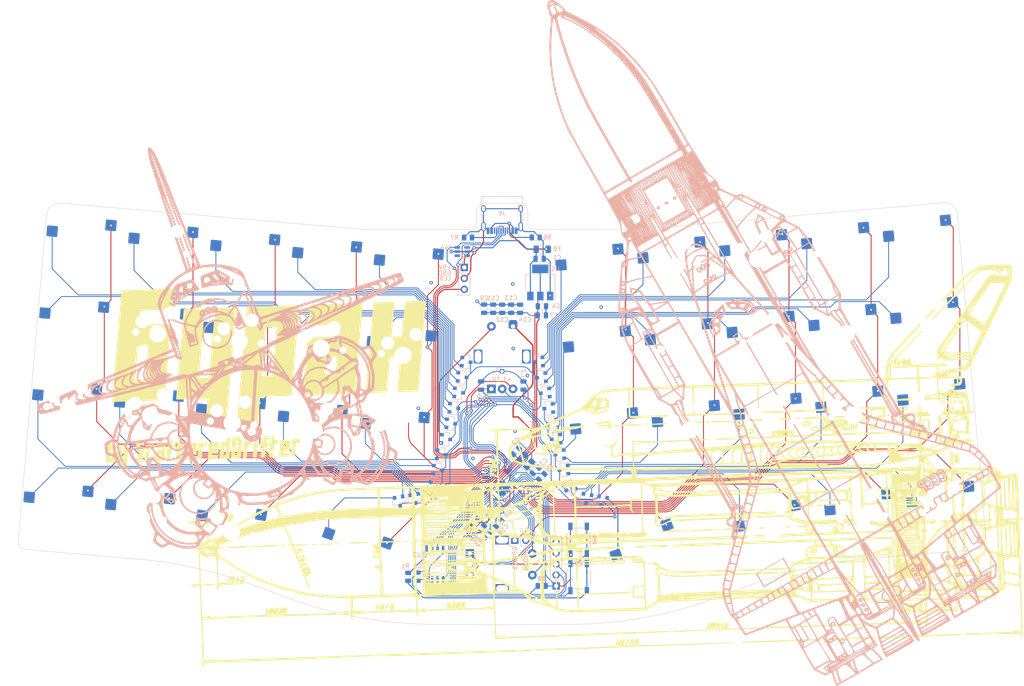
<source format=kicad_pcb>
(kicad_pcb (version 20241229) (generator "pcbnew") (generator_version "9.0")
  (title_block (title "Buran - ortho board") (rev "1") (company "Scattered-lenity ") (comment 1 "scattered-lenity.space"))
  (layers (0 "F.Cu" signal) (2 "B.Cu" signal) (13 "F.Paste" user) (15 "B.Paste" user) (5 "F.SilkS" user "F.Silkscreen") (7 "B.SilkS" user "B.Silkscreen") (1 "F.Mask" user) (3 "B.Mask" user) (25 "Edge.Cuts" user))
  (net 0 "")
  (net 1 "+5V")
  (net 2 "GND")
  (net 3 "/XIN")
  (net 4 "Net-(C3-Pad1)")
  (net 5 "+3V3")
  (net 6 "+1V1")
  (net 7 "Net-(D1-Pad1)")
  (net 8 "Net-(D1-Pad2)")
  (net 9 "ROW0")
  (net 10 "Net-(D2-Pad1)")
  (net 11 "Net-(D2-Pad2)")
  (net 12 "ROW1")
  (net 13 "Net-(D3-Pad1)")
  (net 14 "Net-(D3-Pad2)")
  (net 15 "ROW2")
  (net 16 "Net-(D4-Pad1)")
  (net 17 "Net-(D4-Pad2)")
  (net 18 "ROW3")
  (net 19 "Net-(D5-Pad1)")
  (net 20 "Net-(D5-Pad2)")
  (net 21 "Net-(D6-Pad1)")
  (net 22 "Net-(D6-Pad2)")
  (net 23 "Net-(D7-Pad1)")
  (net 24 "Net-(D7-Pad2)")
  (net 25 "Net-(D8-Pad1)")
  (net 26 "Net-(D8-Pad2)")
  (net 27 "Net-(D9-Pad1)")
  (net 28 "Net-(D9-Pad2)")
  (net 29 "KNOB2_ROW")
  (net 30 "Net-(D10-Pad2)")
  (net 31 "Net-(D11-Pad1)")
  (net 32 "Net-(D11-Pad2)")
  (net 33 "Net-(D12-Pad1)")
  (net 34 "Net-(D13-Pad1)")
  (net 35 "Net-(D13-Pad2)")
  (net 36 "Net-(D14-Pad1)")
  (net 37 "Net-(D14-Pad2)")
  (net 38 "Net-(D15-Pad1)")
  (net 39 "Net-(D15-Pad2)")
  (net 40 "Net-(D16-Pad1)")
  (net 41 "Net-(D16-Pad2)")
  (net 42 "Net-(D17-Pad1)")
  (net 43 "Net-(D17-Pad2)")
  (net 44 "Net-(D18-Pad1)")
  (net 45 "Net-(D18-Pad2)")
  (net 46 "Net-(D19-Pad1)")
  (net 47 "Net-(D19-Pad2)")
  (net 48 "Net-(D20-Pad1)")
  (net 49 "Net-(D20-Pad2)")
  (net 50 "VBUS")
  (net 51 "Net-(J0-PadB5)")
  (net 54 "Net-(J0-PadA5)")
  (net 56 "/RUN")
  (net 57 "/SWD")
  (net 58 "/SWCLK")
  (net 59 "LED_GLOW")
  (net 60 "COL0")
  (net 61 "COL1")
  (net 62 "COL2")
  (net 63 "COL3")
  (net 64 "COL4")
  (net 65 "COL5")
  (net 66 "COL6")
  (net 67 "COL7")
  (net 68 "COL8")
  (net 69 "COL9")
  (net 70 "/QSPI_SS")
  (net 71 "/~{USB_BOOT}")
  (net 72 "/USB_D+")
  (net 73 "Net-(R3-Pad2)")
  (net 74 "/USB_D-")
  (net 75 "/XOUT")
  (net 76 "KNOB_L")
  (net 77 "KNOB_R")
  (net 78 "KNOB2_R")
  (net 79 "/QSPI_SD1")
  (net 80 "/QSPI_SD2")
  (net 81 "/QSPI_SD0")
  (net 82 "/QSPI_SCLK")
  (net 83 "/QSPI_SD3")
  (net 85 "Net-(D21-Pad1)")
  (net 87 "Net-(D22-Pad2)")
  (net 88 "COL10")
  (net 89 "KNOB2_L")
  (net 91 "KNOB_DIODE")
  (net 92 "/GPIO26_ADC0")
  (net 93 "/GPIO27_ADC1")
  (net 94 "/GPIO28_ADC2")
  (net 95 "/GPIO29_ADC3")
  (net 96 "KNOB_COL")
  (net 99 "additional_pin2")
  (net 100 "additional_pin1")
  (net 101 "unconnected-(U44-Pad4)")
  (net 102 "Net-(R2-Pad2)")
  (footprint "Keebio-Parts:MX100H_modified" (layer "F.Cu") (at 73.835 60.75 -5)
    (property "Reference" "K6")
    (property "Value" "KEYSW" (hide yes))
  )
  (footprint "Keebio-Parts:MX100H_modified" (layer "F.Cu") (at 119.615 111.97 -20)
    (property "Reference" "K16")
    (property "Value" "KEYSW" (hide yes))
  )
  (footprint "Keebio-Parts:MX100H_modified" (layer "F.Cu") (at 216.205 81.3 5)
    (property "Reference" "K35")
    (property "Value" "KEYSW" (hide yes))
  )
  (footprint "Keebio-Parts:RotaryEncoder_EC11" (layer "F.Cu") (at 153.725 66.21 90)
    (property "Reference" "SW2")
    (property "Value" "RotaryEncoder_Switch")
  )
  (footprint "silkscreens:buran-schematic" (layer "F.Cu") (at 179.27 91.71 2)
    (property "Reference" "G***" (hide yes))
    (property "Value" "LOGO" (hide yes))
  )
  (footprint "Keebio-Parts:MX100H_modified" (layer "F.Cu") (at 90.995 106.67 -10)
    (property "Reference" "K12")
    (property "Value" "KEYSW" (hide yes))
  )
  (footprint "Keebio-Parts:MX100H_modified" (layer "F.Cu") (at 250.865 40 5)
    (property "Reference" "K20")
    (property "Value" "KEYSW" (hide yes))
  )
  (footprint "Keebio-Parts:MX100H_modified" (layer "F.Cu") (at 72.175 79.71 -5)
    (property "Reference" "K7")
    (property "Value" "KEYSW" (hide yes))
  )
  (footprint "Keebio-Parts:MX100H_modified" (layer "F.Cu") (at 197.275 82.97 5)
    (property "Reference" "K31")
    (property "Value" "KEYSW" (hide yes))
  )
  (footprint "Keebio-Parts:MX100H_modified" (layer "F.Cu") (at 75.485 41.76 -5)
    (property "Reference" "K5")
    (property "Value" "KEYSW" (hide yes))
  )
  (footprint "Keebio-Parts:RotaryEncoder_EC11" (layer "F.Cu") (at 153.715 114.37)
    (property "Reference" "SW1")
    (property "Value" "RotaryEncoder_Switch")
  )
  (footprint "Keebio-Parts:MX100H_modified" (layer "F.Cu") (at 110.135 83.05 -5)
    (property "Reference" "K15")
    (property "Value" "KEYSW" (hide yes))
  )
  (footprint "Keebio-Parts:MX100H_modified" (layer "F.Cu") (at 178.305 84.68 5)
    (property "Reference" "K27")
    (property "Value" "KEYSW" (hide yes))
  )
  (footprint "silkscreens:buranlike-drifter" (layer "F.Cu") (at 83.44 88.02 2)
    (property "Reference" "G***" (hide yes))
    (property "Value" "LOGO" (hide yes))
  )
  (footprint "Keebio-Parts:MX100H_modified" (layer "F.Cu") (at 235.195 79.63 5)
    (property "Reference" "K39")
    (property "Value" "KEYSW" (hide yes))
  )
  (footprint "Keebio-Parts:MX100H_modified" (layer "F.Cu") (at 174.925 46.69 5)
    (property "Reference" "K25")
    (property "Value" "KEYSW" (hide yes))
  )
  (footprint "Keebio-Parts:MX100H_modified" (layer "F.Cu") (at 130.765 65.74 -5)
    (property "Reference" "K18")
    (property "Value" "KEYSW" (hide yes))
  )
  (footprint "Keebio-Parts:MX100H_modified" (layer "F.Cu") (at 212.875 43.37 5)
    (property "Reference" "K33")
    (property "Value" "KEYSW" (hide yes))
  )
  (footprint "Keebio-Parts:MX100H_modified" (layer "F.Cu") (at 254.185 77.97 5)
    (property "Reference" "K41")
    (property "Value" "KEYSW" (hide yes))
  )
  (footprint "Keebio-Parts:MX100H_modified" (layer "F.Cu") (at 54.835 59.1 -5)
    (property "Reference" "K2")
    (property "Value" "KEYSW" (hide yes))
  )
  (footprint "Keebio-Parts:MX100H_modified" (layer "F.Cu") (at 92.795 62.43 -5)
    (property "Reference" "K10")
    (property "Value" "KEYSW" (hide yes))
  )
  (footprint "Keebio-Parts:MX100H_modified" (layer "F.Cu") (at 237.275 103.4 5)
    (property "Reference" "K36")
    (property "Value" "KEYSW" (hide yes))
  )
  (footprint "Keebio-Parts:MX100H_modified" (layer "F.Cu") (at 176.635 65.67 5)
    (property "Reference" "K26")
    (property "Value" "KEYSW" (hide yes))
  )
  (footprint "Keebio-Parts:MX100H_modified" (layer "F.Cu") (at 70.105 103.48 -5)
    (property "Reference" "K8")
    (property "Value" "KEYSW" (hide yes))
  )
  (footprint "Keebio-Parts:MX100H_modified" (layer "F.Cu") (at 56.515 40.11 -5)
    (property "Reference" "K1")
    (property "Value" "KEYSW" (hide yes))
  )
  (footprint "Keebio-Parts:MX100H_modified" (layer "F.Cu") (at 195.595 63.99 5)
    (property "Reference" "K30")
    (property "Value" "KEYSW" (hide yes))
  )
  (footprint "Keebio-Parts:MX100H_modified" (layer "F.Cu") (at 214.605 62.3 5)
    (property "Reference" "K34")
    (property "Value" "KEYSW" (hide yes))
  )
  (footprint "Keebio-Parts:MX100H_modified" (layer "F.Cu") (at 187.855 111.95 20)
    (property "Reference" "K28")
    (property "Value" "KEYSW" (hide yes))
  )
  (footprint "silkscreens:buran-font" (layer "F.Cu") (at 104.15 66.2 2)
    (property "Reference" "G***" (hide yes))
    (property "Value" "LOGO" (hide yes))
  )
  (footprint "Keebio-Parts:MX100H_modified" (layer "F.Cu") (at 91.135 81.41 -5)
    (property "Reference" "K11")
    (property "Value" "KEYSW" (hide yes))
  )
  (footprint "Keebio-Parts:MX100H_modified" (layer "F.Cu") (at 233.575 60.67 5)
    (property "Reference" "K38")
    (property "Value" "KEYSW" (hide yes))
  )
  (footprint "Keebio-Parts:MX100H_modified" (layer "F.Cu") (at 94.465 43.44 -5)
    (property "Reference" "K9")
    (property "Value" "KEYSW" (hide yes))
  )
  (footprint "Keebio-Parts:MX100H_modified" (layer "F.Cu") (at 51.185 101.8 -5)
    (property "Reference" "K4")
    (property "Value" "KEYSW" (hide yes))
  )
  (footprint "Keebio-Parts:MX100H_modified" (layer "F.Cu") (at 231.895 41.69 5)
    (property "Reference" "K37")
    (property "Value" "KEYSW" (hide yes))
  )
  (footprint "Keebio-Parts:MX100H_modified" (layer "F.Cu") (at 256.235 101.73 5)
    (property "Reference" "K40")
    (property "Value" "KEYSW" (hide yes))
  )
  (footprint "Keebio-Parts:MX100H_modified" (layer "F.Cu") (at 252.535 59.01 5)
    (property "Reference" "K24")
    (property "Value" "KEYSW" (hide yes))
  )
  (footprint "Keebio-Parts:MX100H_modified" (layer "F.Cu") (at 216.395 106.56 10)
    (property "Reference" "K32")
    (property "Value" "KEYSW" (hide yes))
  )
  (footprint "Keebio-Parts:MX100H_modified" (layer "F.Cu") (at 193.925 45.02 5)
    (property "Reference" "K29")
    (property "Value" "KEYSW" (hide yes))
  )
  (footprint "Keebio-Parts:MX100H_modified" (layer "F.Cu") (at 53.195 78.07 -5)
    (property "Reference" "K3")
    (property "Value" "KEYSW" (hide yes))
  )
  (footprint "Keebio-Parts:MX100H_modified" (layer "F.Cu") (at 111.785 64.09 -5)
    (property "Reference" "K14")
    (property "Value" "KEYSW" (hide yes))
  )
  (footprint "Keebio-Parts:MX100H_modified" (layer "F.Cu") (at 129.132835 84.679761 -5)
    (property "Reference" "K19")
    (property "Value" "KEYSW" (hide yes))
  )
  (footprint "Keebio-Parts:MX100H_modified" (layer "F.Cu") (at 132.405 46.79 -5)
    (property "Reference" "K17")
    (property "Value" "KEYSW" (hide yes))
  )
  (footprint "Keebio-Parts:MX100H_modified" (layer "F.Cu") (at 113.445 45.1 -5)
    (property "Reference" "K13")
    (property "Value" "KEYSW" (hide yes))
  )
  (footprint "Package_TO_SOT_SMD:SOT-23" (layer "B.Cu") (at 140.66 85.36 -4)
    (property "Reference" "D10" (hide yes))
    (property "Value" "BAV70")
  )
  (footprint "Capacitor_SMD:C_0805_2012Metric" (layer "B.Cu") (at 157.88 55.12 90)
    (property "Reference" "C14")
    (property "Value" "100n")
  )
  (footprint "Package_TO_SOT_SMD:SOT-23" (layer "B.Cu") (at 168 92.47 -176)
    (property "Reference" "D19" (hide yes))
    (property "Value" "BAV70")
  )
  (footprint "Capacitor_SMD:C_0805_2012Metric" (layer "B.Cu") (at 155.8 55.12 90)
    (property "Reference" "C13")
    (property "Value" "100n")
  )
  (footprint "Package_TO_SOT_SMD:SOT-23" (layer "B.Cu") (at 166.21 85.31 -176)
    (property "Reference" "D14" (hide yes))
    (property "Value" "BAV70")
  )
  (footprint "Capacitor_SMD:C_0805_2012Metric" (layer "B.Cu") (at 158.66 72.93 -90)
    (property "Reference" "C7")
    (property "Value" "100n")
  )
  (footprint "Package_TO_SOT_SMD:SOT-23" (layer "B.Cu") (at 143.67 74.57 -4)
    (property "Reference" "D1" (hide yes))
    (property "Value" "BAV70")
  )
  (footprint "Fuse:Fuse_1206_3216Metric" (layer "B.Cu") (at 163 41.33 180)
    (property "Reference" "F0")
    (property "Value" "polyfuse")
  )
  (footprint "Resistor_SMD:R_0805_2012Metric" (layer "B.Cu") (at 131.92 117.27 -90)
    (property "Reference" "R1")
    (property "Value" "1k")
  )
  (footprint "Resistor_SMD:R_0805_2012Metric" (layer "B.Cu") (at 162.89 119.39 180)
    (property "Reference" "R8")
    (property "Value" "10K")
  )
  (footprint "Package_TO_SOT_SMD:SOT-23" (layer "B.Cu") (at 142.55 78.14 -4)
    (property "Reference" "D2" (hide yes))
    (property "Value" "BAV70")
  )
  (footprint "Resistor_SMD:R_0805_2012Metric" (layer "B.Cu") (at 161.5 38.58)
    (property "Reference" "R6")
    (property "Value" "5.1k")
  )
  (footprint "Capacitor_SMD:C_0805_2012Metric" (layer "B.Cu") (at 148.805 72.93 -90)
    (property "Reference" "C6")
    (property "Value" "100n")
  )
  (footprint "Capacitor_SMD:C_0805_2012Metric" (layer "B.Cu") (at 134.11 117.25 90)
    (property "Reference" "C5")
    (property "Value" "100n")
  )
  (footprint "Package_TO_SOT_SMD:SOT-23" (layer "B.Cu") (at 144.475 70.98 -4)
    (property "Reference" "D5" (hide yes))
    (property "Value" "BAV70")
  )
  (footprint "Capacitor_SMD:C_0805_2012Metric" (layer "B.Cu") (at 162.41 43.54)
    (property "Reference" "C1")
    (property "Value" "10u")
  )
  (footprint "Package_TO_SOT_SMD:SOT-23" (layer "B.Cu") (at 139.63 88.94 -4)
    (property "Reference" "D11" (hide yes))
    (property "Value" "BAV70")
  )
  (footprint "Package_TO_SOT_SMD:SOT-23" (layer "B.Cu") (at 162.8 71.05 -176)
    (property "Reference" "D17" (hide yes))
    (property "Value" "BAV70")
  )
  (footprint "Package_TO_SOT_SMD:SOT-23" (layer "B.Cu") (at 162.12 67.42 -176)
    (property "Reference" "D13" (hide yes))
    (property "Value" "BAV70")
  )
  (footprint "Capacitor_SMD:C_0805_2012Metric" (layer "B.Cu") (at 162.941 54.5338)
    (property "Reference" "C4")
    (property "Value" "10u")
  )
  (footprint "Package_TO_SOT_SMD:SOT-23" (layer "B.Cu") (at 141.84 81.74 -4)
    (property "Reference" "D6" (hide yes))
    (property "Value" "BAV70")
  )
  (footprint "Capacitor_SMD:C_0805_2012Metric" (layer "B.Cu") (at 156.96 88.15 -135)
    (property "Reference" "C2")
    (property "Value" "22pf")
  )
  (footprint "Package_TO_SOT_SMD:SOT-223-3_TabPin2" (layer "B.Cu") (at 162.56 49.022 90)
    (property "Reference" "U1")
    (property "Value" "NCP1117-3.3_SOT223")
  )
  (footprint "Connector_USB:USB_C_Receptacle_HRO_TYPE-C-31-M-12" (layer "B.Cu") (at 153.71 32.97)
    (property "Reference" "J0")
    (property "Value" "USB_C_Receptacle_USB2.0")
  )
  (footprint "Package_TO_SOT_SMD:SOT-23" (layer "B.Cu") (at 169.43 96.69 -145)
    (property "Reference" "D22" (hide yes))
    (property "Value" "BAV70")
  )
  (footprint "Package_SO:SOIC-8_5.23x5.23mm_P1.27mm" (layer "B.Cu") (at 138.1125 114.3 -90)
    (property "Reference" "U2")
    (property "Value" "W25Q128JVS")
  )
  (footprint "Keebio-Parts:SW_SPST_TL3342" (layer "B.Cu") (at 171.45 117.348 -90)
    (property "Reference" "SW4")
    (property "Value" "RESET ")
  )
  (footprint "Connector_PinSocket_2.54mm:PinSocket_1x03_P2.54mm_Vertical" (layer "B.Cu") (at 144.945 45.545 180)
    (property "Reference" "J2")
    (property "Value" "Conn_01x03_Male")
  )
  (footprint "Package_TO_SOT_SMD:SOT-23-6" (layer "B.Cu") (at 144.46 41.86 180)
    (property "Reference" "U44")
    (property "Value" "SRV05-4")
  )
  (footprint "silkscreens:buran-front-facing" (layer "B.Cu") (at 84.950885 61.014563 -160)
    (property "Reference" "G***" (hide yes))
    (property "Value" "LOGO" (hide yes))
  )
  (footprint "Resistor_SMD:R_0805_2012Metric" (layer "B.Cu") (at 150.32 107.48 45)
    (property "Reference" "R3")
    (property "Value" "27")
  )
  (footprint "Resistor_SMD:R_0805_2012Metric" (layer "B.Cu") (at 148.86 106.05 45)
    (property "Reference" "R2")
    (property "Value" "27")
  )
  (footprint "Package_TO_SOT_SMD:SOT-23" (layer "B.Cu") (at 163.67 74.62 -176)
    (property "Reference" "D12" (hide yes))
    (property "Value" "BAV70")
  )
  (footprint "Package_TO_SOT_SMD:SOT-23" (layer "B.Cu") (at 129.89 99.8 -80)
    (property "Reference" "D8" (hide yes))
    (property "Value" "BAV70")
  )
  (footprint "Crystal:Crystal_SMD_3225-4Pin_3.2x2.5mm" (layer "B.Cu") (at 159.19 90.39 135)
    (property "Reference" "Y0")
    (property "Value" "12MHZ Crystal ")
  )
  (footprint "Capacitor_SMD:C_0805_2012Metric" (layer "B.Cu") (at 161.45 92.64 45)
    (property "Reference" "C3")
    (property "Value" "22pf")
  )
  (footprint "silkscreens:buran-back" (layer "B.Cu") (at 207.5559 57.67737 -150)
    (property "Reference" "G***" (hide yes))
    (property "Value" "LOGO" (hide yes))
  )
  (footprint "Capacitor_SMD:C_0805_2012Metric" (layer "B.Cu") (at 152.93 104.88 45)
    (property "Reference" "C10")
    (property "Value" "1u")
  )
  (footprint "Connector_PinSocket_2.54mm:PinSocket_1x05_P2.54mm_Vertical" (layer "B.Cu") (at 166.225 119.4)
    (property "Reference" "J1" (hide yes))
    (property "Value" "BREAKOUT")
  )
  (footprint "Package_TO_SOT_SMD:SOT-23" (layer "B.Cu") (at 176.94 99.81 -100)
    (property "Reference" "D16" (hide yes))
    (property "Value" "BAV70")
  )
  (footprint "Resistor_SMD:R_0805_2012Metric" (layer "B.Cu") (at 162.88 94.07 45)
    (property "Reference" "R5")
    (property "Value" "1k")
  )
  (footprint "Capacitor_SMD:C_0805_2012Metric" (layer "B.Cu") (at 153.72 55.12 90)
    (property "Reference" "C12")
    (property "Value" "100n")
  )
  (footprint "Keebio-Parts:SW_SPST_TL3342" (layer "B.Cu") (at 171.45 108.712 90)
    (property "Reference" "SW3")
    (property "Value" "SW_PUSH")
  )
  (footprint "Package_TO_SOT_SMD:SOT-23" (layer "B.Cu") (at 164.49 78.2 -176)
    (property "Reference" "D21" (hide yes))
    (property "Value" "BAV70")
  )
  (footprint "Package_TO_SOT_SMD:SOT-23" (layer "B.Cu") (at 173.35 99.18 -100)
    (property "Reference" "D20" (hide yes))
    (property "Value" "BAV70")
  )
  (footprint "Capacitor_SMD:C_0805_2012Metric" (layer "B.Cu") (at 151.65 55.11 90)
    (property "Reference" "C11")
    (property "Value" "100n")
  )
  (footprint "Package_TO_SOT_SMD:SOT-23" (layer "B.Cu") (at 133.48 99.18 -80)
    (property "Reference" "D4" (hide yes))
    (property "Value" "BAV70")
  )
  (footprint "Resistor_SMD:R_0805_2012Metric" (layer "B.Cu") (at 145.8 38.61 180)
    (property "Reference" "R7")
    (property "Value" "5.1k")
  )
  (footprint "Package_TO_SOT_SMD:SOT-23" (layer "B.Cu") (at 138.81 92.51 -4)
    (property "Reference" "D7" (hide yes))
    (property "Value" "BAV70")
  )
  (footprint "Capacitor_SMD:C_0805_2012Metric" (layer "B.Cu") (at 162.921 56.6538)
    (property "Reference" "C17")
    (property "Value" "10u")
  )
  (footprint "Capacitor_SMD:C_0805_2012Metric" (layer "B.Cu") (at 149.54 55.1 90)
    (property "Reference" "C9")
    (property "Value" "100n")
  )
  (footprint "Connector_PinSocket_2.54mm:PinSocket_1x02_P2.54mm_Vertical" (layer "B.Cu") (at 156.66 108.815 -90)
    (property "Reference" "J3")
    (property "Value" "Conn_01x02_Female")
  )
  (footprint "Package_TO_SOT_SMD:SOT-23" (layer "B.Cu") (at 137.34 96.69 -35)
    (property "Reference" "D3" (hide yes))
    (property "Value" "BAV70")
  )
  (footprint "Package_TO_SOT_SMD:SOT-23" (layer "B.Cu") (at 145.405 67.44 -4)
    (property "Reference" "D9" (hide yes))
    (property "Value" "BAV70")
  )
  (footprint "Connector_PinSocket_1.27mm:PinSocket_1x01_P1.27mm_Vertical" (layer "B.Cu") (at 153.685 69.62 180)
    (property "Reference" "J4" (hide yes))
    (property "Value" "Conn_01x01_Male")
  )
  (footprint "cipulot_parts:RP2040-QFN-56" (layer "B.Cu") (at 153.715 96.77 -45)
    (property "Reference" "U3")
    (property "Value" "RP2040")
  )
  (footprint "Package_TO_SOT_SMD:SOT-23" (layer "B.Cu") (at 167.05 88.89 -176)
    (property "Reference" "D15" (hide yes))
    (property "Value" "BAV70")
  )
  (footprint "Capacitor_SMD:C_0805_2012Metric" (layer "B.Cu") (at 147.36 104.55 -135)
    (property "Reference" "C8")
    (property "Value" "1u")
  )
  (footprint "Package_TO_SOT_SMD:SOT-23" (layer "B.Cu") (at 165.36 81.76 -176)
    (property "Reference" "D18" (hide yes))
    (property "Value" "BAV70")
  )
  (gr_arc (start 202.92369 122.284997) (mid 186.634637 126.731552) (end 169.821287 128.286033) (stroke (width 0.1)) (layer "Edge.Cuts"))
  (gr_line (start 41.522057 108.806424) (end 48.06618 33.357686) (stroke (width 0.1)) (layer "Edge.Cuts"))
  (gr_arc (start 147.681003 35.689313) (mid 147.38971 36.395258) (end 146.685101 36.689713) (stroke (width 0.1)) (layer "Edge.Cuts"))
  (gr_line (start 202.92369 122.284997) (end 211.673188 119.055115) (stroke (width 0.1)) (layer "Edge.Cuts"))
  (gr_line (start 160.737325 36.685631) (end 160.68141 36.685631) (stroke (width 0.1)) (layer "Edge.Cuts"))
  (gr_line (start 145.339496 36.692452) (end 121.331984 36.695308) (stroke (width 0.1)) (layer "Edge.Cuts"))
  (gr_line (start 147.681003 35.689313) (end 147.679776 32.686449) (stroke (width 0.1)) (layer "Edge.Cuts"))
  (gr_arc (start 48.06618 33.357686) (mid 49.124789 31.320318) (end 51.313944 30.628121) (stroke (width 0.1)) (layer "Edge.Cuts"))
  (gr_line (start 149.679776 30.685632) (end 157.68141 30.685632) (stroke (width 0.1)) (layer "Edge.Cuts"))
  (gr_line (start 256.050841 30.544452) (end 186.037783 36.668865) (stroke (width 0.1)) (layer "Edge.Cuts"))
  (gr_arc (start 137.623357 128.299191) (mid 120.808743 126.758456) (end 104.51606 122.325213) (stroke (width 0.1)) (layer "Edge.Cuts"))
  (gr_arc (start 43.346463 110.964947) (mid 41.987701 110.263121) (end 41.522057 108.806424) (stroke (width 0.1)) (layer "Edge.Cuts"))
  (gr_line (start 146.185566 36.69176) (end 146.685101 36.689713) (stroke (width 0.1)) (layer "Edge.Cuts"))
  (gr_line (start 146.185566 36.69176) (end 145.339496 36.692452) (stroke (width 0.1)) (layer "Edge.Cuts"))
  (gr_line (start 104.51606 122.325213) (end 95.763925 119.102483) (stroke (width 0.1)) (layer "Edge.Cuts"))
  (gr_arc (start 256.050841 30.544452) (mid 258.240562 31.234854) (end 259.300835 33.271362) (stroke (width 0.1)) (layer "Edge.Cuts"))
  (gr_line (start 160.737325 36.685631) (end 162.030277 36.685631) (stroke (width 0.1)) (layer "Edge.Cuts"))
  (gr_arc (start 147.679776 32.686449) (mid 148.265276 31.271716) (end 149.679776 30.685632) (stroke (width 0.1)) (layer "Edge.Cuts"))
  (gr_arc (start 211.673188 119.055115) (mid 224.919903 115.151929) (end 238.569699 113.055886) (stroke (width 0.1)) (layer "Edge.Cuts"))
  (gr_line (start 137.623357 128.299191) (end 153.777531 128.367502) (stroke (width 0.1)) (layer "Edge.Cuts"))
  (gr_line (start 264.083981 110.874738) (end 238.569699 113.055886) (stroke (width 0.1)) (layer "Edge.Cuts"))
  (gr_arc (start 160.68141 36.685631) (mid 159.974275 36.392754) (end 159.68141 35.685631) (stroke (width 0.1)) (layer "Edge.Cuts"))
  (gr_line (start 159.68141 35.685631) (end 159.68141 32.685632) (stroke (width 0.1)) (layer "Edge.Cuts"))
  (gr_arc (start 265.90662 108.714727) (mid 265.442177 110.171812) (end 264.083981 110.874738) (stroke (width 0.1)) (layer "Edge.Cuts"))
  (gr_arc (start 157.68141 30.685632) (mid 159.095595 31.271435) (end 159.68141 32.685632) (stroke (width 0.1)) (layer "Edge.Cuts"))
  (gr_line (start 153.777531 128.367502) (end 169.821287 128.286033) (stroke (width 0.1)) (layer "Edge.Cuts"))
  (gr_line (start 51.313944 30.628121) (end 121.331984 36.695308) (stroke (width 0.1)) (layer "Edge.Cuts"))
  (gr_line (start 265.906622 108.714726) (end 259.300835 33.271362) (stroke (width 0.1)) (layer "Edge.Cuts"))
  (gr_line (start 162.030277 36.685631) (end 186.037783 36.668865) (stroke (width 0.1)) (layer "Edge.Cuts"))
  (gr_line (start 68.862519 113.125239) (end 43.346463 110.964945) (stroke (width 0.1)) (layer "Edge.Cuts"))
  (gr_arc (start 68.862519 113.125239) (mid 82.514024 115.210122) (end 95.763925 119.102483) (stroke (width 0.1)) (layer "Edge.Cuts"))
  (gr_text "LED\n" (at 140.54 48.06 0) (layer "B.SilkS") (effects (font (size 1 1)) (justify mirror)))
  (gr_text "+1.1V\n" (at 153.69 71.48 0) (layer "B.SilkS") (effects (font (size 1 1)) (justify mirror)))
  (gr_text "GPIO25\n" (at 156.67 113 90) (layer "B.SilkS") (effects (font (size 1 1)) (justify mirror)))
  (gr_text "GND" (at 140.4 46.78 0) (layer "B.SilkS") (effects (font (size 1 1)) (justify mirror)))
  (gr_text "GPIO24" (at 159.18 113.12 90) (layer "B.SilkS") (effects (font (size 1 1)) (justify mirror)))
  (gr_text "+5V\n" (at 140.57 45.5 0) (layer "B.SilkS") (effects (font (size 1 1)) (justify mirror)))
  (segment (start 141.95 41.86) (end 146.34 41.86) (width 0.25) (layer "F.Cu") (net 1))
  (segment (start 146.34 41.86) (end 147.21 40.98) (width 0.25) (layer "F.Cu") (net 1))
  (segment (start 147.21 40.98) (end 145.530786 42.659214) (width 0.25) (layer "F.Cu") (net 1))
  (segment (start 144.945 44.073427) (end 144.945 45.545) (width 0.25) (layer "F.Cu") (net 1))
  (via (at 147.21 40.98) (size 0.8) (drill 0.4) (layers "F.Cu" "B.Cu") (net 1))
  (via (at 141.95 41.86) (size 0.8) (drill 0.4) (layers "F.Cu" "B.Cu") (net 1))
  (arc (start 145.530786 42.659214) (mid 145.097241 43.30806) (end 144.945 44.073427) (width 0.25) (layer "F.Cu") (net 1))
  (segment (start 161.46 43.54) (end 160.26 44.74) (width 0.25) (layer "B.Cu") (net 1))
  (segment (start 159.54 41.33) (end 161.6 41.33) (width 0.25) (layer "B.Cu") (net 1))
  (segment (start 161.6 41.33) (end 161.6 43.4) (width 0.25) (layer "B.Cu") (net 1))
  (segment (start 153.17 39.33) (end 153.93 39.33) (width 0.25) (layer "B.Cu") (net 1))
  (segment (start 160.26 44.74) (end 160.26 52.172) (width 0.25) (layer "B.Cu") (net 1))
  (segment (start 152.24 40.26) (end 153.17 39.33) (width 0.25) (layer "B.Cu") (net 1))
  (segment (start 151.52 40.98) (end 152.24 40.26) (width 0.25) (layer "B.Cu") (net 1))
  (segment (start 153.93 39.33) (end 157.54 39.33) (width 0.25) (layer "B.Cu") (net 1))
  (segment (start 141.95 41.86) (end 143.3225 41.86) (width 0.25) (layer "B.Cu") (net 1))
  (segment (start 157.54 39.33) (end 159.54 41.33) (width 0.25) (layer "B.Cu") (net 1))
  (segment (start 161.6 43.4) (end 161.46 43.54) (width 0.25) (layer "B.Cu") (net 1))
  (segment (start 147.21 40.98) (end 151.52 40.98) (width 0.25) (layer "B.Cu") (net 1))
  (segment (start 153.715 94.966878) (end 153.715 94.489277) (width 0.2) (layer "F.Cu") (net 2))
  (segment (start 153.339975 101.439975) (end 153.04 101.73995) (width 0.2) (layer "F.Cu") (net 2))
  (segment (start 153.339975 101.439975) (end 155.225229 99.554721) (width 0.2) (layer "F.Cu") (net 2))
  (segment (start 144.945 48.085) (end 145.854214 47.175786) (width 0.25) (layer "F.Cu") (net 2))
  (segment (start 152.424975 102.354975) (end 150.665736 104.114214) (width 0.2) (layer "F.Cu") (net 2))
  (segment (start 149.39 36.1) (end 149.39 39.201573) (width 0.25) (layer "F.Cu") (net 2))
  (segment (start 146.265 114.32) (end 146.215 114.37) (width 0.2) (layer "F.Cu") (net 2))
  (segment (start 153.715 94.489277) (end 155.882138 92.322138) (width 0.2) (layer "F.Cu") (net 2))
  (segment (start 152.809975 101.969975) (end 153.339975 101.439975) (width 0.2) (layer "F.Cu") (net 2))
  (segment (start 152.255737 102.524213) (end 152.424975 102.354975) (width 0.2) (layer "F.Cu") (net 2))
  (segment (start 161.29548 86.080369) (end 161.29548 75.60548) (width 0.2) (layer "F.Cu") (net 2))
  (segment (start 157.097138 91.107138) (end 160.81404 87.390236) (width 0.2) (layer "F.Cu") (net 2))
  (segment (start 147.305 42.115) (end 147.555 41.865) (width 0.25) (layer "F.Cu") (net 2))
  (segment (start 153.04 101.73995) (end 153.04 103.215786) (width 0.2) (layer "F.Cu") (net 2))
  (segment (start 159.739259 75.8) (end 161.29548 77.356221) (width 0.2) (layer "F.Cu") (net 2))
  (segment (start 152.424975 102.354975) (end 152.809975 101.969975) (width 0.2) (layer "F.Cu") (net 2))
  (segment (start 166.225 114.32) (end 146.265 114.32) (width 0.2) (layer "F.Cu") (net 2))
  (segment (start 147.025787 42.394213) (end 147.305 42.115) (width 0.25) (layer "F.Cu") (net 2))
  (segment (start 155.518122 98.847614) (end 155.518122 98.408122) (width 0.2) (layer "F.Cu") (net 2))
  (segment (start 153.332893 103.922893) (end 153.75 104.34) (width 0.2) (layer "F.Cu") (net 2))
  (segment (start 157.097138 91.107138) (end 160.709694 87.494582) (width 0.2) (layer "F.Cu") (net 2))
  (segment (start 155.518122 96.77) (end 155.518122 98.408122) (width 0.2) (layer "F.Cu") (net 2))
  (segment (start 148.804213 40.615787) (end 147.305 42.115) (width 0.25) (layer "F.Cu") (net 2))
  (segment (start 161.29548 75.60548) (end 161.29548 56.101969) (width 0.2) (layer "F.Cu") (net 2))
  (segment (start 155.882138 92.322138) (end 157.097138 91.107138) (width 0.2) (layer "F.Cu") (net 2))
  (segment (start 158.94 75.8) (end 159.739259 75.8) (width 0.2) (layer "F.Cu") (net 2))
  (segment (start 149.251523 104.7) (end 146.75 104.7) (width 0.2) (layer "F.Cu") (net 2))
  (segment (start 146.44 45.761573) (end 146.44 43.808427) (width 0.25) (layer "F.Cu") (net 2))
  (via (at 153.75 104.34) (size 0.8) (drill 0.4) (layers "F.Cu" "B.Cu") (net 2))
  (via (at 159.57 70.61) (size 0.8) (drill 0.4) (layers "F.Cu" "B.Cu") (net 2))
  (via (at 147.305 42.115) (size 0.8) (drill 0.4) (layers "F.Cu" "B.Cu") (net 2))
  (via (at 137.23 49.07) (size 0.8) (drill 0.4) (layers "F.Cu" "B.Cu") (net 2))
  (via (at 156.29 64.33) (size 0.8) (drill 0.4) (layers "F.Cu" "B.Cu") (net 2))
  (via (at 176.66 54.73) (size 0.8) (drill 0.4) (layers "F.Cu" "B.Cu") (net 2))
  (via (at 164.846 52.07) (size 0.8) (drill 0.4) (layers "F.Cu" "B.Cu") (net 2))
  (via (at 156.17 49.37) (size 0.8) (drill 0.4) (layers "F.Cu" "B.Cu") (net 2))
  (via (at 147.89 53.36) (size 0.8) (drill 0.4) (layers "F.Cu" "B.Cu") (net 2))
  (via (at 134.2644 78.1812) (size 0.8) (drill 0.4) (layers "F.Cu" "B.Cu") (net 2))
  (via (at 160.5 101.63) (size 0.8) (drill 0.4) (layers "F.Cu" "B.Cu") (net 2))
  (via (at 158.94 75.8) (size 0.8) (drill 0.4) (layers "F.Cu" "B.Cu") (net 2))
  (via (at 156.7 83.51) (size 0.8) (drill 0.4) (layers "F.Cu" "B.Cu") (net 2))
  (via (at 146.95 89.83) (size 0.8) (drill 0.4) (layers "F.Cu" "B.Cu") (net 2))
  (via (at 146.75 104.7) (size 0.8) (drill 0.4) (layers "F.Cu" "B.Cu") (net 2))
  (arc (start 155.225229 99.554721) (mid 155.442002 99.230298) (end 155.518122 98.847614) (width 0.2) (layer "F.Cu") (net 2))
  (arc (start 149.251523 104.7) (mid 150.01689 104.547759) (end 150.665736 104.114214) (width 0.2) (layer "F.Cu") (net 2))
  (arc (start 147.025787 42.394213) (mid 146.592241 43.04306) (end 146.44 43.808427) (width 0.25) (layer "F.Cu") (net 2))
  (arc (start 145.854214 47.175786) (mid 146.287759 46.52694) (end 146.44 45.761573) (width 0.25) (layer "F.Cu") (net 2))
  (arc (start 153.332893 103.922893) (mid 153.11612 103.59847) (end 153.04 103.215786) (width 0.2) (layer "F.Cu") (net 2))
  (arc (start 149.39 39.201573) (mid 149.237759 39.96694) (end 148.804213 40.615787) (width 0.25) (layer "F.Cu") (net 2))
  (arc (start 161.29548 86.080369) (mid 161.143239 86.845736) (end 160.709694 87.494582) (width 0.2) (layer "F.Cu") (net 2))
  (segment (start 163.36 43.54) (end 163.215489 43.395489) (width 0.25) (layer "B.Cu") (net 2))
  (segment (start 149.39 31.92) (end 158.03 31.92) (width 0.25) (layer "B.Cu") (net 2))
  (segment (start 148.24 37.25) (end 146.2475 37.25) (width 0.25) (layer "B.Cu") (net 2))
  (segment (start 132.96 119.25) (end 134.175 120.465) (width 0.2) (layer "B.Cu") (net 2))
  (segment (start 168.318481 121.729519) (end 169.55 120.498) (width 0.2) (layer "B.Cu") (net 2))
  (segment (start 161.0625 37.23) (end 162.4125 38.58) (width 0.25) (layer "B.Cu") (net 2))
  (segment (start 149.39 36.1) (end 149.39 31.92) (width 0.25) (layer "B.Cu") (net 2))
  (segment (start 158.590961 75.450961) (end 156.020961 75.450961) (width 0.2) (layer "B.Cu") (net 2))
  (segment (start 155.77 88.303502) (end 156.288249 88.821751) (width 0.2) (layer "B.Cu") (net 2))
  (segment (start 155.518122 97.158909) (end 155.518122 96.77) (width 0.2) (layer "B.Cu") (net 2))
  (segment (start 136.267946 121.729519) (end 166.400481 121.729519) (width 0.2) (layer "B.Cu") (net 2))
  (segment (start 169.55 120.498) (end 169.55 114.198) (width 0.2) (layer "B.Cu") (net 2))
  (segment (start 158.03 36.41) (end 158.85 37.23) (width 0.25) (layer "B.Cu") (net 2))
  (segment (start 163.215489 39.382989) (end 162.4125 38.58) (width 0.25) (layer "B.Cu") (net 2))
  (segment (start 163.871 56.6538) (end 163.871 54.5538) (width 0.25) (layer "B.Cu") (net 2))
  (segment (start 162.121751 91.968249) (end 161.97033 91.968249) (width 0.2) (layer "B.Cu") (net 2))
  (segment (start 149.545 36.1) (end 150.46 37.015) (width 0.25) (layer "B.Cu") (net 2))
  (segment (start 173.35 105.562) (end 173.35 111.862) (width 0.25) (layer "B.Cu") (net 2))
  (segment (start 153.725 73.71) (end 153.725 73.610978) (width 0.2) (layer "B.Cu") (net 2))
  (segment (start 168.5 116.595) (end 166.225 114.32) (width 0.2) (layer "B.Cu") (net 2))
  (segment (start 156.41967 88.821751) (end 156.288249 88.821751) (width 0.2) (layer "B.Cu") (net 2))
  (segment (start 156.96 37.015) (end 157.115 37.015) (width 0.25) (layer "B.Cu") (net 2))
  (segment (start 158.03 36.1) (end 158.03 36.41) (width 0.25) (layer "B.Cu") (net 2))
  (segment (start 146.2475 37.25) (end 144.8875 38.61) (width 0.25) (layer "B.Cu") (net 2))
  (segment (start 154.103909 94.966878) (end 155.438573 93.632214) (width 0.2) (layer "B.Cu") (net 2))
  (segment (start 169.55 114.198) (end 171.014 114.198) (width 0.2) (layer "B.Cu") (net 2))
  (segment (start 155.465961 75.450961) (end 153.725 73.71) (width 0.2) (layer "B.Cu") (net 2))
  (segment (start 157.92 86.22) (end 158.925 87.225) (width 0.2) (layer "B.Cu") (net 2))
  (segment (start 161.97033 91.968249) (end 160.568858 90.566777) (width 0.2) (layer "B.Cu") (net 2))
  (segment (start 139.99 111.33) (end 139.99 111.84) (width 0.2) (layer "B.Cu") (net 2))
  (segment (start 146.688249 106.131751) (end 143.114345 109.705655) (width 0.2) (layer "B.Cu") (net 2))
  (segment (start 153.715 94.966878) (end 154.103909 94.966878) (width 0.2) (layer "B.Cu") (net 2))
  (segment (start 157.811142 91.259645) (end 157.811142 90.213223) (width 0.2) (layer "B.Cu") (net 2))
  (segment (start 139.585318 120.93048) (end 138.2797 120.93048) (width 0.2) (layer "B.Cu") (net 2))
  (segment (start 156.83 86.22) (end 155.77 87.28) (width 0.2) (layer "B.Cu") (net 2))
  (segment (start 158.655 75.515) (end 158.94 75.8) (width 0.2) (layer "B.Cu") (net 2))
  (segment (start 136.81 116.67) (end 136.57 116.43) (width 0.2) (layer "B.Cu") (net 2))
  (segment (start 148.68 54.15) (end 147.89 53.36) (width 0.2) (layer "B.Cu") (net 2))
  (segment (start 149.39 36.1) (end 148.24 37.25) (width 0.25) (layer "B.Cu") (net 2))
  (segment (start 137.572593 120.637587) (end 137.102893 120.167887) (width 0.2) (layer "B.Cu") (net 2))
  (segment (start 156.020961 75.450961) (end 155.465961 75.450961) (width 0.2) (layer "B.Cu") (net 2))
  (segment (start 164.19 43.54) (end 164.86 44.21) (width 0.25) (layer "B.Cu") (net 2))
  (segment (start 158.94 75.8) (end 158.590961 75.450961) (width 0.2) (layer "B.Cu") (net 2))
  (segment (start 136.57 116.43) (end 136.17 116.03) (width 0.2) (layer "B.Cu") (net 2))
  (segment (start 134.175 120.465) (end 134.848078 121.138078) (width 0.2) (layer "B.Cu") (net 2))
  (segment (start 137.395787 114.434213) (end 139.99 111.84) (width 0.2) (layer "B.Cu") (net 2))
  (segment (start 134.38 116.03) (end 134.11 116.3) (width 0.2) (layer "B.Cu") (net 2))
  (segment (start 134.11 116.3) (end 132.96 117.45) (width 0.2) (layer "B.Cu") (net 2))
  (segment (start 136.81 117.27) (end 136.81 116.67) (width 0.2) (layer "B.Cu") (net 2))
  (segment (start 164.86 44.21) (end 164.86 52.172) (width 0.25) (layer "B.Cu") (net 2))
  (segment (start 142.528559 111.119868) (end 142.528558 117.573027) (width 0.2) (layer "B.Cu") (net 2))
  (segment (start 155.438573 93.632214) (end 157.811142 91.259645) (width 0.2) (layer "B.Cu") (net 2))
  (segment (start 132.96 117.45) (end 132.96 119.25) (width 0.2) (layer "B.Cu") (net 2))
  (segment (start 157.88 54.17) (end 149.56 54.17) (width 0.2) (layer "B.Cu") (net 2))
  (segment (start 158.925 87.225) (end 160.568858 88.868858) (width 0.2) (layer "B.Cu") (net 2))
  (segment (start 163.36 43.54) (end 164.19 43.54) (width 0.25) (layer "B.Cu") (net 2))
  (segment (start 147.05 41.86) (end 147.305 42.115) (width 0.25) (layer "B.Cu") (net 2))
  (segment (start 145.5975 41.86) (end 147.05 41.86) (width 0.25) (layer "B.Cu") (net 2))
  (segment (start 171.014 114.198) (end 173.35 111.862) (width 0.2) (layer "B.Cu") (net 2))
  (segment (start 155.77 87.28) (end 155.77 88.303502) (width 0.2) (layer "B.Cu") (net 2))
  (segment (start 148.805 73.889022) (end 148.805 73.88) (width 0.2) (layer "B.Cu") (net 2))
  (segment (start 139.99 110.7275) (end 139.99 111.33) (width 0.2) (layer "B.Cu") (net 2))
  (segment (start 158.03 36.1) (end 158.03 31.92) (width 0.25) (layer "B.Cu") (net 2))
  (segment (start 149.39 36.1) (end 149.545 36.1) (width 0.25) (layer "B.Cu") (net 2))
  (segment (start 158.655 73.87) (end 158.655 75.835) (width 0.2) (layer "B.Cu") (net 2))
  (segment (start 158.655 73.87) (end 158.655 74.655) (width 0.2) (layer "B.Cu") (net 2))
  (segment (start 157.92 86.22) (end 156.83 86.22) (width 0.2) (layer "B.Cu") (net 2))
  (segment (start 168.207107 120.659653) (end 167.137241 121.729519) (width 0.2) (layer "B.Cu") (net 2))
  (segment (start 168.5 116.595) (end 168.5 119.952546) (width 0.2) (layer "B.Cu") (net 2))
  (segment (start 149.54 54.15) (end 148.68 54.15) (width 0.2) (layer "B.Cu") (net 2))
  (segment (start 167.137241 121.729519) (end 166.400481 121.729519) (width 0.2) (layer "B.Cu") (net 2))
  (segment (start 158.85 37.23) (end 161.0625 37.23) (width 0.25) (layer "B.Cu") (net 2))
  (segment (start 163.215489 43.395489) (end 163.215489 39.382989) (width 0.25) (layer "B.Cu") (net 2))
  (segment (start 136.81 119.46078) (end 136.81 117.27) (width 0.2) (layer "B.Cu") (net 2))
  (segment (start 140.0175 110.7) (end 139.99 110.7275) (width 0.2) (layer "B.Cu") (net 2))
  (segment (start 136.81 117.27) (end 136.81 115.848427) (width 0.2) (layer "B.Cu") (net 2))
  (segment (start 160.568858 88.868858) (end 160.568858 90.566777) (width 0.2) (layer "B.Cu") (net 2))
  (segment (start 166.400481 121.729519) (end 168.318481 121.729519) (width 0.2) (layer "B.Cu") (net 2))
  (segment (start 134.175 120.465) (end 134.853733 121.143733) (width 0.2) (layer "B.Cu") (net 2))
  (segment (start 158.655 73.87) (end 158.655 75.515) (width 0.2) (layer "B.Cu") (net 2))
  (segment (start 157.261142 91.809646) (end 155.438573 93.632214) (width 0.2) (layer "B.Cu") (net 2))
  (segment (start 149.56 54.17) (end 149.54 54.15) (width 0.2) (layer "B.Cu") (net 2))
  (segment (start 156.020961 75.450961) (end 150.781153 75.450961) (width 0.2) (layer "B.Cu") (net 2))
  (segment (start 141.942772 118.98724) (end 140.292425 120.637587) (width 0.2) (layer "B.Cu") (net 2))
  (segment (start 157.115 37.015) (end 158.03 36.1) (width 0.25) (layer "B.Cu") (net 2))
  (segment (start 150.074046 75.158068) (end 148.805 73.889022) (width 0.2) (layer "B.Cu") (net 2))
  (segment (start 136.17 116.03) (end 134.38 116.03) (width 0.2) (layer "B.Cu") (net 2))
  (segment (start 157.811142 90.213223) (end 156.41967 88.821751) (width 0.2) (layer "B.Cu") (net 2))
  (segment (start 146.688249 105.221751) (end 146.688249 106.131751) (width 0.2) (layer "B.Cu") (net 2))
  (arc (start 137.395787 114.434213) (mid 136.962241 115.08306) (end 136.81 115.848427) (width 0.2) (layer "B.Cu") (net 2))
  (arc (start 134.853733 121.143733) (mid 135.502579 121.577278) (end 136.267946 121.729519) (width 0.2) (layer "B.Cu") (net 2))
  (arc (start 168.207107 120.659653) (mid 168.42388 120.33523) (end 168.5 119.952546) (width 0.2) (layer "B.Cu") (net 2))
  (arc (start 140.292425 120.637587) (mid 139.968002 120.85436) (end 139.585318 120.93048) (width 0.2) (layer "B.Cu") (net 2))
  (arc (start 138.2797 120.93048) (mid 137.897016 120.85436) (end 137.572593 120.637587) (width 0.2) (layer "B.Cu") (net 2))
  (arc (start 150.781153 75.450961) (mid 150.39847 75.374841) (end 150.074046 75.158068) (width 0.2) (layer "B.Cu") (net 2))
  (arc (start 142.528559 111.119868) (mid 142.6808 110.354501) (end 143.114345 109.705655) (width 0.2) (layer "B.Cu") (net 2))
  (arc (start 137.102893 120.167887) (mid 136.88612 119.843463) (end 136.81 119.46078) (width 0.2) (layer "B.Cu") (net 2))
  (arc (start 142.528558 117.573027) (mid 142.376317 118.338394) (end 141.942772 118.98724) (width 0.2) (layer "B.Cu") (net 2))
  (segment (start 157.357897 92.277897) (end 157.742897 91.892897) (width 0.2) (layer "B.Cu") (net 3))
  (segment (start 157.742897 91.892897) (end 158.22 91.415793) (width 0.2) (layer "B.Cu") (net 3))
  (segment (start 159.013223 89.011142) (end 157.631751 87.62967) (width 0.2) (layer "B.Cu") (net 3))
  (segment (start 155.721415 93.914378) (end 155.982897 93.652896) (width 0.2) (layer "B.Cu") (net 3))
  (segment (start 159.013223 89.011142) (end 159.6 89.597919) (width 0.2) (layer "B.Cu") (net 3))
  (segment (start 155.721415 93.915056) (end 155.721415 93.914378) (width 0.2) (layer "B.Cu") (net 3))
  (segment (start 157.631751 87.62967) (end 157.631751 87.478249) (width 0.2) (layer "B.Cu") (net 3))
  (segment (start 155.982897 93.652896) (end 157.357897 92.277897) (width 0.2) (layer "B.Cu") (net 3))
  (segment (start 159.6 89.597919) (end 159.6 90.035794) (width 0.2) (layer "B.Cu") (net 3))
  (segment (start 157.742897 91.892897) (end 159.6 90.035794) (width 0.2) (layer "B.Cu") (net 3))
  (segment (start 159.366777 91.768858) (end 160.778249 93.18033) (width 0.2) (layer "B.Cu") (net 4))
  (segment (start 160.778249 93.18033) (end 160.778249 93.311751) (width 0.2) (layer "B.Cu") (net 4))
  (segment (start 163.412221 93.311751) (end 163.525235 93.424765) (width 0.2) (layer "B.Cu") (net 4))
  (segment (start 160.778249 93.311751) (end 163.412221 93.311751) (width 0.2) (layer "B.Cu") (net 4))
  (segment (start 158.951267 100.021267) (end 159.21 100.28) (width 0.2) (layer "F.Cu") (net 5))
  (segment (start 161.72 58.938427) (end 161.72 86.481573) (width 0.25) (layer "F.Cu") (net 5))
  (segment (start 155.48 95.21) (end 156.4 96.13) (width 0.2) (layer "F.Cu") (net 5))
  (segment (start 154.772818 100.572818) (end 153.77 101.575636) (width 0.2) (layer "F.Cu") (net 5))
  (segment (start 156.83 96.56) (end 158.072587 97.802587) (width 0.2) (layer "F.Cu") (net 5))
  (segment (start 158.36548 98.509694) (end 158.36548 98.607053) (width 0.2) (layer "F.Cu") (net 5))
  (segment (start 155.48 94.378427) (end 155.48 95.21) (width 0.25) (layer "F.Cu") (net 5))
  (segment (start 156.4 96.13) (end 156.4 98.531422) (width 0.2) (layer "F.Cu") (net 5))
  (segment (start 161.134213 87.895787) (end 156.065786 92.964214) (width 0.25) (layer "F.Cu") (net 5))
  (segment (start 153.77 101.575636) (end 153.77 102.22) (width 0.2) (layer "F.Cu") (net 5))
  (segment (start 156.4 96.13) (end 156.83 96.56) (width 0.2) (layer "F.Cu") (net 5))
  (segment (start 156.107107 99.238529) (end 154.772818 100.572818) (width 0.2) (layer "F.Cu") (net 5))
  (via (at 153.77 102.22) (size 0.8) (drill 0.4) (layers "F.Cu" "B.Cu") (net 5))
  (via (at 155.48 95.21) (size 0.8) (drill 0.4) (layers "F.Cu" "B.Cu") (net 5))
  (via (at 159.21 100.28) (size 0.8) (drill 0.4) (layers "F.Cu" "B.Cu") (net 5))
  (arc (start 155.48 94.378427) (mid 155.632241 93.61306) (end 156.065786 92.964214) (width 0.25) (layer "F.Cu") (net 5))
  (arc (start 162.305786 57.524214) (mid 161.872241 58.17306) (end 161.72 58.938427) (width 0.25) (layer "F.Cu") (net 5))
  (arc (start 158.072587 97.802587) (mid 158.28936 98.12701) (end 158.36548 98.509694) (width 0.2) (layer "F.Cu") (net 5))
  (arc (start 156.107107 99.238529) (mid 156.32388 98.914106) (end 156.4 98.531422) (width 0.2) (layer "F.Cu") (net 5))
  (arc (start 161.72 86.481573) (mid 161.567759 87.24694) (end 161.134213 87.895787) (width 0.25) (layer "F.Cu") (net 5))
  (arc (start 158.951267 100.021267) (mid 158.517721 99.37242) (end 158.36548 98.607053) (width 0.2) (layer "F.Cu") (net 5))
  (segment (start 158.92 121.33) (end 160.0375 121.33) (width 0.2) (layer "B.Cu") (net 5))
  (segment (start 153.77 102.22) (end 153.77 101.541683) (width 0.2) (layer "B.Cu") (net 5))
  (segment (start 151.046764 100.286764) (end 150.756764 100.576764) (width 0.2) (layer "B.Cu") (net 5))
  (segment (start 159.5632 56.07) (end 157.88 56.07) (width 0.2) (layer "B.Cu") (net 5))
  (segment (start 150.699023 96.630977) (end 150.699023 97.430977) (width 0.2) (layer "B.Cu") (net 5))
  (segment (start 150.596764 100.736764) (end 150.459088 100.874441) (width 0.2) (layer "B.Cu") (net 5))
  (segment (start 158.639892 100.28) (end 159.21 100.28) (width 0.2) (layer "B.Cu") (net 5))
  (segment (start 134.41 117.9) (end 134.11 118.2) (width 0.2) (layer "B.Cu") (net 5))
  (segment (start 149.54 56.05) (end 157.86 56.05) (width 0.2) (layer "B.Cu") (net 5))
  (segment (start 156.287101 94.480742) (end 155.557843 95.21) (width 0.2) (layer "B.Cu") (net 5))
  (segment (start 167.2 116.86) (end 166.225 116.86) (width 0.2) (layer "B.Cu") (net 5))
  (segment (start 160.147 56.6538) (end 159.5632 56.07) (width 0.2) (layer "B.Cu") (net 5))
  (segment (start 157.769946 99.410054) (end 158.299892 99.94) (width 0.2) (layer "B.Cu") (net 5))
  (segment (start 158.92 121.33) (end 166.33868 121.33) (width 0.2) (layer "B.Cu") (net 5))
  (segment (start 150.699023 97.430977) (end 149.445843 96.177798) (width 0.2) (layer "B.Cu") (net 5))
  (segment (start 160.0375 121.33) (end 161.9775 119.39) (width 0.2) (layer "B.Cu") (net 5))
  (segment (start 153.77 101.541683) (end 154.272526 101.039157) (width 0.2) (layer "B.Cu") (net 5))
  (segment (start 153.739157 100.471112) (end 153.739157 101.039157) (width 0.2) (layer "B.Cu") (net 5))
  (segment (start 136.2075 117.9) (end 134.41 117.9) (width 0.2) (layer "B.Cu") (net 5))
  (segment (start 153.122798 101.039157) (end 152.857294 100.773653) (width 0.25) (layer "B.Cu") (net 5))
  (segment (start 155.557843 95.21) (end 155.48 95.21) (width 0.2) (layer "B.Cu") (net 5))
  (segment (start 152.367463 94.962537) (end 150.699023 96.630977) (width 0.2) (layer "B.Cu") (net 5))
  (segment (start 162.56 52.172) (end 162.56 45.872) (width 0.25) (layer "B.Cu") (net 5))
  (segment (start 137.407107 121.037107) (end 136.472893 120.102893) (width 0.2) (layer "B.Cu") (net 5))
  (segment (start 168.1 119.56868) (end 168.1 118.38132) (width 0.2) (layer "B.Cu") (net 5))
  (segment (start 161.971 56.6538) (end 161.971 54.5538) (width 0.25) (layer "B.Cu") (net 5))
  (segment (start 157.86 56.05) (end 157.88 56.07) (width 0.2) (layer "B.Cu") (net 5))
  (segment (start 136.18 117.9275) (end 136.2075 117.9) (width 0.2) (layer "B.Cu") (net 5))
  (segment (start 150.756764 100.576764) (end 150.596764 100.736764) (width 0.2) (layer "B.Cu") (net 5))
  (segment (start 161.991 54.5338) (end 161.991 52.741) (width 0.2) (layer "B.Cu") (net 5))
  (segment (start 156.852786 98.493573) (end 158.12 99.760787) (width 0.2) (layer "B.Cu") (net 5))
  (segment (start 167.39934 120.89066) (end 167.66066 120.62934) (width 0.2) (layer "B.Cu") (net 5))
  (segment (start 151.708585 99.624944) (end 151.708585 99.601415) (width 0.2) (layer "B.Cu") (net 5))
  (segment (start 157.629946 99.270054) (end 157.769946 99.410054) (width 0.2) (layer "B.Cu") (net 5))
  (segment (start 151.708585 99.624944) (end 151.046764 100.286764) (width 0.2) (layer "B.Cu") (net 5))
  (segment (start 151.425742 99.342101) (end 151.708585 99.624944) (width 0.2) (layer "B.Cu") (net 5))
  (segment (start 139.8 121.33) (end 158.92 121.33) (width 0.2) (layer "B.Cu") (net 5))
  (segment (start 136.18 119.395786) (end 136.18 117.9275) (width 0.2) (layer "B.Cu") (net 5))
  (segment (start 167.82 117.48) (end 167.29 116.95) (width 0.2) (layer "B.Cu") (net 5))
  (segment (start 154.272526 101.039157) (end 154.289864 101.056495) (width 0.25) (layer "B.Cu") (net 5))
  (segment (start 152.367463 94.008251) (end 152.367463 94.962537) (width 0.2) (layer "B.Cu") (net 5))
  (segment (start 162.56 52.172) (end 162.56 52.8) (width 0.25) (layer "B.Cu") (net 5))
  (segment (start 157.929946 99.570054) (end 157.930054 99.570054) (width 0.2) (layer "B.Cu") (net 5))
  (segment (start 151.708585 99.601415) (end 152.13 99.18) (width 0.2) (layer "B.Cu") (net 5))
  (segment (start 153.739157 101.039157) (end 154.039157 101.039157) (width 0.25) (layer "B.Cu") (net 5))
  (segment (start 150.165715 102.830121) (end 150.165715 101.582027) (width 0.2) (layer "B.Cu") (net 5))
  (segment (start 157.930054 99.570054) (end 158.28 99.92) (width 0.2) (layer "B.Cu") (net 5))
  (segment (start 139.8 121.33) (end 138.114214 121.33) (width 0.2) (layer "B.Cu") (net 5))
  (segment (start 152.13 98.861955) (end 153.739157 100.471112) (width 0.2) (layer "B.Cu") (net 5))
  (segment (start 167.66066 117.32066) (end 167.29 116.95) (width 0.2) (layer "B.Cu") (net 5))
  (segment (start 150.458608 100.87492) (end 150.756764 100.576764) (width 0.2) (layer "B.Cu") (net 5))
  (segment (start 142.92808 111.310396) (end 142.928079 113.248079) (width 0.2) (layer "B.Cu") (net 5))
  (segment (start 160.147 56.6538) (end 161.971 56.6538) (width 0.2) (layer "B.Cu") (net 5))
  (segment (start 152.13 98.861955) (end 150.699023 97.430977) (width 0.2) (layer "B.Cu") (net 5))
  (segment (start 154.039157 101.039157) (end 154.272526 101.039157) (width 0.25) (layer "B.Cu") (net 5))
  (segment (start 140.165018 121.33) (end 142.342291 119.152727) (width 0.2) (layer "B.Cu") (net 5))
  (segment (start 157.189947 98.830054) (end 157.629946 99.270054) (width 0.2) (layer "B.Cu") (net 5))
  (segment (start 152.13 99.18) (end 152.13 98.861955) (width 0.2) (layer "B.Cu") (net 5))
  (segment (start 139.8 121.33) (end 140.165018 121.33) (width 0.2) (layer "B.Cu") (net 5))
  (segment (start 153.122798 101.039157) (end 153.739157 101.039157) (width 0.25) (layer "B.Cu") (net 5))
  (segment (start 167.29 116.95) (end 167.2 116.86) (width 0.2) (layer "B.Cu") (net 5))
  (segment (start 156.853466 98.493573) (end 157.189947 98.830054) (width 0.2) (layer "B.Cu") (net 5))
  (segment (start 161.991 52.741) (end 162.56 52.172) (width 0.2) (layer "B.Cu") (net 5))
  (segment (start 156.852786 98.493573) (end 156.853466 98.493573) (width 0.2) (layer "B.Cu") (net 5))
  (segment (start 157.769946 99.410054) (end 158.639892 100.28) (width 0.2) (layer "B.Cu") (net 5))
  (segment (start 143.513867 109.896183) (end 149.872822 103.537228) (width 0.2) (layer "B.Cu") (net 5))
  (segment (start 142.928078 117.738513) (end 142.928079 113.248079) (width 0.2) (layer "B.Cu") (net 5))
  (segment (start 158.98 100.29) (end 159.1 100.29) (width 0.2) (layer "B.Cu") (net 5))
  (segment (start 152.551142 103.438858) (end 153.77 102.22) (width 0.25) (layer "B.Cu") (net 5))
  (segment (start 157.629946 99.270054) (end 157.929946 99.570054) (width 0.2) (layer "B.Cu") (net 5))
  (segment (start 152.258249 105.551751) (end 152.258249 104.145965) (width 0.25) (layer "B.Cu") (net 5))
  (arc (start 167.66066 117.32066) (mid 167.985819 117.807295) (end 168.1 118.38132) (width 0.2) (layer "B.Cu") (net 5))
  (arc (start 142.342291 119.152727) (mid 142.775837 118.50388) (end 142.928078 117.738513) (width 0.2) (layer "B.Cu") (net 5))
  (arc (start 136.472893 120.102893) (mid 136.25612 119.77847) (end 136.18 119.395786) (width 0.2) (layer "B.Cu") (net 5))
  (arc (start 142.92808 111.310396) (mid 143.080321 110.545029) (end 143.513867 109.896183) (width 0.2) (layer "B.Cu") (net 5))
  (arc (start 149.872822 103.537228) (mid 150.089595 103.212805) (end 150.165715 102.830121) (width 0.2) (layer "B.Cu") (net 5))
  (arc (start 137.407107 121.037107) (mid 137.73153 121.25388) (end 138.114214 121.33) (width 0.2) (layer "B.Cu") (net 5))
  (arc (start 152.551142 103.438858) (mid 152.334369 103.763281) (end 152.258249 104.145965) (width 0.25) (layer "B.Cu") (net 5))
  (arc (start 167.66066 120.62934) (mid 167.985819 120.142705) (end 168.1 119.56868) (width 0.2) (layer "B.Cu") (net 5))
  (arc (start 150.458608 100.87492) (mid 150.241835 101.199343) (end 150.165715 101.582027) (width 0.2) (layer "B.Cu") (net 5))
  (arc (start 167.39934 120.89066) (mid 166.912705 121.215819) (end 166.33868 121.33) (width 0.2) (layer "B.Cu") (net 5))
  (segment (start 160.89596 85.914883) (end 160.89596 78.39404) (width 0.2) (layer "F.Cu") (net 6))
  (segment (start 150.805 97.235) (end 150.805 99.526573) (width 0.2) (layer "F.Cu") (net 6))
  (segment (start 160.89596 78.39404) (end 160.89596 77.94596) (width 0.2) (layer "F.Cu") (net 6))
  (segment (start 152.26 101.53) (end 151.98 101.53) (width 0.2) (layer "F.Cu") (net 6))
  (segment (start 150.805 98.255) (end 151.484214 98.934214) (width 0.2) (layer "F.Cu") (net 6))
  (segment (start 150.805 97.235) (end 150.805 98.255) (width 0.2) (layer "F.Cu") (net 6))
  (segment (start 149.339635 98.299635) (end 148.617537 99.021733) (width 0.2) (layer "F.Cu") (net 6))
  (segment (start 150.805 96.83427) (end 150.805 97.235) (width 0.2) (layer "F.Cu") (net 6))
  (segment (start 159.994635 87.644635) (end 160.310174 87.329096) (width 0.2) (layer "F.Cu") (net 6))
  (segment (start 160.129635 87.509635) (end 160.24 87.399271) (width 0.2) (layer "F.Cu") (net 6))
  (segment (start 151.390787 100.940787) (end 151.98 101.53) (width 0.2) (layer "F.Cu") (net 6))
  (segment (start 152.898427 99.52) (end 154.27 99.52) (width 0.2) (layer "F.Cu") (net 6))
  (segment (start 148.031751 100.435946) (end 148.031751 102.658249) (width 0.2) (layer "F.Cu") (net 6))
  (segment (start 150.805 96.83427) (end 149.339635 98.299635) (width 0.2) (layer "F.Cu") (net 6))
  (segment (start 160.89596 77.94596) (end 160.41 77.46) (width 0.2) (layer "F.Cu") (net 6))
  (segment (start 149.339635 98.299635) (end 149.205786 98.433484) (width 0.2) (layer "F.Cu") (net 6))
  (segment (start 160.129635 87.509635) (end 159.994635 87.644635) (width 0.2) (layer "F.Cu") (net 6))
  (segment (start 159.994635 87.644635) (end 150.805 96.83427) (width 0.2) (layer "F.Cu") (net 6))
  (via (at 160.41 77.46) (size 0.8) (drill 0.4) (layers "F.Cu" "B.Cu") (net 6))
  (via (at 151.98 101.53) (size 0.8) (drill 0.4) (layers "F.Cu" "B.Cu") (net 6))
  (via (at 154.27 99.52) (size 0.8) (drill 0.4) (layers "F.Cu" "B.Cu") (net 6))
  (via (at 148.031751 102.658249) (size 0.8) (drill 0.4) (layers "F.Cu" "B.Cu") (net 6))
  (arc (start 160.89596 85.914883) (mid 160.743719 86.68025) (end 160.310174 87.329096) (width 0.2) (layer "F.Cu") (net 6))
  (arc (start 148.617537 99.021733) (mid 148.183992 99.670579) (end 148.031751 100.435946) (width 0.2) (layer "F.Cu") (net 6))
  (arc (start 151.484214 98.934214) (mid 152.13306 99.367759) (end 152.898427 99.52) (width 0.2) (layer "F.Cu") (net 6))
  (arc (start 150.805 99.526573) (mid 150.957241 100.29194) (end 151.390787 100.940787) (width 0.2) (layer "F.Cu") (net 6))
  (segment (start 151.98 101.050585) (end 151.98 101.53) (width 0.2) (layer "B.Cu") (net 6))
  (segment (start 157.476573 70.791573) (end 158.655 71.97) (width 0.2) (layer "B.Cu") (net 6))
  (segment (start 156.193908 95.139621) (end 156.569944 94.763585) (width 0.2) (layer "B.Cu") (net 6))
  (segment (start 156.193908 96.013908) (end 156.193908 95.463908) (width 0.2) (layer "B.Cu") (net 6))
  (segment (start 151.142899 99.059258) (end 150.801078 99.401078) (width 0.2) (layer "B.Cu") (net 6))
  (segment (start 153.685 69.62) (end 152.821854 69.62) (width 0.2) (layer "B.Cu") (net 6))
  (segment (start 159.7 75.01) (end 159.7 73.429214) (width 0.2) (layer "B.Cu") (net 6))
  (segment (start 151.98 101.53) (end 151.98 101.7) (width 0.2) (layer "B.Cu") (net 6))
  (segment (start 156.69 97.1) (end 155.59 98.2) (width 0.2) (layer "B.Cu") (net 6))
  (segment (start 159.407107 72.722107) (end 158.655 71.97) (width 0.2) (layer "B.Cu") (net 6))
  (segment (start 148.62 101.582157) (end 149.586079 100.616079) (width 0.2) (layer "B.Cu") (net 6))
  (segment (start 156.193908 95.463908) (end 156.193908 95.139621) (width 0.2) (layer "B.Cu") (net 6))
  (segment (start 149.993427 70.791573) (end 148.805 71.98) (width 0.2) (layer "B.Cu") (net 6))
  (segment (start 159.7 76.75) (end 160.41 77.46) (width 0.2) (layer "B.Cu") (net 6))
  (segment (start 156.193908 95.463908) (end 156.193908 96.053908) (width 0.2) (layer "B.Cu") (net 6))
  (segment (start 148.031751 102.658249) (end 148.031751 103.878249) (width 0.2) (layer "B.Cu") (net 6))
  (segment (start 148.031751 102.170407) (end 148.031751 102.658249) (width 0.2) (layer "B.Cu") (net 6))
  (segment (start 155.59 98.2) (end 154.27 99.52) (width 0.2) (layer "B.Cu") (net 6))
  (segment (start 156.193908 96.053908) (end 156.69 96.55) (width 0.2) (layer "B.Cu") (net 6))
  (segment (start 152.250631 100.779954) (end 152.250631 100.780632) (width 0.2) (layer "B.Cu") (net 6))
  (segment (start 149.586079 100.616079) (end 148.031751 102.170407) (width 0.2) (layer "B.Cu") (net 6))
  (segment (start 156.69 96.55) (end 156.69 97.1) (width 0.2) (layer "B.Cu") (net 6))
  (segment (start 159.7 75.01) (end 159.7 76.75) (width 0.2) (layer "B.Cu") (net 6))
  (segment (start 153.685 69.62) (end 154.648146 69.62) (width 0.2) (layer "B.Cu") (net 6))
  (segment (start 149.586079 100.616079) (end 151.142899 99.059258) (width 0.2) (layer "B.Cu") (net 6))
  (segment (start 152.557113 100.473472) (end 152.250631 100.779954) (width 0.2) (layer "B.Cu") (net 6))
  (segment (start 152.557113 100.473472) (end 151.98 101.050585) (width 0.2) (layer "B.Cu") (net 6))
  (arc (start 154.648146 69.62) (mid 156.17888 69.924482) (end 157.476573 70.791573) (width 0.2) (layer "B.Cu") (net 6))
  (arc (start 159.407107 72.722107) (mid 159.62388 73.04653) (end 159.7 73.429214) (width 0.2) (layer "B.Cu") (net 6))
  (arc (start 149.993427 70.791573) (mid 151.29112 69.924482) (end 152.821854 69.62) (width 0.2) (layer "B.Cu") (net 6))
  (segment (start 133.401154 51.8976) (end 140.92502 59.421466) (width 0.2) (layer "B.Cu") (net 7))
  (segment (start 140.92502 73.766782) (end 140.92502 59.421466) (width 0.2) (layer "B.Cu") (net 7))
  (segment (start 49.380974 45.881974) (end 55.3966 51.8976) (width 0.2) (layer "B.Cu") (net 7))
  (segment (start 55.3966 51.8976) (end 133.401154 51.8976) (width 0.2) (layer "B.Cu") (net 7))
  (segment (start 142.606167 75.447929) (end 140.92502 73.766782) (width 0.2) (layer "B.Cu") (net 7))
  (segment (start 49.380974 37.136915) (end 49.380974 45.881974) (width 0.2) (layer "B.Cu") (net 7))
  (segment (start 141.32602 59.255366) (end 141.32602 72.139873) (width 0.2) (layer "B.Cu") (net 8))
  (segment (start 68.350974 46.214574) (end 73.633 51.4966) (width 0.2) (layer "B.Cu") (net 8))
  (segment (start 68.350974 38.786915) (end 68.350974 46.214574) (width 0.2) (layer "B.Cu") (net 8))
  (segment (start 133.567254 51.4966) (end 141.32602 59.255366) (width 0.2) (layer "B.Cu") (net 8))
  (segment (start 141.32602 72.139873) (end 142.738705 73.552558) (width 0.2) (layer "B.Cu") (net 8))
  (segment (start 73.633 51.4966) (end 133.567254 51.4966) (width 0.2) (layer "B.Cu") (net 8))
  (segment (start 149.827466 93.449039) (end 150.677562 93.449039) (width 0.2) (layer "B.Cu") (net 9))
  (segment (start 145.472564 71.049756) (end 145.472564 73.006329) (width 0.2) (layer "B.Cu") (net 9))
  (segment (start 144.886777 74.420543) (end 144.667564 74.639756) (width 0.2) (layer "B.Cu") (net 9))
  (segment (start 156.912072 75.850481) (end 151.850969 75.850481) (width 0.2) (layer "B.Cu") (net 9))
  (segment (start 151.85 75.85145) (end 150.640773 75.85145) (width 0.2) (layer "B.Cu") (net 9))
  (segment (start 147.383112 69.139208) (end 146.30616 70.21616) (width 0.2) (layer "B.Cu") (net 9))
  (segment (start 162.672436 74.689756) (end 162.672436 77.24335) (width 0.2) (layer "B.Cu") (net 9))
  (segment (start 146.30616 70.21616) (end 145.472564 71.049756) (width 0.2) (layer "B.Cu") (net 9))
  (segment (start 151.425742 94.197219) (end 151.174261 93.945738) (width 0.2) (layer "B.Cu") (net 9))
  (segment (start 145.680489 81.640161) (end 145.680489 89.302062) (width 0.2) (layer "B.Cu") (net 9))
  (segment (start 150.677562 93.449039) (end 151.425742 94.197219) (width 0.2) (layer "B.Cu") (net 9))
  (segment (start 161.802436 71.119756) (end 161.802436 72.991329) (width 0.2) (layer "B.Cu") (net 9))
  (segment (start 158.407674 68.553421) (end 148.797326 68.553421) (width 0.2) (layer "B.Cu") (net 9))
  (segment (start 150.640773 75.85145) (end 146.266275 80.225948) (width 0.2) (layer "B.Cu") (net 9))
  (segment (start 162.379543 77.950457) (end 162.072893 78.257107) (width 0.2) (layer "B.Cu") (net 9))
  (segment (start 161.122436 70.347564) (end 161.122436 67.489756) (width 0.2) (layer "B.Cu") (net 9))
  (segment (start 161.07634 70.39366) (end 161.122436 70.347564) (width 0.2) (layer "B.Cu") (net 9))
  (segment (start 146.402564 67.509756) (end 146.402564 70.119756) (width 0.2) (layer "B.Cu") (net 9))
  (segment (start 160.147125 78.257107) (end 158.326285 76.436267) (width 0.2) (layer "B.Cu") (net 9))
  (segment (start 161.07634 70.39366) (end 160.942436 70.259756) (width 0.2) (layer "B.Cu") (net 9))
  (segment (start 161.365786 78.55) (end 160.854232 78.55) (width 0.2) (layer "B.Cu") (net 9))
  (segment (start 151.425742 94.197899) (end 151.425742 94.197219) (width 0.2) (layer "B.Cu") (net 9))
  (segment (start 161.802436 71.119756) (end 159.821887 69.139207) (width 0.2) (layer "B.Cu") (net 9))
  (segment (start 146.402564 70.119756) (end 146.30616 70.21616) (width 0.2) (layer "B.Cu") (net 9))
  (segment (start 146.266276 90.716276) (end 148.413253 92.863253) (width 0.2) (layer "B.Cu") (net 9))
  (segment (start 151.850969 75.850481) (end 151.85 75.85145) (width 0.2) (layer "B.Cu") (net 9))
  (segment (start 161.802436 71.119756) (end 161.07634 70.39366) (width 0.2) (layer "B.Cu") (net 9))
  (segment (start 162.388223 74.405543) (end 162.672436 74.689756) (width 0.2) (layer "B.Cu") (net 9))
  (arc (start 160.147125 78.257107) (mid 160.471548 78.47388) (end 160.854232 78.55) (width 0.2) (layer "B.Cu") (net 9))
  (arc (start 162.672436 77.24335) (mid 162.596316 77.626033) (end 162.379543 77.950457) (width 0.2) (layer "B.Cu") (net 9))
  (arc (start 145.680489 89.302062) (mid 145.83273 90.067429) (end 146.266276 90.716276) (width 0.2) (layer "B.Cu") (net 9))
  (arc (start 162.072893 78.257107) (mid 161.74847 78.47388) (end 161.365786 78.55) (width 0.2) (layer "B.Cu") (net 9))
  (arc (start 148.797326 68.553421) (mid 148.031959 68.705662) (end 147.383112 69.139208) (width 0.2) (layer "B.Cu") (net 9))
  (arc (start 149.827466 93.449039) (mid 149.062099 93.296798) (end 148.413253 92.863253) (width 0.2) (layer "B.Cu") (net 9))
  (arc (start 145.472564 73.006329) (mid 145.320323 73.771696) (end 144.886777 74.420543) (width 0.2) (layer "B.Cu") (net 9))
  (arc (start 161.802436 72.991329) (mid 161.954677 73.756696) (end 162.388223 74.405543) (width 0.2) (layer "B.Cu") (net 9))
  (arc (start 145.680489 81.640161) (mid 145.83273 80.874794) (end 146.266275 80.225948) (width 0.2) (layer "B.Cu") (net 9))
  (arc (start 159.821887 69.139207) (mid 159.173041 68.705662) (end 158.407674 68.553421) (width 0.2) (layer "B.Cu") (net 9))
  (arc (start 156.912072 75.850481) (mid 157.677439 76.002722) (end 158.326285 76.436267) (width 0.2) (layer "B.Cu") (net 9))
  (segment (start 140.12302 59.753666) (end 140.12302 77.654782) (width 0.2) (layer "B.Cu") (net 10))
  (segment (start 136.336354 55.967) (end 140.12302 59.753666) (width 0.2) (layer "B.Cu") (net 10))
  (segment (start 140.12302 77.654782) (end 141.486167 79.017929) (width 0.2) (layer "B.Cu") (net 10))
  (segment (start 66.700974 57.776915) (end 70.509089 53.9688) (width 0.2) (layer "B.Cu") (net 10))
  (segment (start 102.68041 55.967) (end 136.336354 55.967) (width 0.2) (layer "B.Cu") (net 10))
  (segment (start 70.509089 53.9688) (end 100.68221 53.9688) (width 0.2) (layer "B.Cu") (net 10))
  (segment (start 100.68221 53.9688) (end 102.68041 55.967) (width 0.2) (layer "B.Cu") (net 10))
  (segment (start 100.84831 53.5678) (end 102.84651 55.566) (width 0.2) (layer "B.Cu") (net 11))
  (segment (start 102.84651 55.566) (end 136.502454 55.566) (width 0.2) (layer "B.Cu") (net 11))
  (segment (start 140.52402 76.027873) (end 141.618705 77.122558) (width 0.2) (layer "B.Cu") (net 11))
  (segment (start 47.700974 56.126915) (end 51.529289 52.2986) (width 0.2) (layer "B.Cu") (net 11))
  (segment (start 69.2404 52.2986) (end 70.5096 53.5678) (width 0.2) (layer "B.Cu") (net 11))
  (segment (start 51.529289 52.2986) (end 69.2404 52.2986) (width 0.2) (layer "B.Cu") (net 11))
  (segment (start 136.502454 55.566) (end 140.52402 59.587566) (width 0.2) (layer "B.Cu") (net 11))
  (segment (start 70.5096 53.5678) (end 100.84831 53.5678) (width 0.2) (layer "B.Cu") (net 11))
  (segment (start 140.52402 59.587566) (end 140.52402 76.027873) (width 0.2) (layer "B.Cu") (net 11))
  (segment (start 148.285741 77.425741) (end 150.055741 77.425741) (width 0.2) (layer "F.Cu") (net 12))
  (segment (start 147.55 76.69) (end 148.285741 77.425741) (width 0.2) (layer "F.Cu") (net 12))
  (via (at 147.55 76.69) (size 0.8) (drill 0.4) (layers "F.Cu" "B.Cu") (net 12))
  (via (at 150.055741 77.425741) (size 0.8) (drill 0.4) (layers "F.Cu" "B.Cu") (net 12))
  (segment (start 150.650741 76.830741) (end 150.52574 76.955741) (width 0.2) (layer "B.Cu") (net 12))
  (segment (start 142.544671 84.542649) (end 141.657564 85.429756) (width 0.2) (layer "B.Cu") (net 12))
  (segment (start 146.200961 82.108948) (end 146.200961 83.759039) (width 0.2) (layer "B.Cu") (net 12))
  (segment (start 150.430602 87.43904) (end 147.813253 87.439039) (width 0.2) (layer "B.Cu") (net 12))
  (segment (start 142.837564 81.809756) (end 142.837564 83.835542) (width 0.2) (layer "B.Cu") (net 12))
  (segment (start 150.055741 77.425741) (end 146.786747 80.694735) (width 0.2) (layer "B.Cu") (net 12))
  (segment (start 147.53 76.67) (end 147.55 76.69) (width 0.2) (layer "B.Cu") (net 12))
  (segment (start 147.55 76.61537) (end 147.550814 76.616184) (width 0.2) (layer "B.Cu") (net 12))
  (segment (start 146.200961 85.826747) (end 146.200961 83.759039) (width 0.2) (layer "B.Cu") (net 12))
  (segment (start 147.55 76.69) (end 147.55 76.61537) (width 0.2) (layer "B.Cu") (net 12))
  (segment (start 151.230512 76.25097) (end 156.747555 76.25097) (width 0.2) (layer "B.Cu") (net 12))
  (segment (start 143.547564 77.622436) (end 144.207107 76.962893) (width 0.2) (layer "B.Cu") (net 12))
  (segment (start 164.362436 84.529756) (end 165.212436 85.379756) (width 0.2) (layer "B.Cu") (net 12))
  (segment (start 163.785329 81.252649) (end 164.362436 81.829756) (width 0.2) (layer "B.Cu") (net 12))
  (segment (start 155.15 92.223729) (end 155.15 91.744226) (width 0.2) (layer "B.Cu") (net 12))
  (segment (start 154.857107 91.037119) (end 151.844815 88.024827) (width 0.2) (layer "B.Cu") (net 12))
  (segment (start 144.914214 76.67) (end 147.53 76.67) (width 0.2) (layer "B.Cu") (net 12))
  (segment (start 143.52366 81.12366) (end 142.837564 81.809756) (width 0.2) (layer "B.Cu") (net 12))
  (segment (start 143.547564 78.209756) (end 143.547564 77.622436) (width 0.2) (layer "B.Cu") (net 12))
  (segment (start 150.650741 76.830741) (end 150.055741 77.425741) (width 0.2) (layer "B.Cu") (net 12))
  (segment (start 143.547564 78.209756) (end 143.547564 81.099756) (width 0.2) (layer "B.Cu") (net 12))
  (segment (start 143.547564 81.099756) (end 143.52366 81.12366) (width 0.2) (layer "B.Cu") (net 12))
  (segment (start 147.106146 87.146146) (end 146.493854 86.533854) (width 0.2) (layer "B.Cu") (net 12))
  (segment (start 164.362436 83.037424) (end 164.362436 84.377436) (width 0.2) (layer "B.Cu") (net 12))
  (segment (start 164.362436 84.377436) (end 164.362436 84.529756) (width 0.2) (layer "B.Cu") (net 12))
  (segment (start 163.492436 78.269756) (end 163.492436 80.545542) (width 0.2) (layer "B.Cu") (net 12))
  (segment (start 154.590045 92.783686) (end 155.15 92.223729) (width 0.2) (layer "B.Cu") (net 12))
  (segment (start 164.362436 81.829756) (end 164.362436 84.377436) (width 0.2) (layer "B.Cu") (net 12))
  (segment (start 154.824311 92.550098) (end 154.590723 92.783686) (width 0.2) (layer "B.Cu") (net 12))
  (segment (start 154.590723 92.783686) (end 154.590045 92.783686) (width 0.2) (layer "B.Cu") (net 12))
  (segment (start 146.200961 83.759039) (end 146.200962 82.129026) (width 0.2) (layer "B.Cu") (net 12))
  (segment (start 158.161769 76.836757) (end 164.362436 83.037424) (width 0.2) (layer "B.Cu") (net 12))
  (segment (start 150.055741 77.425741) (end 151.230512 76.25097) (width 0.2) (layer "B.Cu") (net 12))
  (arc (start 154.857107 91.037119) (mid 155.07388 91.361542) (end 155.15 91.744226) (width 0.2) (layer "B.Cu") (net 12))
  (arc (start 156.747555 76.25097) (mid 157.512922 76.403211) (end 158.161769 76.836757) (width 0.2) (layer "B.Cu") (net 12))
  (arc (start 163.785329 81.252649) (mid 163.568556 80.928226) (end 163.492436 80.545542) (width 0.2) (layer "B.Cu") (net 12))
  (arc (start 144.207107 76.962893) (mid 144.53153 76.74612) (end 144.914214 76.67) (width 0.2) (layer "B.Cu") (net 12))
  (arc (start 146.493854 86.533854) (mid 146.277081 86.209431) (end 146.200961 85.826747) (width 0.2) (layer "B.Cu") (net 12))
  (arc (start 146.200961 82.108948) (mid 146.353202 81.343581) (end 146.786747 80.694735) (width 0.2) (layer "B.Cu") (net 12))
  (arc (start 151.844815 88.024827) (mid 151.195969 87.591281) (end 150.430602 87.43904) (width 0.2) (layer "B.Cu") (net 12))
  (arc (start 142.544671 84.542649) (mid 142.761444 84.218226) (end 142.837564 83.835542) (width 0.2) (layer "B.Cu") (net 12))
  (arc (start 147.813253 87.439039) (mid 147.430569 87.362919) (end 147.106146 87.146146) (width 0.2) (layer "B.Cu") (net 12))
  (segment (start 135.97595 96.894618) (end 133.673411 96.894618) (width 0.2) (layer "B.Cu") (net 13))
  (segment (start 46.060974 85.303974) (end 52.421529 91.664529) (width 0.2) (layer "B.Cu") (net 13))
  (segment (start 52.421529 91.664529) (end 64.268502 91.664529) (width 0.2) (layer "B.Cu") (net 13))
  (segment (start 133.673411 96.894618) (end 128.443322 91.664529) (width 0.2) (layer "B.Cu") (net 13))
  (segment (start 46.060974 75.096915) (end 46.060974 85.303974) (width 0.2) (layer "B.Cu") (net 13))
  (segment (start 128.443322 91.664529) (end 64.268502 91.664529) (width 0.2) (layer "B.Cu") (net 13))
  (segment (start 71.959529 91.263529) (end 65.040974 84.344974) (width 0.2) (layer "B.Cu") (net 14))
  (segment (start 137.065746 95.338229) (end 132.684122 95.338229) (width 0.2) (layer "B.Cu") (net 14))
  (segment (start 132.684122 95.338229) (end 128.609422 91.263529) (width 0.2) (layer "B.Cu") (net 14))
  (segment (start 128.609422 91.263529) (end 71.959529 91.263529) (width 0.2) (layer "B.Cu") (net 14))
  (segment (start 65.040974 84.344974) (end 65.040974 76.736915) (width 0.2) (layer "B.Cu") (net 14))
  (segment (start 150.289511 76.539511) (end 151.11037 77.36037) (width 0.2) (layer "F.Cu") (net 15))
  (segment (start 148.959511 76.539511) (end 150.289511 76.539511) (width 0.2) (layer "F.Cu") (net 15))
  (segment (start 148.59 76.17) (end 148.959511 76.539511) (width 0.2) (layer "F.Cu") (net 15))
  (via (at 148.59 76.17) (size 0.8) (drill 0.4) (layers "F.Cu" "B.Cu") (net 15))
  (via (at 151.11037 77.36037) (size 0.8) (drill 0.4) (layers "F.Cu" "B.Cu") (net 15))
  (segment (start 144.532871 78.737129) (end 145.213108 78.056892) (width 0.2) (layer "B.Cu") (net 15))
  (segment (start 155.55 92.389414) (end 155.549999 91.579218) (width 0.2) (layer "B.Cu") (net 15))
  (segment (start 155.257106 90.872112) (end 152.010301 87.625307) (width 0.2) (layer "B.Cu") (net 15))
  (segment (start 163.37134 86.27866) (end 163.092917 86.000237) (width 0.2) (layer "B.Cu") (net 15))
  (segment (start 166.052436 91.589756) (end 167.002436 92.539756) (width 0.2) (layer "B.Cu") (net 15))
  (segment (start 162.523837 84.602731) (end 162.523836 82.592256) (width 0.2) (layer "B.Cu") (net 15))
  (segment (start 161.938049 81.178043) (end 157.996281 77.236275) (width 0.2) (layer "B.Cu") (net 15))
  (segment (start 166.052436 88.959756) (end 166.052436 91.589756) (width 0.2) (layer "B.Cu") (net 15))
  (segment (start 143.947084 84.861809) (end 143.947084 80.151343) (width 0.2) (layer "B.Cu") (net 15))
  (segment (start 139.807564 92.579756) (end 139.807564 94.786737) (width 0.2) (layer "B.Cu") (net 15))
  (segment (start 146.600481 85.532653) (end 146.600481 84.750481) (width 0.2) (layer "B.Cu") (net 15))
  (segment (start 150.596088 87.03952) (end 148.107347 87.039519) (width 0.2) (layer "B.Cu") (net 15))
  (segment (start 140.627564 91.759756) (end 139.807564 92.579756) (width 0.2) (layer "B.Cu") (net 15))
  (segment (start 140.627564 89.009756) (end 143.361298 86.276022) (width 0.2) (layer "B.Cu") (net 15))
  (segment (start 139.221777 96.200951) (end 138.159152 97.263576) (width 0.2) (layer "B.Cu") (net 15))
  (segment (start 147.40024 86.746626) (end 146.893374 86.23976) (width 0.2) (layer "B.Cu") (net 15))
  (segment (start 163.37134 86.27866) (end 163.109623 86.016943) (width 0.2) (layer "B.Cu") (net 15))
  (segment (start 140.627564 89.009756) (end 140.627564 91.759756) (width 0.2) (layer "B.Cu") (net 15))
  (segment (start 151.820251 76.650489) (end 151.11037 77.36037) (width 0.2) (layer "B.Cu") (net 15))
  (segment (start 148.59 76.772211) (end 148.59 76.17) (width 0.2) (layer "B.Cu") (net 15))
  (segment (start 154.872887 93.066528) (end 155.55 92.389414) (width 0.2) (layer "B.Cu") (net 15))
  (segment (start 166.052436 88.959756) (end 163.37134 86.27866) (width 0.2) (layer "B.Cu") (net 15))
  (segment (start 147.891106 77.471106) (end 148.59 76.772211) (width 0.2) (layer "B.Cu") (net 15))
  (segment (start 167.588223 96.240951) (end 168.610848 97.263576) (width 0.2) (layer "B.Cu") (net 15))
  (segment (start 156.582068 76.650489) (end 151.820251 76.650489) (width 0.2) (layer "B.Cu") (net 15))
  (segment (start 167.002436 92.539756) (end 167.002436 94.826737) (width 0.2) (layer "B.Cu") (net 15))
  (segment (start 146.600481 84.750481) (end 146.60048 82.698687) (width 0.2) (layer "B.Cu") (net 15))
  (segment (start 146.627321 77.471106) (end 147.891106 77.471106) (width 0.2) (layer "B.Cu") (net 15))
  (segment (start 147.186267 81.284473) (end 151.11037 77.36037) (width 0.2) (layer "B.Cu") (net 15))
  (arc (start 157.996281 77.236275) (mid 157.347435 76.80273) (end 156.582068 76.650489) (width 0.2) (layer "B.Cu") (net 15))
  (arc (start 152.010301 87.625307) (mid 151.361455 87.191761) (end 150.596088 87.03952) (width 0.2) (layer "B.Cu") (net 15))
  (arc (start 148.107347 87.039519) (mid 147.724664 86.963399) (end 147.40024 86.746626) (width 0.2) (layer "B.Cu") (net 15))
  (arc (start 139.807564 94.786737) (mid 139.655323 95.552104) (end 139.221777 96.200951) (width 0.2) (layer "B.Cu") (net 15))
  (arc (start 146.893374 86.23976) (mid 146.676601 85.915336) (end 146.600481 85.532653) (width 0.2) (layer "B.Cu") (net 15))
  (arc (start 155.549999 91.579218) (mid 155.473878 91.196535) (end 155.257106 90.872112) (width 0.2) (layer "B.Cu") (net 15))
  (arc (start 162.523836 82.592256) (mid 162.371595 81.826889) (end 161.938049 81.178043) (width 0.2) (layer "B.Cu") (net 15))
  (arc (start 146.60048 82.698687) (mid 146.752721 81.93332) (end 147.186267 81.284473) (width 0.2) (layer "B.Cu") (net 15))
  (arc (start 162.523837 84.602731) (mid 162.676078 85.368097) (end 163.109623 86.016943) (width 0.2) (layer "B.Cu") (net 15))
  (arc (start 144.532871 78.737129) (mid 144.099325 79.385976) (end 143.947084 80.151343) (width 0.2) (layer "B.Cu") (net 15))
  (arc (start 143.947084 84.861809) (mid 143.794843 85.627176) (end 143.361298 86.276022) (width 0.2) (layer "B.Cu") (net 15))
  (arc (start 167.588223 96.240951) (mid 167.154677 95.592104) (end 167.002436 94.826737) (width 0.2) (layer "B.Cu") (net 15))
  (arc (start 145.213108 78.056892) (mid 145.861954 77.623347) (end 146.627321 77.471106) (width 0.2) (layer "B.Cu") (net 15))
  (segment (start 128.159642 92.515049) (end 76.535048 92.515049) (width 0.2) (layer "B.Cu") (net 16))
  (segment (start 62.970974 100.506915) (end 70.96136 92.516529) (width 0.2) (layer "B.Cu") (net 16))
  (segment (start 132.370784 96.726191) (end 128.159642 92.515049) (width 0.2) (layer "B.Cu") (net 16))
  (segment (start 70.96136 92.516529) (end 76.535048 92.516529) (width 0.2) (layer "B.Cu") (net 16))
  (segment (start 132.370784 98.360158) (end 132.370784 96.726191) (width 0.2) (layer "B.Cu") (net 16))
  (segment (start 44.050974 98.826915) (end 50.81236 92.065529) (width 0.2) (layer "B.Cu") (net 17))
  (segment (start 50.81236 92.065529) (end 128.277222 92.065529) (width 0.2) (layer "B.Cu") (net 17))
  (segment (start 128.277222 92.065529) (end 134.241919 98.030226) (width 0.2) (layer "B.Cu") (net 17))
  (segment (start 150.6 75.84) (end 152.11 77.35) (width 0.2) (layer "F.Cu") (net 18))
  (segment (start 149.59 75.84) (end 150.6 75.84) (width 0.2) (layer "F.Cu") (net 18))
  (via (at 152.11 77.35) (size 0.8) (drill 0.4) (layers "F.Cu" "B.Cu") (net 18))
  (via (at 149.59 75.84) (size 0.8) (drill 0.4) (layers "F.Cu" "B.Cu") (net 18))
  (segment (start 144.932391 78.902615) (end 145.378594 78.456412) (width 0.2) (layer "B.Cu") (net 18))
  (segment (start 144.346604 85.027295) (end 144.346604 80.316829) (width 0.2) (layer "B.Cu") (net 18))
  (segment (start 148.498609 77.428608) (end 149.59 76.337217) (width 0.2) (layer "B.Cu") (net 18))
  (segment (start 155.657107 90.707107) (end 152.175787 87.225787) (width 0.2) (layer "B.Cu") (net 18))
  (segment (start 148.308609 77.618609) (end 148.498609 77.428608) (width 0.2) (layer "B.Cu") (net 18))
  (segment (start 142.546163 87.656163) (end 143.486163 86.716163) (width 0.2) (layer "B.Cu") (net 18))
  (segment (start 173.735192 100.164808) (end 173.176352 100.164808) (width 0.2) (layer "B.Cu") (net 18))
  (segment (start 147.585786 81.874214) (end 152.11 77.35) (width 0.2) (layer "B.Cu") (net 18))
  (segment (start 156.716573 77.35) (end 152.11 77.35) (width 0.2) (layer "B.Cu") (net 18))
  (segment (start 161.53853 81.34353) (end 158.130786 77.935786) (width 0.2) (layer "B.Cu") (net 18))
  (segment (start 147.565727 86.347107) (end 147.292893 86.074273) (width 0.2) (layer "B.Cu") (net 18))
  (segment (start 149.59 76.337217) (end 149.59 75.84) (width 0.2) (layer "B.Cu") (net 18))
  (segment (start 146.792807 77.870626) (end 148.056592 77.870626) (width 0.2) (layer "B.Cu") (net 18))
  (segment (start 164.494213 87.966539) (end 162.710103 86.182429) (width 0.2) (layer "B.Cu") (net 18))
  (segment (start 142.546163 87.656163) (end 143.760818 86.441508) (width 0.2) (layer "B.Cu") (net 18))
  (segment (start 147 85.367166) (end 147 83.288427) (width 0.2) (layer "B.Cu") (net 18))
  (segment (start 130.063648 100.784808) (end 130.683648 100.164808) (width 0.2) (layer "B.Cu") (net 18))
  (segment (start 130.683648 100.164808) (end 133.653648 100.164808) (width 0.2) (layer "B.Cu") (net 18))
  (segment (start 173.735192 100.164808) (end 170.893235 100.164808) (width 0.2) (layer "B.Cu") (net 18))
  (segment (start 148.056592 77.870626) (end 148.308609 77.618609) (width 0.2) (layer "B.Cu") (net 18))
  (segment (start 141.6 94.971573) (end 141.6 89.430753) (width 0.2) (layer "B.Cu") (net 18))
  (segment (start 176.136352 100.164808) (end 173.735192 100.164808) (width 0.2) (layer "B.Cu") (net 18))
  (segment (start 150.761573 86.64) (end 148.272834 86.64) (width 0.2) (layer "B.Cu") (net 18))
  (segment (start 169.479021 99.579021) (end 165.665786 95.765786) (width 0.2) (layer "B.Cu") (net 18))
  (segment (start 133.653648 100.164808) (end 136.406765 100.164808) (width 0.2) (layer "B.Cu") (net 18))
  (segment (start 155.95 92.555099) (end 155.95 91.414214) (width 0.2) (layer "B.Cu") (net 18))
  (segment (start 137.820979 99.579021) (end 141.014214 96.385786) (width 0.2) (layer "B.Cu") (net 18))
  (segment (start 155.15573 93.349371) (end 155.95 92.555099) (width 0.2) (layer "B.Cu") (net 18))
  (segment (start 142.185787 88.016539) (end 142.546163 87.656163) (width 0.2) (layer "B.Cu") (net 18))
  (segment (start 165.08 94.351573) (end 165.08 89.380753) (width 0.2) (layer "B.Cu") (net 18))
  (segment (start 162.124317 84.768216) (end 162.124317 82.757744) (width 0.2) (layer "B.Cu") (net 18))
  (segment (start 176.766352 100.794808) (end 176.136352 100.164808) (width 0.2) (layer "B.Cu") (net 18))
  (arc (start 155.95 91.414214) (mid 155.87388 91.031531) (end 155.657107 90.707107) (width 0.2) (layer "B.Cu") (net 18))
  (arc (start 145.378594 78.456412) (mid 146.02744 78.022867) (end 146.792807 77.870626) (width 0.2) (layer "B.Cu") (net 18))
  (arc (start 162.710103 86.182429) (mid 162.276558 85.533583) (end 162.124317 84.768216) (width 0.2) (layer "B.Cu") (net 18))
  (arc (start 164.494213 87.966539) (mid 164.927759 88.615386) (end 165.08 89.380753) (width 0.2) (layer "B.Cu") (net 18))
  (arc (start 161.53853 81.34353) (mid 161.972076 81.992377) (end 162.124317 82.757744) (width 0.2) (layer "B.Cu") (net 18))
  (arc (start 144.346604 85.027295) (mid 144.194363 85.792662) (end 143.760818 86.441508) (width 0.2) (layer "B.Cu") (net 18))
  (arc (start 136.406765 100.164808) (mid 137.172132 100.012567) (end 137.820979 99.579021) (width 0.2) (layer "B.Cu") (net 18))
  (arc (start 141.6 89.430753) (mid 141.752241 88.665386) (end 142.185787 88.016539) (width 0.2) (layer "B.Cu") (net 18))
  (arc (start 156.716573 77.35) (mid 157.48194 77.502241) (end 158.130786 77.935786) (width 0.2) (layer "B.Cu") (net 18))
  (arc (start 147 83.288427) (mid 147.152241 82.52306) (end 147.585786 81.874214) (width 0.2) (layer "B.Cu") (net 18))
  (arc (start 148.272834 86.64) (mid 147.89015 86.56388) (end 147.565727 86.347107) (width 0.2) (layer "B.Cu") (net 18))
  (arc (start 165.665786 95.765786) (mid 165.232241 95.11694) (end 165.08 94.351573) (width 0.2) (layer "B.Cu") (net 18))
  (arc (start 144.932391 78.902615) (mid 144.498845 79.551462) (end 144.346604 80.316829) (width 0.2) (layer "B.Cu") (net 18))
  (arc (start 147.292893 86.074273) (mid 147.07612 85.749849) (end 147 85.367166) (width 0.2) (layer "B.Cu") (net 18))
  (arc (start 152.175787 87.225787) (mid 151.52694 86.792241) (end 150.761573 86.64) (width 0.2) (layer "B.Cu") (net 18))
  (arc (start 170.893235 100.164808) (mid 170.127868 100.012567) (end 169.479021 99.579021) (width 0.2) (layer "B.Cu") (net 18))
  (arc (start 141.6 94.971573) (mid 141.447759 95.73694) (end 141.014214 96.385786) (width 0.2) (layer "B.Cu") (net 18))
  (segment (start 91.2344 51.0956) (end 87.330974 47.192174) (width 0.2) (layer "B.Cu") (net 19))
  (segment (start 141.72702 59.089266) (end 133.733354 51.0956) (width 0.2) (layer "B.Cu") (net 19))
  (segment (start 141.72702 70.173782) (end 141.72702 59.089266) (width 0.2) (layer "B.Cu") (net 19))
  (segment (start 87.330974 47.192174) (end 87.330974 40.466915) (width 0.2) (layer "B.Cu") (net 19))
  (segment (start 143.411167 71.857929) (end 141.72702 70.173782) (width 0.2) (layer "B.Cu") (net 19))
  (segment (start 133.733354 51.0956) (end 91.2344 51.0956) (width 0.2) (layer "B.Cu") (net 19))
  (segment (start 106.310974 46.620374) (end 106.310974 42.126915) (width 0.2) (layer "B.Cu") (net 20))
  (segment (start 143.543705 69.962558) (end 142.12802 68.546873) (width 0.2) (layer "B.Cu") (net 20))
  (segment (start 135.528854 52.324) (end 133.899454 50.6946) (width 0.2) (layer "B.Cu") (net 20))
  (segment (start 135.5344 52.324) (end 135.528854 52.324) (width 0.2) (layer "B.Cu") (net 20))
  (segment (start 142.12802 68.546873) (end 142.12802 58.91762) (width 0.2) (layer "B.Cu") (net 20))
  (segment (start 133.899454 50.6946) (end 110.3852 50.6946) (width 0.2) (layer "B.Cu") (net 20))
  (segment (start 110.3852 50.6946) (end 106.310974 46.620374) (width 0.2) (layer "B.Cu") (net 20))
  (segment (start 142.12802 58.91762) (end 135.5344 52.324) (width 0.2) (layer "B.Cu") (net 20))
  (segment (start 108.998889 56.769) (end 136.004154 56.769) (width 0.2) (layer "B.Cu") (net 21))
  (segment (start 104.650974 61.116915) (end 108.998889 56.769) (width 0.2) (layer "B.Cu") (net 21))
  (segment (start 136.004154 56.769) (end 139.32102 60.085866) (width 0.2) (layer "B.Cu") (net 21))
  (segment (start 139.32102 81.162782) (end 140.776167 82.617929) (width 0.2) (layer "B.Cu") (net 21))
  (segment (start 139.32102 60.085866) (end 139.32102 81.162782) (width 0.2) (layer "B.Cu") (net 21))
  (segment (start 102.4436 56.368) (end 100.4954 54.4198) (width 0.2) (layer "B.Cu") (net 22))
  (segment (start 139.72202 59.919766) (end 136.170254 56.368) (width 0.2) (layer "B.Cu") (net 22))
  (segment (start 100.4954 54.4198) (end 90.698089 54.4198) (width 0.2) (layer "B.Cu") (net 22))
  (segment (start 139.72202 79.986972) (end 139.72202 59.919766) (width 0.2) (layer "B.Cu") (net 22))
  (segment (start 140.908705 80.722558) (end 140.457606 80.722558) (width 0.2) (layer "B.Cu") (net 22))
  (segment (start 136.170254 56.368) (end 102.4436 56.368) (width 0.2) (layer "B.Cu") (net 22))
  (segment (start 140.457606 80.722558) (end 139.72202 79.986972) (width 0.2) (layer "B.Cu") (net 22))
  (segment (start 90.698089 54.4198) (end 85.660974 59.456915) (width 0.2) (layer "B.Cu") (net 22))
  (segment (start 137.746167 93.387929) (end 131.300922 93.387929) (width 0.2) (layer "B.Cu") (net 23))
  (segment (start 128.775522 90.862529) (end 90.989529 90.862529) (width 0.2) (layer "B.Cu") (net 23))
  (segment (start 84.000974 83.873974) (end 90.842489 90.715489) (width 0.2) (layer "B.Cu") (net 23))
  (segment (start 90.989529 90.862529) (end 84.000974 83.873974) (width 0.2) (layer "B.Cu") (net 23))
  (segment (start 84.000974 78.436915) (end 84.000974 83.873974) (width 0.2) (layer "B.Cu") (net 23))
  (segment (start 131.300922 93.387929) (end 128.775522 90.862529) (width 0.2) (layer "B.Cu") (net 23))
  (segment (start 111.504956 90.461529) (end 128.941622 90.461529) (width 0.2) (layer "B.Cu") (net 24))
  (segment (start 128.941622 90.461529) (end 129.491858 91.011765) (width 0.2) (layer "B.Cu") (net 24))
  (segment (start 129.491858 91.011765) (end 129.972651 91.492558) (width 0.2) (layer "B.Cu") (net 24))
  (segment (start 129.972651 91.492558) (end 137.878705 91.492558) (width 0.2) (layer "B.Cu") (net 24))
  (segment (start 111.115316 90.461529) (end 111.504956 90.461529) (width 0.2) (layer "B.Cu") (net 24))
  (segment (start 107.12956 90.461529) (end 111.115316 90.461529) (width 0.2) (layer "B.Cu") (net 24))
  (segment (start 103.000974 86.332943) (end 107.12956 90.461529) (width 0.2) (layer "B.Cu") (net 24))
  (segment (start 103.000974 80.076915) (end 103.000974 86.332943) (width 0.2) (layer "B.Cu") (net 24))
  (segment (start 113.493551 107.251799) (end 113.493551 102.660449) (width 0.2) (layer "B.Cu") (net 25))
  (segment (start 113.493551 102.660449) (end 117.173842 98.980158) (width 0.2) (layer "B.Cu") (net 25))
  (segment (start 117.173842 98.980158) (end 128.780784 98.980158) (width 0.2) (layer "B.Cu") (net 25))
  (segment (start 130.651919 95.574426) (end 128.042062 92.964569) (width 0.2) (layer "B.Cu") (net 26))
  (segment (start 128.042062 92.964569) (end 94.269131 92.964569) (width 0.2) (layer "B.Cu") (net 26))
  (segment (start 130.651919 98.650226) (end 130.651919 95.574426) (width 0.2) (layer "B.Cu") (net 26))
  (segment (start 94.269131 92.964569) (end 84.147243 103.086457) (width 0.2) (layer "B.Cu") (net 26))
  (segment (start 127.8088 50.2936) (end 125.270974 47.755774) (width 0.2) (layer "B.Cu") (net 27))
  (segment (start 143.890068 68.317929) (end 142.52902 66.956881) (width 0.2) (layer "B.Cu") (net 27))
  (segment (start 142.52902 66.956881) (end 142.52902 58.75152) (width 0.2) (layer "B.Cu") (net 27))
  (segment (start 135.3141 51.5366) (end 135.308554 51.5366) (width 0.2) (layer "B.Cu") (net 27))
  (segment (start 142.52902 58.75152) (end 135.3141 51.5366) (width 0.2) (layer "B.Cu") (net 27))
  (segment (start 125.270974 47.755774) (end 125.270974 43.816915) (width 0.2) (layer "B.Cu") (net 27))
  (segment (start 134.065554 50.2936) (end 127.8088 50.2936) (width 0.2) (layer "B.Cu") (net 27))
  (segment (start 144.341167 68.317929) (end 143.890068 68.317929) (width 0.2) (layer "B.Cu") (net 27))
  (segment (start 135.308554 51.5366) (end 134.065554 50.2936) (width 0.2) (layer "B.Cu") (net 27))
  (segment (start 139.49 86.26) (end 139.54 86.23) (width 0.25) (layer "F.Cu") (net 29))
  (segment (start 151.225 59.21) (end 151.225 59.78604) (width 0.2) (layer "F.Cu") (net 29))
  (segment (start 151.225 59.78604) (end 139.735306 71.275734) (width 0.2) (layer "F.Cu") (net 29))
  (segment (start 139.14952 72.689947) (end 139.14952 85.91952) (width 0.2) (layer "F.Cu") (net 29))
  (segment (start 139.14952 85.91952) (end 139.49 86.26) (width 0.2) (layer "F.Cu") (net 29))
  (via (at 139.49 86.26) (size 0.8) (drill 0.4) (layers "F.Cu" "B.Cu") (net 29))
  (arc (start 139.735306 71.275734) (mid 139.301761 71.92458) (end 139.14952 72.689947) (width 0.2) (layer "F.Cu") (net 29))
  (segment (start 123.630974 62.766915) (end 129.222489 57.1754) (width 0.2) (layer "B.Cu") (net 30))
  (segment (start 129.222489 57.1754) (end 135.843454 57.1754) (width 0.2) (layer "B.Cu") (net 30))
  (segment (start 138.92002 60.251966) (end 138.92002 83.533873) (width 0.2) (layer "B.Cu") (net 30))
  (segment (start 138.92002 83.533873) (end 139.728705 84.342558) (width 0.2) (layer "B.Cu") (net 30))
  (segment (start 135.843454 57.1754) (end 138.92002 60.251966) (width 0.2) (layer "B.Cu") (net 30))
  (segment (start 121.998809 86.339258) (end 125.72008 90.060529) (width 0.2) (layer "B.Cu") (net 31))
  (segment (start 125.72008 90.060529) (end 138.323567 90.060529) (width 0.2) (layer "B.Cu") (net 31))
  (segment (start 121.998809 81.706676) (end 121.998809 86.339258) (width 0.2) (layer "B.Cu") (net 31))
  (segment (start 138.323567 90.060529) (end 138.566167 89.817929) (width 0.2) (layer "B.Cu") (net 31))
  (segment (start 238.09326 53.06694) (end 243.323085 47.837115) (width 0.2) (layer "B.Cu") (net 33))
  (segment (start 165.866101 72.690699) (end 165.866101 59.465099) (width 0.2) (layer "B.Cu") (net 33))
  (segment (start 165.866101 59.465099) (end 172.26426 53.06694) (width 0.2) (layer "B.Cu") (net 33))
  (segment (start 164.601295 73.602558) (end 164.954242 73.602558) (width 0.2) (layer "B.Cu") (net 33))
  (segment (start 247.053852 38.007458) (end 246.848123 37.801729) (width 0.2) (layer "B.Cu") (net 33))
  (segment (start 172.26426 53.06694) (end 238.09326 53.06694) (width 0.2) (layer "B.Cu") (net 33))
  (segment (start 243.323085 47.837115) (end 243.323085 38.310894) (width 0.2) (layer "B.Cu") (net 33))
  (segment (start 164.954242 73.602558) (end 165.866101 72.690699) (width 0.2) (layer "B.Cu") (net 33))
  (segment (start 164.262101 65.191752) (end 163.051295 66.402558) (width 0.2) (layer "B.Cu") (net 34))
  (segment (start 167.383085 45.000894) (end 167.383085 55.679715) (width 0.2) (layer "B.Cu") (net 34))
  (segment (start 167.383085 55.679715) (end 164.262101 58.800699) (width 0.2) (layer "B.Cu") (net 34))
  (segment (start 164.262101 58.800699) (end 164.262101 65.191752) (width 0.2) (layer "B.Cu") (net 34))
  (segment (start 171.76596 51.86394) (end 183.9722 51.86394) (width 0.2) (layer "B.Cu") (net 35))
  (segment (start 164.663101 58.966799) (end 171.76596 51.86394) (width 0.2) (layer "B.Cu") (net 35))
  (segment (start 183.9722 51.86394) (end 186.383085 49.453055) (width 0.2) (layer "B.Cu") (net 35))
  (segment (start 186.383085 49.453055) (end 186.383085 43.330894) (width 0.2) (layer "B.Cu") (net 35))
  (segment (start 164.663101 66.818661) (end 164.663101 58.966799) (width 0.2) (layer "B.Cu") (net 35))
  (segment (start 163.183833 68.297929) (end 164.663101 66.818661) (width 0.2) (layer "B.Cu") (net 35))
  (segment (start 188.053085 62.300894) (end 188.053085 60.886545) (width 0.25) (layer "B.Cu") (net 36))
  (segment (start 170.41066 57.18894) (end 184.35548 57.18894) (width 0.2) (layer "B.Cu") (net 36))
  (segment (start 167.470101 60.129499) (end 170.41066 57.18894) (width 0.2) (layer "B.Cu") (net 36))
  (segment (start 167.470101 83.963752) (end 167.470101 60.129499) (width 0.2) (layer "B.Cu") (net 36))
  (segment (start 167.141295 84.292558) (end 167.470101 83.963752) (width 0.2) (layer "B.Cu") (net 36))
  (segment (start 184.35548 57.18894) (end 188.053085 60.886545) (width 0.2) (layer "B.Cu") (net 36))
  (segment (start 167.273833 86.187929) (end 167.944101 85.517661) (width 0.2) (layer "B.Cu") (net 37))
  (segment (start 167.944101 65.129878) (end 169.093085 63.980894) (width 0.2) (layer "B.Cu") (net 37))
  (segment (start 167.944101 85.517661) (end 167.944101 65.129878) (width 0.2) (layer "B.Cu") (net 37))
  (segment (start 170.763085 85.090768) (end 167.981295 87.872558) (width 0.2) (layer "B.Cu") (net 38))
  (segment (start 170.763085 82.990894) (end 170.763085 85.090768) (width 0.2) (layer "B.Cu") (net 38))
  (segment (start 185.674 90.76288) (end 189.733085 86.703795) (width 0.2) (layer "B.Cu") (net 39))
  (segment (start 168.835049 89.767929) (end 169.537107 90.469987) (width 0.2) (layer "B.Cu") (net 39))
  (segment (start 189.733085 86.703795) (end 189.733085 81.280894) (width 0.2) (layer "B.Cu") (net 39))
  (segment (start 170.244214 90.76288) (end 185.674 90.76288) (width 0.2) (layer "B.Cu") (net 39))
  (segment (start 168.113833 89.767929) (end 168.835049 89.767929) (width 0.2) (layer "B.Cu") (net 39))
  (arc (start 169.537107 90.469987) (mid 169.86153 90.68676) (end 170.244214 90.76288) (width 0.2) (layer "B.Cu") (net 39))
  (segment (start 204.86896 93.36296) (end 208.734569 97.228569) (width 0.2) (layer "B.Cu") (net 40))
  (segment (start 176.178081 95.574425) (end 178.389546 93.36296) (width 0.2) (layer "B.Cu") (net 40))
  (segment (start 176.178081 98.660225) (end 176.178081 95.574425) (width 0.2) (layer "B.Cu") (net 40))
  (segment (start 178.389546 93.36296) (end 204.86896 93.36296) (width 0.2) (layer "B.Cu") (net 40))
  (segment (start 208.734569 105.534642) (end 208.734569 97.228569) (width 0.2) (layer "B.Cu") (net 40))
  (segment (start 178.049216 98.990158) (end 180.546 101.486942) (width 0.25) (layer "B.Cu") (net 41))
  (segment (start 180.546 112.166) (end 180.376 112.336) (width 0.25) (layer "B.Cu") (net 41))
  (segment (start 180.376 112.336) (end 180.132897 112.336) (width 0.25) (layer "B.Cu") (net 41))
  (segment (start 180.546 101.486942) (end 180.546 112.166) (width 0.25) (layer "B.Cu") (net 41))
  (segment (start 201.4982 52.26494) (end 171.93206 52.26494) (width 0.2) (layer "B.Cu") (net 42))
  (segment (start 205.333085 41.680894) (end 205.333085 48.430055) (width 0.2) (layer "B.Cu") (net 42))
  (segment (start 165.064101 59.132899) (end 165.064101 68.699752) (width 0.2) (layer "B.Cu") (net 42))
  (segment (start 165.064101 68.699752) (end 163.731295 70.032558) (width 0.2) (layer "B.Cu") (net 42))
  (segment (start 205.333085 48.430055) (end 201.4982 52.26494) (width 0.2) (layer "B.Cu") (net 42))
  (segment (start 171.93206 52.26494) (end 165.064101 59.132899) (width 0.2) (layer "B.Cu") (net 42))
  (segment (start 165.465101 59.298999) (end 172.09816 52.66594) (width 0.2) (layer "B.Cu") (net 43))
  (segment (start 163.863833 71.927929) (end 165.465101 70.326661) (width 0.2) (layer "B.Cu") (net 43))
  (segment (start 220.2434 52.66594) (end 224.353085 48.556255) (width 0.2) (layer "B.Cu") (net 43))
  (segment (start 172.09816 52.66594) (end 220.2434 52.66594) (width 0.2) (layer "B.Cu") (net 43))
  (segment (start 165.465101 70.326661) (end 165.465101 59.298999) (width 0.2) (layer "B.Cu") (net 43))
  (segment (start 224.353085 48.556255) (end 224.353085 40.000894) (width 0.2) (layer "B.Cu") (net 43))
  (segment (start 166.668101 59.797299) (end 170.07846 56.38694) (width 0.2) (layer "B.Cu") (net 44))
  (segment (start 170.07846 56.38694) (end 211.046949 56.38694) (width 0.2) (layer "B.Cu") (net 44))
  (segment (start 226.033085 58.980894) (end 222.150131 55.09794) (width 0.2) (layer "B.Cu") (net 44))
  (segment (start 222.150131 55.09794) (end 212.335949 55.09794) (width 0.2) (layer "B.Cu") (net 44))
  (segment (start 212.335949 55.09794) (end 211.046949 56.38694) (width 0.2) (layer "B.Cu") (net 44))
  (segment (start 166.668101 59.797299) (end 166.668101 80.365752) (width 0.2) (layer "B.Cu") (net 44))
  (segment (start 166.668101 80.365752) (end 166.291295 80.742558) (width 0.2) (layer "B.Cu") (net 44))
  (segment (start 170.24456 56.78794) (end 167.069101 59.963399) (width 0.2) (layer "B.Cu") (net 45))
  (segment (start 203.240131 56.78794) (end 170.24456 56.78794) (width 0.2) (layer "B.Cu") (net 45))
  (segment (start 203.240131 56.78794) (end 207.063085 60.610894) (width 0.2) (layer "B.Cu") (net 45))
  (segment (start 166.423833 82.637929) (end 167.069101 81.992661) (width 0.2) (layer "B.Cu") (net 45))
  (segment (start 167.069101 81.992661) (end 167.069101 59.963399) (width 0.2) (layer "B.Cu") (net 45))
  (segment (start 208.663085 85.493835) (end 202.94452 91.2124) (width 0.2) (layer "B.Cu") (net 46))
  (segment (start 169.171453 91.2124) (end 168.931295 91.452558) (width 0.2) (layer "B.Cu") (net 46))
  (segment (start 208.663085 79.610894) (end 208.663085 85.493835) (width 0.2) (layer "B.Cu") (net 46))
  (segment (start 202.94452 91.2124) (end 169.171453 91.2124) (width 0.2) (layer "B.Cu") (net 46))
  (segment (start 169.063833 93.347929) (end 176.136177 93.347929) (width 0.2) (layer "B.Cu") (net 47))
  (segment (start 221.462165 91.66192) (end 227.653085 85.471) (width 0.2) (layer "B.Cu") (net 47))
  (segment (start 227.653085 85.471) (end 227.653085 77.940894) (width 0.2) (layer "B.Cu") (net 47))
  (segment (start 177.822186 91.66192) (end 221.462165 91.66192) (width 0.2) (layer "B.Cu") (net 47))
  (segment (start 176.136177 93.347929) (end 177.822186 91.66192) (width 0.2) (layer "B.Cu") (net 47))
  (segment (start 244.70696 92.56096) (end 178.057346 92.56096) (width 0.2) (layer "B.Cu") (net 48))
  (segment (start 248.693085 96.547085) (end 244.70696 92.56096) (width 0.2) (layer "B.Cu") (net 48))
  (segment (start 248.693085 100.040894) (end 248.693085 96.547085) (width 0.2) (layer "B.Cu") (net 48))
  (segment (start 178.057346 92.56096) (end 172.588081 98.030225) (width 0.2) (layer "B.Cu") (net 48))
  (segment (start 178.223446 92.96196) (end 224.890522 92.96196) (width 0.2) (layer "B.Cu") (net 49))
  (segment (start 224.890522 92.96196) (end 229.733085 97.804523) (width 0.2) (layer "B.Cu") (net 49))
  (segment (start 229.733085 97.804523) (end 229.733085 101.710894) (width 0.2) (layer "B.Cu") (net 49))
  (segment (start 174.459216 98.360158) (end 174.459216 96.72619) (width 0.2) (layer "B.Cu") (net 49))
  (segment (start 174.459216 96.72619) (end 178.223446 92.96196) (width 0.2) (layer "B.Cu") (net 49))
  (segment (start 155.38 35.34) (end 155.38 36.581573) (width 0.25) (layer "F.Cu") (net 50))
  (segment (start 155.965787 37.995787) (end 157.36 39.39) (width 0.25) (layer "F.Cu") (net 50))
  (segment (start 160.078427 41.28) (end 163.94 41.28) (width 0.25) (layer "F.Cu") (net 50))
  (segment (start 157.36 39.39) (end 158.664214 40.694214) (width 0.25) (layer "F.Cu") (net 50))
  (via (at 155.38 35.34) (size 0.8) (drill 0.4) (layers "F.Cu" "B.Cu") (net 50))
  (via (at 163.94 41.28) (size 0.8) (drill 0.4) (layers "F.Cu" "B.Cu") (net 50))
  (arc (start 160.078427 41.28) (mid 159.31306 41.127759) (end 158.664214 40.694214) (width 0.25) (layer "F.Cu") (net 50))
  (arc (start 155.38 36.581573) (mid 155.532241 37.34694) (end 155.965787 37.995787) (width 0.25) (layer "F.Cu") (net 50))
  (segment (start 151.26 37.015) (end 151.26 36.190978) (width 0.25) (layer "B.Cu") (net 50))
  (segment (start 155.38 35.34) (end 155.380727 35.34) (width 0.25) (layer "B.Cu") (net 50))
  (segment (start 152.110978 35.34) (end 155.38 35.34) (width 0.25) (layer "B.Cu") (net 50))
  (segment (start 151.26 36.190978) (end 152.110978 35.34) (width 0.25) (layer "B.Cu") (net 50))
  (segment (start 155.380727 35.34) (end 156.16 36.119273) (width 0.25) (layer "B.Cu") (net 50))
  (segment (start 156.16 36.119273) (end 156.16 37.015) (width 0.25) (layer "B.Cu") (net 50))
  (segment (start 156.05 38.58) (end 160.5875 38.58) (width 0.25) (layer "B.Cu") (net 51))
  (segment (start 155.46 37.99) (end 156.05 38.58) (width 0.25) (layer "B.Cu") (net 51))
  (segment (start 155.46 37.015) (end 155.46 37.99) (width 0.25) (layer "B.Cu") (net 51))
  (segment (start 151.98 38.61) (end 146.7125 38.61) (width 0.25) (layer "B.Cu") (net 54))
  (segment (start 152.46 38.13) (end 151.98 38.61) (width 0.25) (layer "B.Cu") (net 54))
  (segment (start 152.46 37.015) (end 152.46 38.13) (width 0.25) (layer "B.Cu") (net 54))
  (segment (start 166.225 119.4) (end 168.03 119.4) (width 0.2) (layer "F.Cu") (net 56))
  (segment (start 168.03 119.4) (end 169.62 117.81) (width 0.2) (layer "F.Cu") (net 56))
  (via (at 169.66 112.192) (size 0.8) (drill 0.4) (layers "F.Cu" "B.Cu") (net 56))
  (segment (start 163.8125 119.4) (end 166.225 119.4) (width 0.2) (layer "B.Cu") (net 56))
  (segment (start 159.144982 94.59) (end 163.144214 98.589232) (width 0.2) (layer "B.Cu") (net 56))
  (segment (start 158.440585 94.59) (end 159.144982 94.59) (width 0.2) (layer "B.Cu") (net 56))
  (segment (start 164.315787 117.490787) (end 166.225 119.4) (width 0.2) (layer "B.Cu") (net 56))
  (segment (start 166.215 119.39) (end 166.225 119.4) (width 0.25) (layer "B.Cu") (net 56))
  (segment (start 157.418472 95.612113) (end 158.440585 94.59) (width 0.2) (layer "B.Cu") (net 56))
  (segment (start 157.418472 95.612113) (end 157.970585 95.06) (width 0.2) (layer "B.Cu") (net 56))
  (segment (start 163.73 115.03) (end 163.73 119.3175) (width 0.2) (layer "B.Cu") (net 56))
  (segment (start 163.73 119.3175) (end 163.8025 119.39) (width 0.2) (layer "B.Cu") (net 56))
  (segment (start 169.55 111.862) (end 169.55 105.562) (width 0.25) (layer "B.Cu") (net 56))
  (segment (start 169.58 111.842) (end 169.405 111.842) (width 0.2) (layer "B.Cu") (net 56))
  (segment (start 163.8025 119.39) (end 163.8125 119.4) (width 0.2) (layer "B.Cu") (net 56))
  (segment (start 163.73 115.03) (end 163.73 116.076573) (width 0.2) (layer "B.Cu") (net 56))
  (segment (start 163.73 100.003445) (end 163.73 115.03) (width 0.2) (layer "B.Cu") (net 56))
  (arc (start 163.144214 98.589232) (mid 163.577759 99.238078) (end 163.73 100.003445) (width 0.2) (layer "B.Cu") (net 56))
  (arc (start 164.315787 117.490787) (mid 163.882241 116.84194) (end 163.73 116.076573) (width 0.2) (layer "B.Cu") (net 56))
  (segment (start 157.135629 95.32927) (end 158.339893 94.125006) (width 0.2) (layer "B.Cu") (net 57))
  (segment (start 164.715787 110.270787) (end 166.225 111.78) (width 0.2) (layer "B.Cu") (net 57))
  (segment (start 157.135629 95.32927) (end 157.895379 94.56952) (width 0.2) (layer "B.Cu") (net 57))
  (segment (start 158.339893 94.125006) (end 159.244994 94.125006) (width 0.2) (layer "B.Cu") (net 57))
  (segment (start 159.244994 94.125006) (end 163.544214 98.424226) (width 0.2) (layer "B.Cu") (net 57))
  (segment (start 164.13 99.838439) (end 164.13 108.856573) (width 0.2) (layer "B.Cu") (net 57))
  (arc (start 164.13 99.838439) (mid 163.977759 99.073072) (end 163.544214 98.424226) (width 0.2) (layer "B.Cu") (net 57))
  (arc (start 164.13 108.856573) (mid 164.282241 109.62194) (end 164.715787 110.270787) (width 0.2) (layer "B.Cu") (net 57))
  (segment (start 165.115787 108.130787) (end 166.225 109.24) (width 0.2) (layer "B.Cu") (net 58))
  (segment (start 156.852786 95.046427) (end 156.853466 95.046427) (width 0.2) (layer "B.Cu") (net 58))
  (segment (start 164.53 99.673433) (end 164.53 106.716573) (width 0.2) (layer "B.Cu") (net 58))
  (segment (start 159.214514 93.52952) (end 163.944214 98.25922) (width 0.2) (layer "B.Cu") (net 58))
  (segment (start 158.370373 93.52952) (end 159.214514 93.52952) (width 0.2) (layer "B.Cu") (net 58))
  (segment (start 156.853466 95.046427) (end 158.370373 93.52952) (width 0.2) (layer "B.Cu") (net 58))
  (arc (start 164.53 99.673433) (mid 164.377759 98.908066) (end 163.944214 98.25922) (width 0.2) (layer "B.Cu") (net 58))
  (arc (start 164.53 106.716573) (mid 164.682241 107.48194) (end 165.115787 108.130787) (width 0.2) (layer "B.Cu") (net 58))
  (segment (start 141.566573 88.865) (end 139.819214 88.865) (width 0.25) (layer "F.Cu") (net 59))
  (segment (start 139.285787 51.354213) (end 139.429214 51.210786) (width 0.25) (layer "F.Cu") (net 59))
  (segment (start 138.7 87.745786) (end 138.7 52.768427) (width 0.25) (layer "F.Cu") (net 59))
  (segment (start 143.224214 88.035786) (end 142.980787 88.279213) (width 0.25) (layer "F.Cu") (net 59))
  (segment (start 140.843427 50.625) (end 144.945 50.625) (width 0.25) (layer "F.Cu") (net 59))
  (segment (start 146.38 87.45) (end 144.638427 87.45) (width 0.25) (layer "F.Cu") (net 59))
  (segment (start 139.112107 88.572107) (end 138.992893 88.452893) (width 0.25) (layer "F.Cu") (net 59))
  (via (at 146.38 87.45) (size 0.8) (drill 0.4) (layers "F.Cu" "B.Cu") (net 59))
  (arc (start 142.980787 88.279213) (mid 142.33194 88.712759) (end 141.566573 88.865) (width 0.25) (layer "F.Cu") (net 59))
  (arc (start 139.285787 51.354213) (mid 138.852241 52.00306) (end 138.7 52.768427) (width 0.25) (layer "F.Cu") (net 59))
  (arc (start 144.638427 87.45) (mid 143.87306 87.602241) (end 143.224214 88.035786) (width 0.25) (layer "F.Cu") (net 59))
  (arc (start 138.992893 88.452893) (mid 138.77612 88.12847) (end 138.7 87.745786) (width 0.25) (layer "F.Cu") (net 59))
  (arc (start 139.819214 88.865) (mid 139.43653 88.78888) (end 139.112107 88.572107) (width 0.25) (layer "F.Cu") (net 59))
  (arc (start 139.429214 51.210786) (mid 140.07806 50.777241) (end 140.843427 50.625) (width 0.25) (layer "F.Cu") (net 59))
  (segment (start 148.278558 87.838558) (end 148.098558 87.838558) (width 0.2) (layer "B.Cu") (net 59))
  (segment (start 148.098558 87.838558) (end 147.362159 87.838557) (width 0.2) (layer "B.Cu") (net 59))
  (segment (start 151.679328 88.424346) (end 154.014309 90.759327) (width 0.2) (layer "B.Cu") (net 59))
  (segment (start 146.768558 87.838558) (end 146.38 87.45) (width 0.2) (layer "B.Cu") (net 59))
  (segment (start 148.098558 87.838558) (end 146.768558 87.838558) (width 0.2) (layer "B.Cu") (net 59))
  (segment (start 148.278558 87.838558) (end 150.265115 87.838559) (width 0.2) (layer "B.Cu") (net 59))
  (segment (start 147.511442 87.838558) (end 148.278558 87.838558) (width 0.2) (layer "B.Cu") (net 59))
  (segment (start 154.307202 91.466434) (end 154.307202 92.500843) (width 0.2) (layer "B.Cu") (net 59))
  (arc (start 154.014309 90.759327) (mid 154.231082 91.08375) (end 154.307202 91.466434) (width 0.2) (layer "B.Cu") (net 59))
  (arc (start 151.679328 88.424346) (mid 151.030482 87.9908) (end 150.265115 87.838559) (width 0.2) (layer "B.Cu") (net 59))
  (segment (start 73.32 86.52) (end 65.532 86.52) (width 0.2) (layer "F.Cu") (net 60))
  (segment (start 103.247646 93.079999) (end 113.541573 93.08) (width 0.2) (layer "F.Cu") (net 60))
  (segment (start 59.69 73.66) (end 59.69 81.28) (width 0.2) (layer "F.Cu") (net 60))
  (segment (start 64.93 86.52) (end 65.532 86.52) (width 0.2) (layer "F.Cu") (net 60))
  (segment (start 147.510744 94.087107) (end 147.938926 93.658926) (width 0.2) (layer "F.Cu") (net 60))
  (segment (start 99.053687 90.128681) (end 101.126326 92.20132) (width 0.2) (layer "F.Cu") (net 60))
  (segment (start 76.92 86.52) (end 76.78 86.52) (width 0.2) (layer "F.Cu") (net 60))
  (segment (start 77.35 86.52) (end 76.92 86.52) (width 0.2) (layer "F.Cu") (net 60))
  (segment (start 59.69 81.28) (end 64.93 86.52) (width 0.2) (layer "F.Cu") (net 60))
  (segment (start 81.01868 87.39868) (end 81.57084 87.95084) (width 0.2) (layer "F.Cu") (net 60))
  (segment (start 61.468 54.61) (end 61.468 71.882) (width 0.2) (layer "F.Cu") (net 60))
  (segment (start 99.228198 89.708198) (end 101.290359 91.770359) (width 0.2) (layer "F.Cu") (net 60))
  (segment (start 149.007852 92.59) (end 149.83 92.59) (width 0.2) (layer "F.Cu") (net 60))
  (segment (start 148.208926 93.388926) (end 149.007852 92.59) (width 0.2) (layer "F.Cu") (net 60))
  (segment (start 121.18 93.98) (end 121.182411 93.977589) (width 0.2) (layer "F.Cu") (net 60))
  (segment (start 147.938926 93.658926) (end 148.208926 93.388926) (width 0.2) (layer "F.Cu") (net 60))
  (segment (start 57.658 97.11) (end 67.818 86.95) (width 0.2) (layer "F.Cu") (net 60))
  (segment (start 121.182411 93.977589) (end 147.620264 93.977588) (width 0.2) (layer "F.Cu") (net 60))
  (segment (start 121.177589 93.977589) (end 121.18 93.98) (width 0.2) (layer "F.Cu") (net 60))
  (segment (start 116.690998 93.977589) (end 121.177589 93.977589) (width 0.2) (layer "F.Cu") (net 60))
  (segment (start 103.41168 92.649039) (end 113.705595 92.64904) (width 0.2) (layer "F.Cu") (net 60))
  (segment (start 61.468 71.882) (end 59.69 73.66) (width 0.2) (layer "F.Cu") (net 60))
  (segment (start 67.818 86.95) (end 78.717359 86.95) (width 0.2) (layer "F.Cu") (net 60))
  (segment (start 148.578926 93.018926) (end 148.867851 92.73) (width 0.2) (layer "F.Cu") (net 60))
  (segment (start 76.78 86.52) (end 73.32 86.52) (width 0.2) (layer "F.Cu") (net 60))
  (segment (start 116.498427 94.38) (end 146.803638 94.38) (width 0.2) (layer "F.Cu") (net 60))
  (segment (start 83.502641 89.25) (end 96.932366 89.250001) (width 0.2) (layer "F.Cu") (net 60))
  (segment (start 83.669519 88.829519) (end 83.890481 88.829519) (width 0.2) (layer "F.Cu") (net 60))
  (segment (start 114.955787 93.665787) (end 115.084214 93.794214) (width 0.2) (layer "F.Cu") (net 60))
  (segment (start 62.992 53.086) (end 61.468 54.61) (width 0.2) (layer "F.Cu") (net 60))
  (segment (start 83.890481 88.829519) (end 97.106878 88.829519) (width 0.2) (layer "F.Cu") (net 60))
  (segment (start 62.992 35.814) (end 62.992 53.086) (width 0.2) (layer "F.Cu") (net 60))
  (segment (start 80.838679 87.828679) (end 81.38132 88.37132) (width 0.2) (layer "F.Cu") (net 60))
  (segment (start 83.890481 88.829519) (end 83.69216 88.829519) (width 0.2) (layer "F.Cu") (net 60))
  (segment (start 147.620264 93.977588) (end 147.938926 93.658926) (width 0.2) (layer "F.Cu") (net 60))
  (segment (start 148.208926 93.388926) (end 148.578926 93.018926) (width 0.2) (layer "F.Cu") (net 60))
  (segment (start 115.119808 93.234826) (end 115.276784 93.391802) (width 0.2) (layer "F.Cu") (net 60))
  (segment (start 57.658 97.282) (end 57.658 97.11) (width 0.2) (layer "F.Cu") (net 60))
  (segment (start 73.32 86.52) (end 78.897359 86.52) (width 0.2) (layer "F.Cu") (net 60))
  (via (at 59.69 73.66) (size 0.8) (drill 0.4) (layers "F.Cu" "B.Cu") (net 60))
  (via (at 62.992 35.814) (size 0.8) (drill 0.4) (layers "F.Cu" "B.Cu") (net 60))
  (via (at 149.83 92.59) (size 0.8) (drill 0.4) (layers "F.Cu" "B.Cu") (net 60))
  (via (at 61.468 54.61) (size 0.8) (drill 0.4) (layers "F.Cu" "B.Cu") (net 60))
  (via (at 57.658 97.282) (size 0.8) (drill 0.4) (layers "F.Cu" "B.Cu") (net 60))
  (arc (start 115.276784 93.391802) (mid 115.925631 93.825348) (end 116.690998 93.977589) (width 0.2) (layer "F.Cu") (net 60))
  (arc (start 83.69216 88.829519) (mid 82.54411 88.601158) (end 81.57084 87.95084) (width 0.2) (layer "F.Cu") (net 60))
  (arc (start 96.932366 89.250001) (mid 98.080417 89.478363) (end 99.053687 90.128681) (width 0.2) (layer "F.Cu") (net 60))
  (arc (start 113.541573 93.08) (mid 114.30694 93.232241) (end 114.955787 93.665787) (width 0.2) (layer "F.Cu") (net 60))
  (arc (start 101.126326 92.20132) (mid 102.099596 92.851638) (end 103.247646 93.079999) (width 0.2) (layer "F.Cu") (net 60))
  (arc (start 113.705595 92.64904) (mid 114.470962 92.801281) (end 115.119808 93.234826) (width 0.2) (layer "F.Cu") (net 60))
  (arc (start 81.01868 87.39868) (mid 80.04541 86.748361) (end 78.897359 86.52) (width 0.2) (layer "F.Cu") (net 60))
  (arc (start 81.38132 88.37132) (mid 82.35459 89.021638) (end 83.502641 89.25) (width 0.2) (layer "F.Cu") (net 60))
  (arc (start 115.084214 93.794214) (mid 115.73306 94.227759) (end 116.498427 94.38) (width 0.2) (layer "F.Cu") (net 60))
  (arc (start 97.106878 88.829519) (mid 98.254928 89.05788) (end 99.228198 89.708198) (width 0.2) (layer "F.Cu") (net 60))
  (arc (start 101.290359 91.770359) (mid 102.263629 92.420677) (end 103.41168 92.649039) (width 0.2) (layer "F.Cu") (net 60))
  (arc (start 146.803638 94.38) (mid 147.186321 94.30388) (end 147.510744 94.087107) (width 0.2) (layer "F.Cu") (net 60))
  (arc (start 78.717359 86.95) (mid 79.865409 87.178361) (end 80.838679 87.828679) (width 0.2) (layer "F.Cu") (net 60))
  (segment (start 63.013123 35.792877) (end 62.992 35.814) (width 0.2) (layer "B.Cu") (net 60))
  (segment (start 57.683123 97.469871) (end 57.683123 97.307123) (width 0.2) (layer "B.Cu") (net 60))
  (segment (start 150.38353 92.59) (end 151.071765 93.278235) (width 0.2) (layer "B.Cu") (net 60))
  (segment (start 63.013123 35.779871) (end 63.013123 35.792877) (width 0.2) (layer "B.Cu") (net 60))
  (segment (start 150.843048 93.049519) (end 151.071765 93.278235) (width 0.2) (layer "B.Cu") (net 60))
  (segment (start 151.071765 93.278235) (end 151.708585 93.915056) (width 0.2) (layer "B.Cu") (net 60))
  (segment (start 57.683123 97.307123) (end 57.658 97.282) (width 0.2) (layer "B.Cu") (net 60))
  (segment (start 149.83 92.59) (end 150.38353 92.59) (width 0.2) (layer "B.Cu") (net 60))
  (segment (start 80.264 56.388) (end 80.264 73.914) (width 0.2) (layer "F.Cu") (net 61))
  (segment (start 150.405786 93.124214) (end 150.437107 93.092893) (width 0.2) (layer "F.Cu") (net 61))
  (segment (start 116.332942 94.77952) (end 118.109519 94.779519) (width 0.2) (layer "F.Cu") (net 61))
  (segment (start 82.042 37.338) (end 82.042 54.61) (width 0.2) (layer "F.Cu") (net 61))
  (segment (start 78.74 75.438) (end 78.74 84.554994) (width 0.2) (layer "F.Cu") (net 61))
  (segment (start 99.393686 89.30868) (end 101.455846 91.37084) (width 0.2) (layer "F.Cu") (net 61))
  (segment (start 150.73 92.385786) (end 150.73 91.88) (width 0.2) (layer "F.Cu") (net 61))
  (segment (start 98.8882 90.5282) (end 100.96084 92.60084) (width 0.2) (layer "F.Cu") (net 61))
  (segment (start 76.454 99.06) (end 85.863 89.651) (width 0.2) (layer "F.Cu") (net 61))
  (segment (start 149.567059 91.88) (end 150.73 91.88) (width 0.2) (layer "F.Cu") (net 61))
  (segment (start 114.7903 94.065306) (end 114.918728 94.193734) (width 0.2) (layer "F.Cu") (net 61))
  (segment (start 118.109519 94.779519) (end 146.986266 94.77952) (width 0.2) (layer "F.Cu") (net 61))
  (segment (start 83.311914 89.64952) (end 96.766879 89.64952) (width 0.2) (layer "F.Cu") (net 61))
  (segment (start 83.857647 88.43) (end 97.272365 88.43) (width 0.2) (layer "F.Cu") (net 61))
  (segment (start 78.753503 84.568497) (end 81.736327 87.551321) (width 0.2) (layer "F.Cu") (net 61))
  (segment (start 149.177107 93.417107) (end 149.698679 93.417107) (width 0.2) (layer "F.Cu") (net 61))
  (segment (start 115.285295 92.835307) (end 115.442272 92.992284) (width 0.2) (layer "F.Cu") (net 61))
  (segment (start 85.863 89.651) (end 86.36 89.651) (width 0.2) (layer "F.Cu") (net 61))
  (segment (start 116.856485 93.57807) (end 146.626349 93.578069) (width 0.2) (layer "F.Cu") (net 61))
  (segment (start 116.16 94.779519) (end 118.109519 94.779519) (width 0.2) (layer "F.Cu") (net 61))
  (segment (start 82.042 54.61) (end 80.264 56.388) (width 0.2) (layer "F.Cu") (net 61))
  (segment (start 148.040563 92.992282) (end 148.859952 92.172893) (width 0.2) (layer "F.Cu") (net 61))
  (segment (start 78.74 84.554994) (end 78.753503 84.568497) (width 0.2) (layer "F.Cu") (net 61))
  (segment (start 103.08216 93.479519) (end 113.376086 93.479519) (width 0.2) (layer "F.Cu") (net 61))
  (segment (start 103.577166 92.249519) (end 113.871081 92.24952) (width 0.2) (layer "F.Cu") (net 61))
  (segment (start 147.693373 94.486627) (end 148.47 93.71) (width 0.2) (layer "F.Cu") (net 61))
  (segment (start 76.454 99.06) (end 76.461397 99.052603) (width 0.2) (layer "F.Cu") (net 61))
  (segment (start 80.264 73.914) (end 78.74 75.438) (width 0.2) (layer "F.Cu") (net 61))
  (via (at 76.454 99.06) (size 0.8) (drill 0.4) (layers "F.Cu" "B.Cu") (net 61))
  (via (at 150.73 91.88) (size 0.8) (drill 0.4) (layers "F.Cu" "B.Cu") (net 61))
  (via (at 78.74 75.438) (size 0.8) (drill 0.4) (layers "F.Cu" "B.Cu") (net 61))
  (via (at 80.264 56.388) (size 0.8) (drill 0.4) (layers "F.Cu" "B.Cu") (net 61))
  (via (at 82.042 37.338) (size 0.8) (drill 0.4) (layers "F.Cu" "B.Cu") (net 61))
  (arc (start 150.405786 93.124214) (mid 150.081363 93.340987) (end 149.698679 93.417107) (width 0.2) (layer "F.Cu") (net 61))
  (arc (start 146.626349 93.578069) (mid 147.391716 93.425828) (end 148.040563 92.992282) (width 0.2) (layer "F.Cu") (net 61))
  (arc (start 150.437107 93.092893) (mid 150.65388 92.76847) (end 150.73 92.385786) (width 0.2) (layer "F.Cu") (net 61))
  (arc (start 99.393686 89.30868) (mid 98.420416 88.658361) (end 97.272365 88.43) (width 0.2) (layer "F.Cu") (net 61))
  (arc (start 115.285295 92.835307) (mid 114.636448 92.401761) (end 113.871081 92.24952) (width 0.2) (layer "F.Cu") (net 61))
  (arc (start 114.918728 94.193734) (mid 115.567575 94.627279) (end 116.332942 94.77952) (width 0.2) (layer "F.Cu") (net 61))
  (arc (start 114.7903 94.065306) (mid 114.141453 93.63176) (end 113.376086 93.479519) (width 0.2) (layer "F.Cu") (net 61))
  (arc (start 98.8882 90.5282) (mid 97.91493 89.877881) (end 96.766879 89.64952) (width 0.2) (layer "F.Cu") (net 61))
  (arc (start 83.857647 88.43) (mid 82.709597 88.201639) (end 81.736327 87.551321) (width 0.2) (layer "F.Cu") (net 61))
  (arc (start 100.96084 92.60084) (mid 101.93411 93.251158) (end 103.08216 93.479519) (width 0.2) (layer "F.Cu") (net 61))
  (arc (start 149.177107 93.417107) (mid 148.794424 93.493227) (end 148.47 93.71) (width 0.2) (layer "F.Cu") (net 61))
  (arc (start 101.455846 91.37084) (mid 102.429116 92.021158) (end 103.577166 92.249519) (width 0.2) (layer "F.Cu") (net 61))
  (arc (start 149.567059 91.88) (mid 149.184376 91.95612) (end 148.859952 92.172893) (width 0.2) (layer "F.Cu") (net 61))
  (arc (start 146.986266 94.77952) (mid 147.36895 94.7034) (end 147.693373 94.486627) (width 0.2) (layer "F.Cu") (net 61))
  (arc (start 115.442272 92.992284) (mid 116.091118 93.425829) (end 116.856485 93.57807) (width 0.2) (layer "F.Cu") (net 61))
  (segment (start 150.73 91.88) (end 150.804899 91.88) (width 0.2) (layer "B.Cu") (net 61))
  (segment (start 81.983123 37.429871) (end 81.983123 37.396877) (width 0.2) (layer "B.Cu") (net 61))
  (segment (start 81.983123 37.396877) (end 82.042 37.338) (width 0.2) (layer "B.Cu") (net 61))
  (segment (start 150.804899 91.88) (end 152.27427 93.349371) (width 0.2) (layer "B.Cu") (net 61))
  (segment (start 76.543871 99.149871) (end 76.454 99.06) (width 0.2) (layer "B.Cu") (net 61))
  (segment (start 76.603123 99.149871) (end 76.543871 99.149871) (width 0.2) (layer "B.Cu") (net 61))
  (segment (start 148.368919 92.098919) (end 149.181027 91.286812) (width 0.2) (layer "F.Cu") (net 62))
  (segment (start 147.875076 92.592762) (end 148.368919 92.098919) (width 0.2) (layer "F.Cu") (net 62))
  (segment (start 103.742653 91.85) (end 114.036567 91.85) (width 0.2) (layer "F.Cu") (net 62))
  (segment (start 143.36855 93.17855) (end 146.460863 93.178548) (width 0.2) (layer "F.Cu") (net 62))
  (segment (start 151.302107 93.482899) (end 151.261273 93.523733) (width 0.2) (layer "F.Cu") (net 62))
  (segment (start 97.527006 86.876994) (end 101.621332 90.97132) (width 0.2) (layer "F.Cu") (net 62))
  (segment (start 151.503919 90.993919) (end 151.595 91.085) (width 0.2) (layer "F.Cu") (net 62))
  (segment (start 97.79 102.87) (end 106.779481 93.880519) (width 0.2) (layer "F.Cu") (net 62))
  (segment (start 151.595 91.085) (end 151.71 91.2) (width 0.2) (layer "F.Cu") (net 62))
  (segment (start 116.167455 95.17904) (end 119.630961 95.179039) (width 0.2) (layer "F.Cu") (net 62))
  (segment (start 117.949039 95.179039) (end 119.630961 95.179039) (width 0.2) (layer "F.Cu") (net 62))
  (segment (start 115.450781 92.435787) (end 115.607758 92.592764) (width 0.2) (layer "F.Cu") (net 62))
  (segment (start 151.595 91.085) (end 151.595 92.775792) (width 0.2) (layer "F.Cu") (net 62))
  (segment (start 149.84706 94.109519) (end 149.16952 94.10952) (width 0.2) (layer "F.Cu") (net 62))
  (segment (start 97.536 76.962) (end 97.527006 76.970994) (width 0.2) (layer "F.Cu") (net 62))
  (segment (start 101.092 56.134) (end 99.314 57.912) (width 0.2) (layer "F.Cu") (net 62))
  (segment (start 101.092 39.116) (end 101.092 56.134) (width 0.2) (layer "F.Cu") (net 62))
  (segment (start 117.021971 93.17855) (end 143.36855 93.17855) (width 0.2) (layer "F.Cu") (net 62))
  (segment (start 148.342593 94.402413) (end 147.85886 94.886146) (width 0.2) (layer "F.Cu") (net 62))
  (segment (start 106.779481 93.880519) (end 107.442 93.880519) (width 0.2) (layer "F.Cu") (net 62))
  (segment (start 149.16952 94.10952) (end 149.0497 94.10952) (width 0.2) (layer "F.Cu") (net 62))
  (segment (start 114.624814 94.464826) (end 114.753242 94.593254) (width 0.2) (layer "F.Cu") (net 62))
  (segment (start 99.314 57.912) (end 99.314 75.184) (width 0.2) (layer "F.Cu") (net 62))
  (segment (start 149.888134 90.993919) (end 151.503919 90.993919) (width 0.2) (layer "F.Cu") (net 62))
  (segment (start 97.527006 76.970994) (end 97.527006 86.876994) (width 0.2) (layer "F.Cu") (net 62))
  (segment (start 99.314 75.184) (end 97.536 76.962) (width 0.2) (layer "F.Cu") (net 62))
  (segment (start 147.151753 95.179039) (end 119.630961 95.179039) (width 0.2) (layer "F.Cu") (net 62))
  (segment (start 103.003602 93.879039) (end 113.2106 93.879039) (width 0.2) (layer "F.Cu") (net 62))
  (via (at 97.536 76.962) (size 0.8) (drill 0.4) (layers "F.Cu" "B.Cu") (net 62))
  (via (at 97.79 102.87) (size 0.8) (drill 0.4) (layers "F.Cu" "B.Cu") (net 62))
  (via (at 99.314 57.912) (size 0.8) (drill 0.4) (layers "F.Cu" "B.Cu") (net 62))
  (via (at 151.595 91.085) (size 0.8) (drill 0.4) (layers "F.Cu" "B.Cu") (net 62))
  (via (at 101.092 39.116) (size 0.8) (drill 0.4) (layers "F.Cu" "B.Cu") (net 62))
  (arc (start 151.595 92.775792) (mid 151.51888 93.158476) (end 151.302107 93.482899) (width 0.2) (layer "F.Cu") (net 62))
  (arc (start 146.460863 93.178548) (mid 147.226229 93.026307) (end 147.875076 92.592762) (width 0.2) (layer "F.Cu") (net 62))
  (arc (start 115.450781 92.435787) (mid 114.801934 92.002241) (end 114.036567 91.85) (width 0.2) (layer "F.Cu") (net 62))
  (arc (start 151.261273 93.523733) (mid 150.612427 93.957278) (end 149.84706 94.109519) (width 0.2) (layer "F.Cu") (net 62))
  (arc (start 149.888134 90.993919) (mid 149.505451 91.070039) (end 149.181027 91.286812) (width 0.2) (layer "F.Cu") (net 62))
  (arc (start 115.607758 92.592764) (mid 116.256604 93.026309) (end 117.021971 93.17855) (width 0.2) (layer "F.Cu") (net 62))
  (arc (start 113.2106 93.879039) (mid 113.975967 94.03128) (end 114.624814 94.464826) (width 0.2) (layer "F.Cu") (net 62))
  (arc (start 147.85886 94.886146) (mid 147.534436 95.102919) (end 147.151753 95.179039) (width 0.2) (layer "F.Cu") (net 62))
  (arc (start 101.621332 90.97132) (mid 102.594602 91.621638) (end 103.742653 91.85) (width 0.2) (layer "F.Cu") (net 62))
  (arc (start 149.0497 94.10952) (mid 148.667017 94.18564) (end 148.342593 94.402413) (width 0.2) (layer "F.Cu") (net 62))
  (arc (start 116.167455 95.17904) (mid 115.402088 95.026799) (end 114.753242 94.593254) (width 0.2) (layer "F.Cu") (net 62))
  (segment (start 151.595 92.104415) (end 152.557113 93.066528) (width 0.2) (layer "B.Cu") (net 62))
  (segment (start 100.963123 39.109871) (end 101.085871 39.109871) (width 0.2) (layer "B.Cu") (net 62))
  (segment (start 151.595 91.085) (end 151.595 92.104415) (width 0.2) (layer "B.Cu") (net 62))
  (segment (start 97.845791 102.922697) (end 97.842697 102.922697) (width 0.2) (layer "B.Cu") (net 62))
  (segment (start 101.085871 39.109871) (end 101.092 39.116) (width 0.2) (layer "B.Cu") (net 62))
  (segment (start 97.842697 102.922697) (end 97.79 102.87) (width 0.2) (layer "B.Cu") (net 62))
  (segment (start 140.893961 95.580039) (end 145.034 95.580039) (width 0.2) (layer "F.Cu") (net 63))
  (segment (start 147.70959 92.193243) (end 149.23994 90.662893) (width 0.2) (layer "F.Cu") (net 63))
  (segment (start 149.947047 90.37) (end 150.84 90.37) (width 0.2) (layer "F.Cu") (net 63))
  (segment (start 152.742893 90.662893) (end 153.02 90.94) (width 0.2) (layer "F.Cu") (net 63))
  (segment (start 137.468458 95.578558) (end 147.31724 95.578558) (width 0.2) (layer "F.Cu") (net 63))
  (segment (start 119.888 40.894) (end 119.888 58.166) (width 0.2) (layer "F.Cu") (net 63))
  (segment (start 120.648519 92.77755) (end 120.65 92.77755) (width 0.2) (layer "F.Cu") (net 63))
  (segment (start 117.187458 92.779031) (end 138.786044 92.77903) (width 0.2) (layer "F.Cu") (net 63))
  (segment (start 148.024347 95.285665) (end 148.508079 94.801933) (width 0.2) (layer "F.Cu") (net 63))
  (segment (start 119.888 58.166) (end 118.364 59.69) (width 0.2) (layer "F.Cu") (net 63))
  (segment (start 118.364 76.962) (end 116.586 78.74) (width 0.2) (layer "F.Cu") (net 63))
  (segment (start 150.84 90.37) (end 151.39 90.37) (width 0.2) (layer "F.Cu") (net 63))
  (segment (start 144.98903 92.77903) (end 146.295376 92.77903) (width 0.2) (layer "F.Cu") (net 63))
  (segment (start 116.586 78.74) (end 116.586 88.715031) (width 0.2) (layer "F.Cu") (net 63))
  (segment (start 149.215186 94.50904) (end 150.012545 94.50904) (width 0.2) (layer "F.Cu") (net 63))
  (segment (start 153.02 91.501585) (end 153.02 90.94) (width 0.2) (layer "F.Cu") (net 63))
  (segment (start 127 109.474) (end 140.893961 95.580039) (width 0.2) (layer "F.Cu") (net 63))
  (segment (start 118.364 59.69) (end 118.364 76.962) (width 0.2) (layer "F.Cu") (net 63))
  (segment (start 151.426759 93.923253) (end 152.434214 92.915798) (width 0.2) (layer "F.Cu") (net 63))
  (segment (start 116.586 88.715031) (end 120.648519 92.77755) (width 0.2) (layer "F.Cu") (net 63))
  (segment (start 138.786044 92.77903) (end 144.98903 92.77903) (width 0.2) (layer "F.Cu") (net 63))
  (segment (start 151.39 90.37) (end 152.035786 90.37) (width 0.2) (layer "F.Cu") (net 63))
  (via (at 116.586 78.74) (size 0.8) (drill 0.4) (layers "F.Cu" "B.Cu") (net 63))
  (via (at 153.02 90.94) (size 0.8) (drill 0.4) (layers "F.Cu" "B.Cu") (net 63))
  (via (at 119.888 40.894) (size 0.8) (drill 0.4) (layers "F.Cu" "B.Cu") (net 63))
  (via (at 118.364 59.69) (size 0.8) (drill 0.4) (layers "F.Cu" "B.Cu") (net 63))
  (via (at 127 109.474) (size 0.8) (drill 0.4) (layers "F.Cu" "B.Cu") (net 63))
  (arc (start 152.742893 90.662893) (mid 152.41847 90.44612) (end 152.035786 90.37) (width 0.2) (layer "F.Cu") (net 63))
  (arc (start 148.508079 94.801933) (mid 148.832502 94.58516) (end 149.215186 94.50904) (width 0.2) (layer "F.Cu") (net 63))
  (arc (start 147.70959 92.193243) (mid 147.060743 92.626789) (end 146.295376 92.77903) (width 0.2) (layer "F.Cu") (net 63))
  (arc (start 150.012545 94.50904) (mid 150.777912 94.356799) (end 151.426759 93.923253) (width 0.2) (layer "F.Cu") (net 63))
  (arc (start 152.434214 92.915798) (mid 152.867759 92.266952) (end 153.02 91.501585) (width 0.2) (layer "F.Cu") (net 63))
  (arc (start 149.23994 90.662893) (mid 149.564363 90.44612) (end 149.947047 90.37) (width 0.2) (layer "F.Cu") (net 63))
  (arc (start 147.31724 95.578558) (mid 147.699923 95.502438) (end 148.024347 95.285665) (width 0.2) (layer "F.Cu") (net 63))
  (segment (start 127.012425 109.469255) (end 127.004745 109.469255) (width 0.2) (layer "B.Cu") (net 63))
  (segment (start 119.943123 40.838877) (end 119.888 40.894) (width 0.2) (layer "B.Cu") (net 63))
  (segment (start 153.02 92.398045) (end 153.122798 92.500843) (width 0.2) (layer "B.Cu") (net 63))
  (segment (start 153.02 90.94) (end 153.02 92.398045) (width 0.2) (layer "B.Cu") (net 63))
  (segment (start 119.943123 40.769871) (end 119.943123 40.838877) (width 0.2) (layer "B.Cu") (net 63))
  (segment (start 127.004745 109.469255) (end 127 109.474) (width 0.2) (layer "B.Cu") (net 63))
  (segment (start 138.938 49.53) (end 138.938 42.418) (width 0.2) (layer "F.Cu") (net 64))
  (segment (start 149.262039 90.075787) (end 149.073913 90.263913) (width 0.2) (layer "F.Cu") (net 64))
  (segment (start 150.98 89.49) (end 151.48 89.49) (width 0.2) (layer "F.Cu") (net 64))
  (segment (start 132.894203 86.653157) (end 135.642523 89.401477) (width 0.2) (layer "F.Cu") (net 64))
  (segment (start 137.474962 65.084962) (end 136.398 64.008) (width 0.2) (layer "F.Cu") (net 64))
  (segment (start 151.48 89.49) (end 150.676253 89.49) (width 0.2) (layer "F.Cu") (net 64))
  (segment (start 136.398 64.008) (end 136.398 52.07) (width 0.2) (layer "F.Cu") (net 64))
  (segment (start 144.12 92.379511) (end 145.590489 92.379511) (width 0.2) (layer "F.Cu") (net 64))
  (segment (start 137.474962 78.171038) (end 137.474962 71.12) (width 0.2) (layer "F.Cu") (net 64))
  (segment (start 135.636 80.264) (end 135.636 80.01) (width 0.2) (layer "F.Cu") (net 64))
  (segment (start 135.642523 80.270523) (end 135.636 80.264) (width 0.2) (layer "F.Cu") (net 64))
  (segment (start 136.398 52.07) (end 138.938 49.53) (width 0.2) (layer "F.Cu") (net 64))
  (segment (start 145.590489 92.379511) (end 146.129889 92.379511) (width 0.2) (layer "F.Cu") (net 64))
  (segment (start 147.544103 91.793724) (end 149.073913 90.263913) (width 0.2) (layer "F.Cu") (net 64))
  (segment (start 139.863198 92.379511) (end 144.12 92.379511) (width 0.2) (layer "F.Cu") (net 64))
  (segment (start 137.474962 71.12) (end 137.474962 65.084962) (width 0.2) (layer "F.Cu") (net 64))
  (segment (start 135.642523 89.401477) (end 137.741878 91.500832) (width 0.2) (layer "F.Cu") (net 64))
  (segment (start 132.015523 80.414774) (end 132.015523 84.531836) (width 0.2) (layer "F.Cu") (net 64))
  (segment (start 150.98 89.49) (end 150.99 89.49) (width 0.2) (layer "F.Cu") (net 64))
  (segment (start 135.636 80.01) (end 137.474962 78.171038) (width 0.2) (layer "F.Cu") (net 64))
  (segment (start 135.642523 89.401477) (end 135.642523 80.270523) (width 0.2) (layer "F.Cu") (net 64))
  (via (at 151.48 89.49) (size 0.8) (drill 0.4) (layers "F.Cu" "B.Cu") (net 64))
  (via (at 138.938 42.418) (size 0.8) (drill 0.4) (layers "F.Cu" "B.Cu") (net 64))
  (via (at 135.636 80.264) (size 0.8) (drill 0.4) (layers "F.Cu" "B.Cu") (net 64))
  (via (at 136.398 64.008) (size 0.8) (drill 0.4) (layers "F.Cu" "B.Cu") (net 64))
  (arc (start 132.894203 86.653157) (mid 132.243884 85.679887) (end 132.015523 84.531836) (width 0.2) (layer "F.Cu") (net 64))
  (arc (start 137.741878 91.500832) (mid 138.715148 92.15115) (end 139.863198 92.379511) (width 0.2) (layer "F.Cu") (net 64))
  (arc (start 146.129889 92.379511) (mid 146.895256 92.22727) (end 147.544103 91.793724) (width 0.2) (layer "F.Cu") (net 64))
  (arc (start 149.262039 90.075787) (mid 149.910886 89.642241) (end 150.676253 89.49) (width 0.2) (layer "F.Cu") (net 64))
  (segment (start 152.294511 90.304511) (end 152.294511 92.238242) (width 0.2) (layer "B.Cu") (net 64))
  (segment (start 137.263123 63.142877) (end 137.263123 61.409871) (width 0.2) (layer "B.Cu") (net 64))
  (segment (start 152.294511 92.238242) (end 152.839955 92.783686) (width 0.2) (layer "B.Cu") (net 64))
  (segment (start 151.48 89.49) (end 152.294511 90.304511) (width 0.2) (layer "B.Cu") (net 64))
  (segment (start 136.398 64.008) (end 137.263123 63.142877) (width 0.2) (layer "B.Cu") (net 64))
  (segment (start 156.5 59.21) (end 156.225 59.21) (width 0.3) (layer "F.Cu") (net 65))
  (segment (start 156.840787 76.839243) (end 160.260174 73.419856) (width 0.3) (layer "F.Cu") (net 65))
  (segment (start 154.672132 92.402132) (end 153.937132 93.137132) (width 0.2) (layer "F.Cu") (net 65))
  (segment (start 148.26 97.19) (end 147.9 97.19) (width 0.2) (layer "F.Cu") (net 65))
  (segment (start 154.672132 92.402132) (end 151.947132 95.127132) (width 0.2) (layer "F.Cu") (net 65))
  (segment (start 149.884264 97.19) (end 148.26 97.19) (width 0.2) (layer "F.Cu") (net 65))
  (segment (start 158.715 81.5) (end 157.435 80.22) (width 0.3) (layer "F.Cu") (net 65))
  (segment (start 154.672132 92.402132) (end 159.910654 87.16361) (width 0.2) (layer "F.Cu") (net 65))
  (segment (start 159.910653 82.695653) (end 158.715 81.5) (width 0.2) (layer "F.Cu") (net 65))
  (segment (start 160.49644 85.749397) (end 160.49644 84.109867) (width 0.2) (layer "F.Cu") (net 65))
  (segment (start 160.84596 72.005643) (end 160.84596 63.970174) (width 0.3) (layer "F.Cu") (net 65))
  (segment (start 157.435 80.22) (end 156.255 80.22) (width 0.3) (layer "F.Cu") (net 65))
  (segment (start 160.553067 63.263067) (end 159.7 62.41) (width 0.3) (layer "F.Cu") (net 65))
  (segment (start 156.255 80.22) (end 156.255 78.253457) (width 0.3) (layer "F.Cu") (net 65))
  (segment (start 159.7 62.41) (end 156.5 59.21) (width 0.3) (layer "F.Cu") (net 65))
  (segment (start 151.947132 95.127132) (end 149.884264 97.19) (width 0.2) (layer "F.Cu") (net 65))
  (via (at 148.26 97.19) (size 0.8) (drill 0.4) (layers "F.Cu" "B.Cu") (net 65))
  (arc (start 156.255 78.253457) (mid 156.407241 77.48809) (end 156.840787 76.839243) (width 0.3) (layer "F.Cu") (net 65))
  (arc (start 159.910653 82.695653) (mid 160.344199 83.3445) (end 160.49644 84.109867) (width 0.2) (layer "F.Cu") (net 65))
  (arc (start 160.84596 63.970174) (mid 160.76984 63.587491) (end 160.553067 63.263067) (width 0.3) (layer "F.Cu") (net 65))
  (arc (start 159.910654 87.16361) (mid 160.344199 86.514764) (end 160.49644 85.749397) (width 0.2) (layer "F.Cu") (net 65))
  (arc (start 160.260174 73.419856) (mid 160.693719 72.77101) (end 160.84596 72.005643) (width 0.3) (layer "F.Cu") (net 65))
  (segment (start 148.26 95.73) (end 148.26 97.19) (width 0.2) (layer "B.Cu") (net 65))
  (segment (start 149.728686 95.894955) (end 149.728006 95.894955) (width 0.2) (layer "B.Cu") (net 65))
  (segment (start 149.728006 95.894955) (end 149.263051 95.43) (width 0.2) (layer "B.Cu") (net 65))
  (segment (start 148.56 95.43) (end 148.26 95.73) (width 0.2) (layer "B.Cu") (net 65))
  (segment (start 149.263051 95.43) (end 148.56 95.43) (width 0.2) (layer "B.Cu") (net 65))
  (segment (start 184.15 79.248) (end 181.61 81.788) (width 0.2) (layer "F.Cu") (net 66))
  (segment (start 182.372 42.926) (end 182.372 59.944) (width 0.2) (layer "F.Cu") (net 66))
  (segment (start 162.127913 96.275) (end 158.765 96.275) (width 0.2) (layer "F.Cu") (net 66))
  (segment (start 184.15 61.722) (end 184.15 79.248) (width 0.2) (layer "F.Cu") (net 66))
  (segment (start 181.61 81.788) (end 181.61 93.16) (width 0.2) (layer "F.Cu") (net 66))
  (segment (start 180.594 41.148) (end 182.372 42.926) (width 0.2) (layer "F.Cu") (net 66))
  (segment (start 158.765 97.979871) (end 158.765 96.275) (width 0.2) (layer "F.Cu") (net 66))
  (segment (start 191.77 105.156) (end 189.22597 102.61197) (width 0.2) (layer "F.Cu") (net 66))
  (segment (start 161.981404 102.024702) (end 159.350786 99.394084) (width 0.2) (layer "F.Cu") (net 66))
  (segment (start 174.113029 99.41433) (end 166.924097 99.41433) (width 0.2) (layer "F.Cu") (net 66))
  (segment (start 182.372 59.944) (end 184.15 61.722) (width 0.2) (layer "F.Cu") (net 66))
  (segment (start 165.509884 98.828544) (end 163.542127 96.860787) (width 0.2) (layer "F.Cu") (net 66))
  (segment (start 181.61 93.16) (end 176.23435 98.53565) (width 0.2) (layer "F.Cu") (net 66))
  (segment (start 189.22597 102.61197) (end 183.388 102.61197) (width 0.2) (layer "F.Cu") (net 66))
  (segment (start 183.564575 102.610489) (end 163.395618 102.610489) (width 0.2) (layer "F.Cu") (net 66))
  (via (at 158.765 96.275) (size 0.8) (drill 0.4) (layers "F.Cu" "B.Cu") (net 66))
  (via (at 191.77 105.156) (size 0.8) (drill 0.4) (layers "F.Cu" "B.Cu") (net 66))
  (via (at 182.372 59.944) (size 0.8) (drill 0.4) (layers "F.Cu" "B.Cu") (net 66))
  (via (at 184.15 79.248) (size 0.8) (drill 0.4) (layers "F.Cu" "B.Cu") (net 66))
  (via (at 180.594 41.148) (size 0.8) (drill 0.4) (layers "F.Cu" "B.Cu") (net 66))
  (arc (start 158.765 97.979871) (mid 158.917241 98.745238) (end 159.350786 99.394084) (width 0.2) (layer "F.Cu") (net 66))
  (arc (start 166.924097 99.41433) (mid 166.15873 99.262089) (end 165.509884 98.828544) (width 0.2) (layer "F.Cu") (net 66))
  (arc (start 163.542127 96.860787) (mid 162.89328 96.427241) (end 162.127913 96.275) (width 0.2) (layer "F.Cu") (net 66))
  (arc (start 176.23435 98.53565) (mid 175.26108 99.185968) (end 174.113029 99.41433) (width 0.2) (layer "F.Cu") (net 66))
  (arc (start 161.981404 102.024702) (mid 162.630251 102.458248) (end 163.395618 102.610489) (width 0.2) (layer "F.Cu") (net 66))
  (segment (start 191.914308 105.279345) (end 191.893345 105.279345) (width 0.2) (layer "B.Cu") (net 66))
  (segment (start 191.893345 105.279345) (end 191.77 105.156) (width 0.2) (layer "B.Cu") (net 66))
  (segment (start 157.984157 96.177798) (end 158.667798 96.177798) (width 0.2) (layer "B.Cu") (net 66))
  (segment (start 157.984157 96.177798) (end 158.147798 96.177798) (width 0.2) (layer "B.Cu") (net 66))
  (segment (start 180.572483 41.297268) (end 180.572483 41.169517) (width 0.2) (layer "B.Cu") (net 66))
  (segment (start 180.572483 41.169517) (end 180.594 41.148) (width 0.2) (layer "B.Cu") (net 66))
  (segment (start 158.667798 96.177798) (end 158.765 96.275) (width 0.2) (layer "B.Cu") (net 66))
  (segment (start 211.097599 95.787599) (end 200.445078 95.787599) (width 0.2) (layer "F.Cu") (net 67))
  (segment (start 201.422 58.42) (end 202.946 59.944) (width 0.2) (layer "F.Cu") (net 67))
  (segment (start 202.946 59.944) (end 202.946 77.47) (width 0.2) (layer "F.Cu") (net 67))
  (segment (start 198.323757 96.666279) (end 196.825018 98.165018) (width 0.2) (layer "F.Cu") (net 67))
  (segment (start 190.543509 99.81385) (end 166.757931 99.81385) (width 0.2) (layer "F.Cu") (net 67))
  (segment (start 161.655854 101.134146) (end 160.062893 99.541186) (width 0.2) (layer "F.Cu") (net 67))
  (segment (start 193.657746 101.33229) (end 196.825018 98.165018) (width 0.2) (layer "F.Cu") (net 67))
  (segment (start 221.488 100.584) (end 216.693079 95.789079) (width 0.2) (layer "F.Cu") (net 67))
  (segment (start 200.406 91.194) (end 192.664829 98.935171) (width 0.2) (layer "F.Cu") (net 67))
  (segment (start 162.327227 97.04) (end 159.77 97.04) (width 0.2) (layer "F.Cu") (net 67))
  (segment (start 200.406 80.01) (end 200.406 91.194) (width 0.2) (layer "F.Cu") (net 67))
  (segment (start 202.946 77.47) (end 200.406 80.01) (width 0.2) (layer "F.Cu") (net 67))
  (segment (start 163.561104 102.210969) (end 191.536425 102.21097) (width 0.2) (layer "F.Cu") (net 67))
  (segment (start 165.343718 99.228064) (end 163.741441 97.625787) (width 0.2) (layer "F.Cu") (net 67))
  (segment (start 199.644 39.624) (end 201.422 41.402) (width 0.2) (layer "F.Cu") (net 67))
  (segment (start 161.655854 101.134146) (end 162.146891 101.625183) (width 0.2) (layer "F.Cu") (net 67))
  (segment (start 201.422 41.402) (end 201.422 58.42) (width 0.2) (layer "F.Cu") (net 67))
  (segment (start 159.77 98.834079) (end 159.77 97.04) (width 0.2) (layer "F.Cu") (net 67))
  (segment (start 161.818342 101.296635) (end 161.655854 101.134146) (width 0.2) (layer "F.Cu") (net 67))
  (segment (start 216.693079 95.789079) (end 211.097599 95.789079) (width 0.2) (layer "F.Cu") (net 67))
  (via (at 221.488 100.584) (size 0.8) (drill 0.4) (layers "F.Cu" "B.Cu") (net 67))
  (via (at 202.946 77.47) (size 0.8) (drill 0.4) (layers "F.Cu" "B.Cu") (net 67))
  (via (at 201.422 58.42) (size 0.8) (drill 0.4) (layers "F.Cu" "B.Cu") (net 67))
  (via (at 159.77 97.04) (size 0.8) (drill 0.4) (layers "F.Cu" "B.Cu") (net 67))
  (via (at 199.644 39.624) (size 0.8) (drill 0.4) (layers "F.Cu" "B.Cu") (net 67))
  (arc (start 193.657746 101.33229) (mid 192.684476 101.982609) (end 191.536425 102.21097) (width 0.2) (layer "F.Cu") (net 67))
  (arc (start 166.757931 99.81385) (mid 165.992564 99.661609) (end 165.343718 99.228064) (width 0.2) (layer "F.Cu") (net 67))
  (arc (start 192.664829 98.935171) (mid 191.691559 99.585489) (end 190.543509 99.81385) (width 0.2) (layer "F.Cu") (net 67))
  (arc (start 160.062893 99.541186) (mid 159.84612 99.216763) (end 159.77 98.834079) (width 0.2) (layer "F.Cu") (net 67))
  (arc (start 163.561104 102.210969) (mid 162.795737 102.058728) (end 162.146891 101.625183) (width 0.2) (layer "F.Cu") (net 67))
  (arc (start 163.741441 97.625787) (mid 163.092594 97.192241) (end 162.327227 97.04) (width 0.2) (layer "F.Cu") (net 67))
  (arc (start 200.445078 95.787599) (mid 199.297027 96.015961) (end 198.323757 96.666279) (width 0.2) (layer "F.Cu") (net 67))
  (segment (start 159.77 97.04) (end 158.306359 97.04) (width 0.2) (layer "B.Cu") (net 67))
  (segment (start 199.640732 39.627268) (end 199.644 39.624) (width 0.2) (layer "B.Cu") (net 67))
  (segment (start 221.550985 100.695579) (end 221.550985 100.646985) (width 0.2) (layer "B.Cu") (net 67))
  (segment (start 158.306359 97.04) (end 157.984157 97.362202) (width 0.2) (layer "B.Cu") (net 67))
  (segment (start 199.572483 39.627268) (end 199.640732 39.627268) (width 0.2) (layer "B.Cu") (net 67))
  (segment (start 221.550985 100.646985) (end 221.488 100.584) (width 0.2) (layer "B.Cu") (net 67))
  (segment (start 221.742 75.946) (end 219.456 78.232) (width 0.2) (layer "F.Cu") (net 68))
  (segment (start 242.824 98.044) (end 236.350038 91.570038) (width 0.2) (layer "F.Cu") (net 68))
  (segment (start 217.724082 91.568559) (end 231.570546 91.568559) (width 0.2) (layer "F.Cu") (net 68))
  (segment (start 199.617647 93.79) (end 210.757335 93.79) (width 0.2) (layer "F.Cu") (net 68))
  (segment (start 160.500489 97.869511) (end 160.500489 98.999563) (width 0.2) (layer "F.Cu") (net 68))
  (segment (start 212.878656 92.91132) (end 216.648988 89.140988) (width 0.2) (layer "F.Cu") (net 68))
  (segment (start 200.279592 95.388079) (end 211.41928 95.388079) (width 0.2) (layer "F.Cu") (net 68))
  (segment (start 220.218 56.896) (end 221.742 58.42) (width 0.2) (layer "F.Cu") (net 68))
  (segment (start 160.54 97.83) (end 162.551541 97.83) (width 0.2) (layer "F.Cu") (net 68))
  (segment (start 163.726588 101.811449) (end 191.370939 101.81145) (width 0.2) (layer "F.Cu") (net 68))
  (segment (start 219.456 86.333976) (end 216.648988 89.140988) (width 0.2) (layer "F.Cu") (net 68))
  (segment (start 163.965755 98.415787) (end 165.177552 99.627584) (width 0.2) (layer "F.Cu") (net 68))
  (segment (start 220.218 39.37) (end 220.218 56.896) (width 0.2) (layer "F.Cu") (net 68))
  (segment (start 161.388356 100.301644) (end 161.959493 100.872779) (width 0.2) (layer "F.Cu") (net 68))
  (segment (start 160.54 97.83) (end 160.500489 97.869511) (width 0.2) (layer "F.Cu") (net 68))
  (segment (start 236.350038 91.570038) (end 231.763266 91.570038) (width 0.2) (layer "F.Cu") (net 68))
  (segment (start 231.763266 91.570038) (end 231.570784 91.576108) (width 0.2) (layer "F.Cu") (net 68))
  (segment (start 218.694 37.846) (end 220.218 39.37) (width 0.2) (layer "F.Cu") (net 68))
  (segment (start 166.591765 100.21337) (end 190.708995 100.21337) (width 0.2) (layer "F.Cu") (net 68))
  (segment (start 219.456 78.232) (end 219.456 86.333976) (width 0.2) (layer "F.Cu") (net 68))
  (segment (start 193.49226 100.93277) (end 198.158272 96.266758) (width 0.2) (layer "F.Cu") (net 68))
  (segment (start 220.218 56.896) (end 220.472 56.896) (width 0.2) (layer "F.Cu") (net 68))
  (segment (start 213.540601 94.509399) (end 215.602762 92.447238) (width 0.2) (layer "F.Cu") (net 68))
  (segment (start 216.648988 89.140988) (end 217.669742 88.120234) (width 0.2) (layer "F.Cu") (net 68))
  (segment (start 160.793382 99.706669) (end 161.388356 100.301644) (width 0.2) (layer "F.Cu") (net 68))
  (segment (start 162.217862 101.13115) (end 162.312375 101.225663) (width 0.2) (layer "F.Cu") (net 68))
  (segment (start 221.742 58.42) (end 221.742 75.946) (width 0.2) (layer "F.Cu") (net 68))
  (segment (start 192.830315 99.334691) (end 197.496327 94.668679) (width 0.2) (layer "F.Cu") (net 68))
  (segment (start 161.959493 100.872779) (end 162.217862 101.13115) (width 0.2) (layer "F.Cu") (net 68))
  (via (at 218.694 37.846) (size 0.8) (drill 0.4) (layers "F.Cu" "B.Cu") (net 68))
  (via (at 160.54 97.83) (size 0.8) (drill 0.4) (layers "F.Cu" "B.Cu") (net 68))
  (via (at 221.742 75.946) (size 0.8) (drill 0.4) (layers "F.Cu" "B.Cu") (net 68))
  (via (at 220.218 56.896) (size 0.8) (drill 0.4) (layers "F.Cu" "B.Cu") (net 68))
  (via (at 242.824 98.044) (size 0.8) (drill 0.4) (layers "F.Cu" "B.Cu") (net 68))
  (arc (start 163.726588 101.811449) (mid 162.961221 101.659208) (end 162.312375 101.225663) (width 0.2) (layer "F.Cu") (net 68))
  (arc (start 191.370939 101.81145) (mid 192.51899 101.583088) (end 193.49226 100.93277) (width 0.2) (layer "F.Cu") (net 68))
  (arc (start 162.551541 97.83) (mid 163.316908 97.982241) (end 163.965755 98.415787) (width 0.2) (layer "F.Cu") (net 68))
  (arc (start 200.279592 95.388079) (mid 199.131542 95.61644) (end 198.158272 96.266758) (width 0.2) (layer "F.Cu") (net 68))
  (arc (start 210.757335 93.79) (mid 211.905386 93.561638) (end 212.878656 92.91132) (width 0.2) (layer "F.Cu") (net 68))
  (arc (start 160.500489 98.999563) (mid 160.576609 99.382246) (end 160.793382 99.706669) (width 0.2) (layer "F.Cu") (net 68))
  (arc (start 217.724082 91.568559) (mid 216.576032 91.79692) (end 215.602762 92.447238) (width 0.2) (layer "F.Cu") (net 68))
  (arc (start 166.591765 100.21337) (mid 165.826398 100.061129) (end 165.177552 99.627584) (width 0.2) (layer "F.Cu") (net 68))
  (arc (start 211.41928 95.388079) (mid 212.567331 95.159717) (end 213.540601 94.509399) (width 0.2) (layer "F.Cu") (net 68))
  (arc (start 197.496327 94.668679) (mid 198.469597 94.018361) (end 199.617647 93.79) (width 0.2) (layer "F.Cu") (net 68))
  (arc (start 190.708995 100.21337) (mid 191.857045 99.985009) (end 192.830315 99.334691) (width 0.2) (layer "F.Cu") (net 68))
  (segment (start 242.922483 98.007268) (end 242.860732 98.007268) (width 0.2) (layer "B.Cu") (net 68))
  (segment (start 218.562732 37.977268) (end 218.694 37.846) (width 0.2) (layer "B.Cu") (net 68))
  (segment (start 160.54 97.83) (end 160.34892 98.02108) (width 0.2) (layer "B.Cu") (net 68))
  (segment (start 242.860732 98.007268) (end 242.824 98.044) (width 0.2) (layer "B.Cu") (net 68))
  (segment (start 218.522483 37.977268) (end 218.562732 37.977268) (width 0.2) (layer "B.Cu") (net 68))
  (segment (start 158.077349 98.02108) (end 157.701314 97.645045) (width 0.2) (layer "B.Cu") (net 68))
  (segment (start 160.34892 98.02108) (end 158.077349 98.02108) (width 0.2) (layer "B.Cu") (net 68))
  (segment (start 211.253794 94.988559) (end 200.114106 94.988559) (width 0.2) (layer "F.Cu") (net 69))
  (segment (start 248.661507 88.02952) (end 237.223121 88.02952) (width 0.2) (layer "F.Cu") (net 69))
  (segment (start 253.63752 88.02952) (end 261.874 96.266) (width 0.2) (layer "F.Cu") (net 69))
  (segment (start 238.252 84.627988) (end 238.252 76.708) (width 0.2) (layer "F.Cu") (net 69))
  (segment (start 215.437274 92.04772) (end 213.375114 94.10988) (width 0.2) (layer "F.Cu") (net 69))
  (segment (start 248.661507 88.02952) (end 253.63752 88.02952) (width 0.2) (layer "F.Cu") (net 69))
  (segment (start 237.49 36.322) (end 239.268 38.1) (width 0.2) (layer "F.Cu") (net 69))
  (segment (start 162.477862 100.826143) (end 161.2 99.548281) (width 0.2) (layer "F.Cu") (net 69))
  (segment (start 191.205453 101.41193) (end 163.892076 101.41193) (width 0.2) (layer "F.Cu") (net 69))
  (segment (start 213.044143 93.310839) (end 215.106303 91.248679) (width 0.2) (layer "F.Cu") (net 69))
  (segment (start 239.268 38.1) (end 239.268 55.372) (width 0.2) (layer "F.Cu") (net 69))
  (segment (start 164.190069 99.205787) (end 165.011386 100.027104) (width 0.2) (layer "F.Cu") (net 69))
  (segment (start 197.992785 95.867239) (end 193.326773 100.533251) (width 0.2) (layer "F.Cu") (net 69))
  (segment (start 248.661507 88.02952) (end 248.158 88.02952) (width 0.2) (layer "F.Cu") (net 69))
  (segment (start 199.783134 94.189519) (end 210.922822 94.189519) (width 0.2) (layer "F.Cu") (net 69))
  (segment (start 235.1018 88.9082) (end 233.719641 90.290359) (width 0.2) (layer "F.Cu") (net 69))
  (segment (start 217.227623 90.37) (end 231.267347 90.37) (width 0.2) (layer "F.Cu") (net 69))
  (segment (start 161.2 99.548281) (end 161.2 98.62) (width 0.2) (layer "F.Cu") (net 69))
  (segment (start 161.2 98.62) (end 162.775855 98.62) (width 0.2) (layer "F.Cu") (net 69))
  (segment (start 233.388668 89.49132) (end 238.252 84.627988) (width 0.2) (layer "F.Cu") (net 69))
  (segment (start 231.598321 91.169038) (end 217.558595 91.16904) (width 0.2) (layer "F.Cu") (net 69))
  (segment (start 239.268 55.372) (end 240.792 56.896) (width 0.2) (layer "F.Cu") (net 69))
  (segment (start 240.792 56.896) (end 240.792 74.168) (width 0.2) (layer "F.Cu") (net 69))
  (segment (start 166.425599 100.61289) (end 190.874481 100.61289) (width 0.2) (layer "F.Cu") (net 69))
  (segment (start 238.252 76.708) (end 240.792 74.168) (width 0.2) (layer "F.Cu") (net 69))
  (segment (start 192.995802 99.73421) (end 197.661814 95.068198) (width 0.2) (layer "F.Cu") (net 69))
  (via (at 261.874 96.266) (size 0.8) (drill 0.4) (layers "F.Cu" "B.Cu") (net 69))
  (via (at 161.2 98.62) (size 0.8) (drill 0.4) (layers "F.Cu" "B.Cu") (net 69))
  (via (at 237.49 36.322) (size 0.8) (drill 0.4) (layers "F.Cu" "B.Cu") (net 69))
  (via (at 240.792 74.168) (size 0.8) (drill 0.4) (layers "F.Cu" "B.Cu") (net 69))
  (via (at 239.268 55.372) (size 0.8) (drill 0.4) (layers "F.Cu" "B.Cu") (net 69))
  (arc (start 233.719641 90.290359) (mid 232.746371 90.940677) (end 231.598321 91.169038) (width 0.2) (layer "F.Cu") (net 69))
  (arc (start 200.114106 94.988559) (mid 198.966055 95.216921) (end 197.992785 95.867239) (width 0.2) (layer "F.Cu") (net 69))
  (arc (start 190.874481 100.61289) (mid 192.022532 100.384528) (end 192.995802 99.73421) (width 0.2) (layer "F.Cu") (net 69))
  (arc (start 231.267347 90.37) (mid 232.415398 90.141639) (end 233.388668 89.49132) (width 0.2) (layer "F.Cu") (net 69))
  (arc (start 163.892076 101.41193) (mid 163.126709 101.259689) (end 162.477862 100.826143) (width 0.2) (layer "F.Cu") (net 69))
  (arc (start 165.011386 100.027104) (mid 165.660232 100.460649) (end 166.425599 100.61289) (width 0.2) (layer "F.Cu") (net 69))
  (arc (start 215.106303 91.248679) (mid 216.079573 90.598361) (end 217.227623 90.37) (width 0.2) (layer "F.Cu") (net 69))
  (arc (start 210.922822 94.189519) (mid 212.070873 93.961158) (end 213.044143 93.310839) (width 0.2) (layer "F.Cu") (net 69))
  (arc (start 162.775855 98.62) (mid 163.541222 98.772241) (end 164.190069 99.205787) (width 0.2) (layer "F.Cu") (net 69))
  (arc (start 237.223121 88.02952) (mid 236.07507 88.257881) (end 235.1018 88.9082) (width 0.2) (layer "F.Cu") (net 69))
  (arc (start 217.558595 91.16904) (mid 216.410544 91.397401) (end 215.437274 92.04772) (width 0.2) (layer "F.Cu") (net 69))
  (arc (start 197.661814 95.068198) (mid 198.635084 94.41788) (end 199.783134 94.189519) (width 0.2) (layer "F.Cu") (net 69))
  (arc (start 213.375114 94.10988) (mid 212.401844 94.760198) (end 211.253794 94.988559) (width 0.2) (layer "F.Cu") (net 69))
  (arc (start 193.326773 100.533251) (mid 192.353503 101.183569) (end 191.205453 101.41193) (width 0.2) (layer "F.Cu") (net 69))
  (segment (start 237.542483 36.297268) (end 237.514732 36.297268) (width 0.2) (layer "B.Cu") (net 69))
  (segment (start 261.882483 96.337268) (end 261.882483 96.274483) (width 0.2) (layer "B.Cu") (net 69))
  (segment (start 261.882483 96.274483) (end 261.874 96.266) (width 0.2) (layer "B.Cu") (net 69))
  (segment (start 161.2 98.62) (end 158.110585 98.62) (width 0.2) (layer "B.Cu") (net 69))
  (segment (start 158.110585 98.62) (end 157.418472 97.927887) (width 0.2) (layer "B.Cu") (net 69))
  (segment (start 237.514732 36.297268) (end 237.49 36.322) (width 0.2) (layer "B.Cu") (net 69))
  (segment (start 136.2075 110.7) (end 136.2075 110.177494) (width 0.2) (layer "B.Cu") (net 70))
  (segment (start 149.445843 97.362202) (end 149.445843 97.362882) (width 0.2) (layer "B.Cu") (net 70))
  (segment (start 131.92 116.3575) (end 132.2025 116.3575) (width 0.25) (layer "B.Cu") (net 70))
  (segment (start 136.2075 112.3525) (end 136.2075 110.7) (width 0.25) (layer "B.Cu") (net 70))
  (segment (start 140.941069 105.851069) (end 140.941069 105.870373) (width 0.2) (layer "B.Cu") (net 70))
  (segment (start 138.048945 108.762497) (end 137.622497 108.762497) (width 0.2) (layer "B.Cu") (net 70))
  (segment (start 136.2075 110.177494) (end 137.622497 108.762497) (width 0.2) (layer "B.Cu") (net 70))
  (segment (start 142.547776 104.244362) (end 140.941069 105.851069) (width 0.2) (layer "B.Cu") (net 70))
  (segment (start 142.110041 104.698683) (end 142.110041 104.700042) (width 0.2) (layer "B.Cu") (net 70))
  (segment (start 149.445843 97.362882) (end 147.509362 99.299362) (width 0.2) (layer "B.Cu") (net 70))
  (segment (start 142.564362 104.244362) (end 142.547776 104.244362) (width 0.2) (layer "B.Cu") (net 70))
  (segment (start 142.564362 104.244362) (end 142.110041 104.698683) (width 0.2) (layer "B.Cu") (net 70))
  (segment (start 147.509362 99.299362) (end 142.564362 104.244362) (width 0.2) (layer "B.Cu") (net 70))
  (segment (start 140.941069 105.870373) (end 138.048945 108.762497) (width 0.2) (layer "B.Cu") (net 70))
  (segment (start 132.2025 116.3575) (end 136.2075 112.3525) (width 0.25) (layer "B.Cu") (net 70))
  (segment (start 132.784159 119.67452) (end 134.44982 121.34018) (width 0.25) (layer "B.Cu") (net 71))
  (segment (start 134.44982 121.34018) (end 134.672236 121.562597) (width 0.25) (layer "B.Cu") (net 71))
  (segment (start 173.36 115.854) (end 173.35 115.844) (width 0.25) (layer "B.Cu") (net 71))
  (segment (start 173.35 120.782) (end 173.35 120.498) (width 0.25) (layer "B.Cu") (net 71))
  (segment (start 165.144039 122.154039) (end 165.144519 122.154519) (width 0.25) (layer "B.Cu") (net 71))
  (segment (start 171.977481 122.154519) (end 173.35 120.782) (width 0.25) (layer "B.Cu") (net 71))
  (segment (start 173.35 114.198) (end 173.35 120.498) (width 0.25) (layer "B.Cu") (net 71))
  (segment (start 134.44982 121.34018) (end 134.677891 121.568252) (width 0.25) (layer "B.Cu") (net 71))
  (segment (start 173.36 116.434) (end 173.35 116.444) (width 0.25) (layer "B.Cu") (net 71))
  (segment (start 131.92 118.1825) (end 131.92 118.810362) (width 0.25) (layer "B.Cu") (net 71))
  (segment (start 131.92 118.810362) (end 132.784159 119.67452) (width 0.25) (layer "B.Cu") (net 71))
  (segment (start 136.092106 122.154039) (end 165.144039 122.154039) (width 0.25) (layer "B.Cu") (net 71))
  (segment (start 173.36 115.854) (end 173.36 116.434) (width 0.25) (layer "B.Cu") (net 71))
  (segment (start 165.144519 122.154519) (end 171.977481 122.154519) (width 0.25) (layer "B.Cu") (net 71))
  (arc (start 134.677891 121.568252) (mid 135.326738 122.001798) (end 136.092106 122.154039) (width 0.25) (layer "B.Cu") (net 71))
  (segment (start 152.432533 88.15096) (end 144.537829 88.15096) (width 0.2) (layer "F.Cu") (net 72))
  (segment (start 143.123615 88.736747) (end 142.863736 88.996626) (width 0.2) (layer "F.Cu") (net 72))
  (segment (start 138.275482 52.591905) (end 138.275481 73.834519) (width 0.2) (layer "F.Cu") (net 72))
  (segment (start 138.936266 88.996627) (end 138.568375 88.628736) (width 0.2) (layer "F.Cu") (net 72))
  (segment (start 142.904213 49.205787) (end 142.495786 49.614214) (width 0.2) (layer "F.Cu") (net 72))
  (segment (start 138.275481 73.834519) (end 138.275481 73.191703) (width 0.2) (layer "F.Cu") (net 72))
  (segment (start 138.275481 87.921629) (end 138.275481 73.834519) (width 0.2) (layer "F.Cu") (net 72))
  (segment (start 151.757732 94.722292) (end 154.154213 92.325811) (width 0.2) (layer "F.Cu") (net 72))
  (segment (start 154.154212 89.044212) (end 153.846746 88.736746) (width 0.2) (layer "F.Cu") (net 72))
  (segment (start 145.894268 105.254268) (end 145.894268 105.265841) (width 0.2) (layer "F.Cu") (net 72))
  (segment (start 154.739999 90.911598) (end 154.739999 90.458428) (width 0.2) (layer "F.Cu") (net 72))
  (segment (start 149.960374 95.308079) (end 150.343517 95.308079) (width 0.2) (layer "F.Cu") (net 72))
  (segment (start 142.156629 89.289519) (end 139.643372 89.28952) (width 0.2) (layer "F.Cu") (net 72))
  (segment (start 146.480055 106.680055) (end 147.1 107.3) (width 0.2) (layer "F.Cu") (net 72))
  (segment (start 146.772948 97.667076) (end 148.546159 95.893865) (width 0.2) (layer "F.Cu") (net 72))
  (segment (start 145.894268 105.254268) (end 145.894268 99.788397) (width 0.2) (layer "F.Cu") (net 72))
  (segment (start 141.081573 50.2) (end 140.667387 50.2) (width 0.2) (layer "F.Cu") (net 72))
  (segment (start 143.49 44.91) (end 143.49 47.791573) (width 0.2) (layer "F.Cu") (net 72))
  (segment (start 139.253173 50.785787) (end 138.861268 51.177692) (width 0.2) (layer "F.Cu") (net 72))
  (via (at 143.49 44.91) (size 0.8) (drill 0.4) (layers "F.Cu" "B.Cu") (net 72))
  (via (at 147.1 107.3) (size 0.8) (drill 0.4) (layers "F.Cu" "B.Cu") (net 72))
  (arc (start 145.894268 105.265841) (mid 146.046509 106.031208) (end 146.480055 106.680055) (width 0.2) (layer "F.Cu") (net 72))
  (arc (start 149.960374 95.308079) (mid 149.195006 95.460319) (end 148.546159 95.893865) (width 0.2) (layer "F.Cu") (net 72))
  (arc (start 152.432533 88.15096) (mid 153.1979 88.303201) (end 153.846746 88.736746) (width 0.2) (layer "F.Cu") (net 72))
  (arc (start 142.863736 88.996626) (mid 142.539313 89.213399) (end 142.156629 89.289519) (width 0.2) (layer "F.Cu") (net 72))
  (arc (start 146.772948 97.667076) (mid 146.122629 98.640346) (end 145.894268 99.788397) (width 0.2) (layer "F.Cu") (net 72))
  (arc (start 154.154212 89.044212) (mid 154.587758 89.69306) (end 154.739999 90.458428) (width 0.2) (layer "F.Cu") (net 72))
  (arc (start 142.495786 49.614214) (mid 141.84694 50.047759) (end 141.081573 50.2) (width 0.2) (layer "F.Cu") (net 72))
  (arc (start 144.537829 88.15096) (mid 143.772462 88.303201) (end 143.123615 88.736747) (width 0.2) (layer "F.Cu") (net 72))
  (arc (start 142.904213 49.205787) (mid 143.337759 48.55694) (end 143.49 47.791573) (width 0.2) (layer "F.Cu") (net 72))
  (arc (start 139.253173 50.785787) (mid 139.90202 50.352241) (end 140.667387 50.2) (width 0.2) (layer "F.Cu") (net 72))
  (arc (start 138.861268 51.177692) (mid 138.427723 51.826538) (end 138.275482 52.591905) (width 0.2) (layer "F.Cu") (net 72))
  (arc (start 138.936266 88.996627) (mid 139.260689 89.213399) (end 139.643372 89.28952) (width 0.2) (layer "F.Cu") (net 72))
  (arc (start 138.568375 88.628736) (mid 138.351602 88.304313) (end 138.275481 87.921629) (width 0.2) (layer "F.Cu") (net 72))
  (arc (start 154.154213 92.325811) (mid 154.587758 91.676965) (end 154.739999 90.911598) (width 0.2) (layer "F.Cu") (net 72))
  (arc (start 151.757732 94.722292) (mid 151.108885 95.155838) (end 150.343517 95.308079) (width 0.2) (layer "F.Cu") (net 72))
  (segment (start 144.43 43.28) (end 144.43 43.09) (width 0.2) (layer "B.Cu") (net 72))
  (segment (start 144.938604 40.27) (end 144.43 40.778604) (width 0.2) (layer "B.Cu") (net 72))
  (segment (start 144.43 41.991396) (end 145.248604 42.81) (width 0.2) (layer "B.Cu") (net 72))
  (segment (start 147.61 107.3) (end 147.1 107.3) (width 0.2) (layer "B.Cu") (net 72))
  (segment (start 146.97 40.27) (end 146.96 40.28) (width 0.2) (layer "B.Cu") (net 72))
  (segment (start 143.965 43.745) (end 143.49 44.22) (width 0.2) (layer "B.Cu") (net 72))
  (segment (start 153.46 37.989022) (end 153.510489 38.039511) (width 0.2) (layer "B.Cu") (net 72))
  (segment (start 144.43 41.991396) (end 144.43 43.09) (width 0.2) (layer "B.Cu") (net 72))
  (segment (start 148.214765 106.695235) (end 147.61 107.3) (width 0.2) (layer "B.Cu") (net 72))
  (segment (start 153.510489 38.244879) (end 152.377684 39.377684) (width 0.2) (layer "B.Cu") (net 72))
  (segment (start 150.410481 40.269519) (end 150.08 40.269519) (width 0.2) (layer "B.Cu") (net 72))
  (segment (start 153.46 37.015) (end 153.46 37.989022) (width 0.2) (layer "B.Cu") (net 72))
  (segment (start 146.96 40.28) (end 146.95 40.27) (width 0.2) (layer "B.Cu") (net 72))
  (segment (start 152.377684 39.377684) (end 151.485849 40.269519) (width 0.2) (layer "B.Cu") (net 72))
  (segment (start 154.409511 38.039511) (end 154.46 37.989022) (width 0.2) (layer "B.Cu") (net 72))
  (segment (start 153.510489 38.039511) (end 153.510489 38.244879) (width 0.2) (layer "B.Cu") (net 72))
  (segment (start 151.486047 40.27) (end 146.97 40.27) (width 0.2) (layer "B.Cu") (net 72))
  (segment (start 145.248604 42.81) (end 145.5975 42.81) (width 0.2) (layer "B.Cu") (net 72))
  (segment (start 153.510489 38.039511) (end 154.409511 38.039511) (width 0.2) (layer "B.Cu") (net 72))
  (segment (start 153.46 37.015) (end 153.46 38.296048) (width 0.2) (layer "B.Cu") (net 72))
  (segment (start 153.46 38.296048) (end 151.486047 40.27) (width 0.2) (layer "B.Cu") (net 72))
  (segment (start 144.43 40.778604) (end 144.43 41.991396) (width 0.2) (layer "B.Cu") (net 72))
  (segment (start 151.485849 40.269519) (end 150.410481 40.269519) (width 0.2) (layer "B.Cu") (net 72))
  (segment (start 143.49 44.22) (end 143.49 44.91) (width 0.2) (layer "B.Cu") (net 72))
  (segment (start 146.95 40.27) (end 144.938604 40.27) (width 0.2) (layer "B.Cu") (net 72))
  (segment (start 154.46 37.989022) (end 154.46 37.015) (width 0.2) (layer "B.Cu") (net 72))
  (segment (start 143.965 43.745) (end 144.43 43.28) (width 0.2) (layer "B.Cu") (net 72))
  (segment (start 150.965235 101.913877) (end 150.965235 106.834765) (width 0.2) (layer "B.Cu") (net 73))
  (segment (start 152.27427 100.190629) (end 151.697449 100.767449) (width 0.2) (layer "B.Cu") (net 73))
  (segment (start 151.697449 100.767449) (end 151.258128 101.20677) (width 0.2) (layer "B.Cu") (net 73))
  (segment (start 151.697449 100.767449) (end 151.280489 101.18441) (width 0.2) (layer "B.Cu") (net 73))
  (arc (start 150.965235 101.913877) (mid 151.041355 101.531194) (end 151.258128 101.20677) (width 0.2) (layer "B.Cu") (net 73))
  (segment (start 153.754693 92.160325) (end 151.592245 94.322773) (width 0.2) (layer "F.Cu") (net 74))
  (segment (start 143.029221 89.396147) (end 143.289103 89.136265) (width 0.2) (layer "F.Cu") (net 74))
  (segment (start 145.49048 105.56) (end 145.49048 105.02048) (width 0.2) (layer "F.Cu") (net 74))
  (segment (start 145.49048 99.627179) (end 145.49048 104.81952) (width 0.2) (layer "F.Cu") (net 74))
  (segment (start 137.875962 74.264038) (end 137.875962 53.684038) (width 0.2) (layer "F.Cu") (net 74))
  (segment (start 150.178032 94.908559) (end 149.794886 94.908559) (width 0.2) (layer "F.Cu") (net 74))
  (segment (start 144.703316 88.550479) (end 152.267046 88.550479) (width 0.2) (layer "F.Cu") (net 74))
  (segment (start 145.49048 104.81952) (end 145.49048 105.02048) (width 0.2) (layer "F.Cu") (net 74))
  (segment (start 148.380672 95.494346) (end 146.369159 97.505859) (width 0.2) (layer "F.Cu") (net 74))
  (segment (start 138.168855 88.794223) (end 138.187316 88.812684) (width 0.2) (layer "F.Cu") (net 74))
  (segment (start 137.875962 82.26) (end 137.875962 88.087116) (width 0.2) (layer "F.Cu") (net 74))
  (segment (start 146.076267 107.816267) (end 146.38 108.12) (width 0.2) (layer "F.Cu") (net 74))
  (segment (start 138.187316 88.812684) (end 138.832316 89.457684) (width 0.2) (layer "F.Cu") (net 74))
  (segment (start 143.09 46.18) (end 142.67 45.76) (width 0.2) (layer "F.Cu") (net 74))
  (segment (start 143.09 47.625887) (end 143.09 46.18) (width 0.2) (layer "F.Cu") (net 74))
  (segment (start 153.68126 89.136266) (end 153.754694 89.2097) (width 0.2) (layer "F.Cu") (net 74))
  (segment (start 138.461749 51.011525) (end 139.087489 50.385786) (width 0.2) (layer "F.Cu") (net 74))
  (segment (start 154.34048 90.623913) (end 154.34048 90.746111) (width 0.2) (layer "F.Cu") (net 74))
  (segment (start 137.875962 75.35) (end 137.875962 82.26) (width 0.2) (layer "F.Cu") (net 74))
  (segment (start 138.187316 88.812684) (end 138.77078 89.396147) (width 0.2) (layer "F.Cu") (net 74))
  (segment (start 142.330101 49.214213) (end 142.504214 49.0401) (width 0.2) (layer "F.Cu") (net 74))
  (segment (start 137.875962 74.264038) (end 137.875962 75.35) (width 0.2) (layer "F.Cu") (net 74))
  (segment (start 137.875962 53.684038) (end 137.875962 52.425739) (width 0.2) (layer "F.Cu") (net 74))
  (segment (start 145.49048 104.81952) (end 145.49048 106.402053) (width 0.2) (layer "F.Cu") (net 74))
  (segment (start 140.501702 49.8) (end 140.915887 49.8) (width 0.2) (layer "F.Cu") (net 74))
  (segment (start 139.477886 89.68904) (end 142.322114 89.68904) (width 0.2) (layer "F.Cu") (net 74))
  (via (at 142.67 45.76) (size 0.8) (drill 0.4) (layers "F.Cu" "B.Cu") (net 74))
  (via (at 146.38 108.12) (size 0.8) (drill 0.4) (layers "F.Cu" "B.Cu") (net 74))
  (arc (start 153.754694 89.2097) (mid 154.188239 89.858546) (end 154.34048 90.623913) (width 0.2) (layer "F.Cu") (net 74))
  (arc (start 143.289103 89.136265) (mid 143.937949 88.70272) (end 144.703316 88.550479) (width 0.2) (layer "F.Cu") (net 74))
  (arc (start 152.267046 88.550479) (mid 153.032413 88.70272) (end 153.68126 89.136266) (width 0.2) (layer "F.Cu") (net 74))
  (arc (start 137.875962 52.425739) (mid 138.028203 51.660372) (end 138.461749 51.011525) (width 0.2) (layer "F.Cu") (net 74))
  (arc (start 138.168855 88.794223) (mid 137.952082 88.4698) (end 137.875962 88.087116) (width 0.2) (layer "F.Cu") (net 74))
  (arc (start 153.754693 92.160325) (mid 154.188239 91.511478) (end 154.34048 90.746111) (width 0.2) (layer "F.Cu") (net 74))
  (arc (start 142.504214 49.0401) (mid 142.937759 48.391254) (end 143.09 47.625887) (width 0.2) (layer "F.Cu") (net 74))
  (arc (start 145.49048 106.402053) (mid 145.642721 107.16742) (end 146.076267 107.816267) (width 0.2) (layer "F.Cu") (net 74))
  (arc (start 149.794886 94.908559) (mid 149.029519 95.0608) (end 148.380672 95.494346) (width 0.2) (layer "F.Cu") (net 74))
  (arc (start 139.087489 50.385786) (mid 139.736335 49.952241) (end 140.501702 49.8) (width 0.2) (layer "F.Cu") (net 74))
  (arc (start 138.77078 89.396147) (mid 139.095203 89.612919) (end 139.477886 89.68904) (width 0.2) (layer "F.Cu") (net 74))
  (arc (start 151.592245 94.322773) (mid 150.943399 94.756318) (end 150.178032 94.908559) (width 0.2) (layer "F.Cu") (net 74))
  (arc (start 142.322114 89.68904) (mid 142.704797 89.61292) (end 143.029221 89.396147) (width 0.2) (layer "F.Cu") (net 74))
  (arc (start 142.330101 49.214213) (mid 141.681254 49.647759) (end 140.915887 49.8) (width 0.2) (layer "F.Cu") (net 74))
  (arc (start 146.369159 97.505859) (mid 145.718841 98.479129) (end 145.49048 99.627179) (width 0.2) (layer "F.Cu") (net 74))
  (segment (start 143.3225 40.7175) (end 144.17 39.87) (width 0.2) (layer "B.Cu") (net 74))
  (segment (start 153.01 38.180362) (end 153.01 37.74) (width 0.2) (layer "B.Cu") (net 74))
  (segment (start 143.3225 40.91) (end 143.3225 40.7175) (width 0.2) (layer "B.Cu") (net 74))
  (segment (start 152.96 37.69) (end 152.96 37.015) (width 0.2) (layer "B.Cu") (net 74))
  (segment (start 146.61953 108.38) (end 146.38 108.12) (width 0.2) (layer "B.Cu") (net 74))
  (segment (start 143.3225 40.91) (end 141.62 40.91) (width 0.2) (layer "B.Cu") (net 74))
  (segment (start 140.96 41.57) (end 140.96 42.04) (width 0.2) (layer "B.Cu") (net 74))
  (segment (start 153.909511 35.990489) (end 153.96 36.040978) (width 0.2) (layer "B.Cu") (net 74))
  (segment (start 146.38 108.12) (end 146.364765 108.125235) (width 0.2) (layer "B.Cu") (net 74))
  (segment (start 144.17 39.87) (end 151.320362 39.87) (width 0.2) (layer "B.Cu") (net 74))
  (segment (start 153.96 36.040978) (end 153.96 37.015) (width 0.2) (layer "B.Cu") (net 74))
  (segment (start 153.01 37.74) (end 152.96 37.69) (width 0.2) (layer "B.Cu") (net 74))
  (segment (start 152.96 36.040978) (end 153.010489 35.990489) (width 0.2) (layer "B.Cu") (net 74))
  (segment (start 142.67 45.76) (end 140.96 44.05) (width 0.2) (layer "B.Cu") (net 74))
  (segment (start 141.62 40.91) (end 140.96 41.57) (width 0.2) (layer "B.Cu") (net 74))
  (segment (start 149.42 108.38) (end 146.61953 108.38) (width 0.2) (layer "B.Cu") (net 74))
  (segment (start 140.96 44.05) (end 140.96 42.04) (width 0.2) (layer "B.Cu") (net 74))
  (segment (start 149.674765 108.125235) (end 149.42 108.38) (width 0.2) (layer "B.Cu") (net 74))
  (segment (start 151.320362 39.87) (end 153.01 38.180362) (width 0.2) (layer "B.Cu") (net 74))
  (segment (start 152.96 37.015) (end 152.96 36.040978) (width 0.2) (layer "B.Cu") (net 74))
  (segment (start 153.010489 35.990489) (end 153.909511 35.990489) (width 0.2) (layer "B.Cu") (net 74))
  (segment (start 162.234765 94.715235) (end 160.965235 94.715235) (width 0.2) (layer "B.Cu") (net 75))
  (segment (start 157.072157 93.13) (end 156.004258 94.197899) (width 0.2) (layer "B.Cu") (net 75))
  (segment (start 160.965235 94.715235) (end 159.38 93.13) (width 0.2) (layer "B.Cu") (net 75))
  (segment (start 159.38 93.13) (end 157.072157 93.13) (width 0.2) (layer "B.Cu") (net 75))
  (segment (start 159.227903 102.00006) (end 159.22994 102.00006) (width 0.2) (layer "B.Cu") (net 76))
  (segment (start 159.227903 102.00006) (end 159.22926 102.00006) (width 0.2) (layer "B.Cu") (net 76))
  (segment (start 154.782353 113.91) (end 149.083427 113.91) (width 0.2) (layer "B.Cu") (net 76))
  (segment (start 159.22926 102.00006) (end 160.134214 102.905014) (width 0.2) (layer "B.Cu") (net 76))
  (segment (start 160.72 104.319227) (end 160.72 108.386567) (width 0.2) (layer "B.Cu") (net 76))
  (segment (start 156.287101 99.059258) (end 159.227903 102.00006) (width 0.2) (layer "B.Cu") (net 76))
  (segment (start 159.22994 102.00006) (end 159.541801 102.311921) (width 0.2) (layer "B.Cu") (net 76))
  (segment (start 160.134213 109.800781) (end 156.903673 113.031321) (width 0.2) (layer "B.Cu") (net 76))
  (segment (start 147.669213 113.324213) (end 146.215 111.87) (width 0.2) (layer "B.Cu") (net 76))
  (arc (start 149.083427 113.91) (mid 148.31806 113.757759) (end 147.669213 113.324213) (width 0.2) (layer "B.Cu") (net 76))
  (arc (start 160.72 104.319227) (mid 160.567759 103.55386) (end 160.134214 102.905014) (width 0.2) (layer "B.Cu") (net 76))
  (arc (start 156.903673 113.031321) (mid 155.930403 113.681639) (end 154.782353 113.91) (width 0.2) (layer "B.Cu") (net 76))
  (arc (start 160.134213 109.800781) (mid 160.567759 109.151934) (end 160.72 108.386567) (width 0.2) (layer "B.Cu") (net 76))
  (segment (start 160.534213 102.739327) (end 159.477443 101.682557) (width 0.2) (layer "B.Cu") (net 77))
  (segment (start 158.302443 100.507557) (end 159.477443 101.682557) (width 0.2) (layer "B.Cu") (net 77))
  (segment (start 158.301087 100.507557) (end 158.302443 100.507557) (width 0.2) (layer "B.Cu") (net 77))
  (segment (start 149.603907 114.30952) (end 154.947839 114.30952) (width 0.2) (layer "B.Cu") (net 77))
  (segment (start 161.12 108.551573) (end 161.12 104.153541) (width 0.2) (layer "B.Cu") (net 77))
  (segment (start 157.069159 113.430841) (end 160.534214 109.965786) (width 0.2) (layer "B.Cu") (net 77))
  (segment (start 156.569944 98.776415) (end 158.301087 100.507557) (width 0.2) (layer "B.Cu") (net 77))
  (segment (start 146.215 116.87) (end 148.189693 114.895307) (width 0.2) (layer "B.Cu") (net 77))
  (arc (start 148.189693 114.895307) (mid 148.83854 114.461761) (end 149.603907 114.30952) (width 0.2) (layer "B.Cu") (net 77))
  (arc (start 160.534214 109.965786) (mid 160.967759 109.31694) (end 161.12 108.551573) (width 0.2) (layer "B.Cu") (net 77))
  (arc (start 154.947839 114.30952) (mid 156.095889 114.081159) (end 157.069159 113.430841) (width 0.2) (layer "B.Cu") (net 77))
  (arc (start 161.12 104.153541) (mid 160.967759 103.388174) (end 160.534213 102.739327) (width 0.2) (layer "B.Cu") (net 77))
  (segment (start 155.070787 72.555787) (end 156.225 73.71) (width 0.2) (layer "F.Cu") (net 78))
  (segment (start 145.53 79.36) (end 145.53 76.473421) (width 0.2) (layer "F.Cu") (net 78))
  (segment (start 146.115787 75.059207) (end 148.619208 72.555786) (width 0.2) (layer "F.Cu") (net 78))
  (segment (start 150.033421 71.97) (end 153.656573 71.97) (width 0.2) (layer "F.Cu") (net 78))
  (via (at 145.53 79.36) (size 0.8) (drill 0.4) (layers "F.Cu" "B.Cu") (net 78))
  (arc (start 148.619208 72.555786) (mid 149.268054 72.122241) (end 150.033421 71.97) (width 0.2) (layer "F.Cu") (net 78))
  (arc (start 145.53 76.473421) (mid 145.682241 75.708054) (end 146.115787 75.059207) (width 0.2) (layer "F.Cu") (net 78))
  (arc (start 155.070787 72.555787) (mid 154.42194 72.122241) (end 153.656573 71.97) (width 0.2) (layer "F.Cu") (net 78))
  (segment (start 145.53 79.832211) (end 145.467237 79.894974) (width 0.2) (layer "B.Cu") (net 78))
  (segment (start 145.467237 91.047249) (end 148.082281 93.662293) (width 0.2) (layer "B.Cu") (net 78))
  (segment (start 145.53 79.36) (end 145.53 79.832211) (width 0.2) (layer "B.Cu") (net 78))
  (segment (start 150.34455 94.248079) (end 150.860056 94.763585) (width 0.2) (layer "B.Cu") (net 78))
  (segment (start 149.496494 94.248079) (end 150.34455 94.248079) (width 0.2) (layer "B.Cu") (net 78))
  (segment (start 144.881451 81.309187) (end 144.88145 89.633035) (width 0.2) (layer "B.Cu") (net 78))
  (arc (start 145.467237 91.047249) (mid 145.033691 90.398402) (end 144.88145 89.633035) (width 0.2) (layer "B.Cu") (net 78))
  (arc (start 144.881451 81.309187) (mid 145.033692 80.54382) (end 145.467237 79.894974) (width 0.2) (layer "B.Cu") (net 78))
  (arc (start 148.082281 93.662293) (mid 148.731127 94.095838) (end 149.496494 94.248079) (width 0.2) (layer "B.Cu") (net 78))
  (segment (start 141.292544 106.082544) (end 147.351865 100.023224) (width 0.2) (layer "B.Cu") (net 79))
  (segment (start 149.728686 97.645045) (end 147.351865 100.021865) (width 0.2) (layer "B.Cu") (net 79))
  (segment (start 141.292544 106.083904) (end 141.292544 106.082544) (width 0.2) (layer "B.Cu") (net 79))
  (segment (start 137.4775 109.898948) (end 141.292544 106.083904) (width 0.2) (layer "B.Cu") (net 79))
  (segment (start 147.067544 100.306187) (end 147.067544 100.307545) (width 0.2) (layer "B.Cu") (net 79))
  (segment (start 147.351865 100.023224) (end 147.351865 100.021865) (width 0.2) (layer "B.Cu") (net 79))
  (segment (start 137.4775 110.7) (end 137.4775 109.898948) (width 0.2) (layer "B.Cu") (net 79))
  (segment (start 147.351865 100.021865) (end 147.067544 100.306187) (width 0.2) (layer "B.Cu") (net 79))
  (segment (start 143.760727 104.179368) (end 143.760727 104.180727) (width 0.2) (layer "B.Cu") (net 80))
  (segment (start 150.011528 97.928567) (end 143.760727 104.179368) (width 0.2) (layer "B.Cu") (net 80))
  (segment (start 138.7475 109.193954) (end 143.760727 104.180727) (width 0.2) (layer "B.Cu") (net 80))
  (segment (start 138.7475 110.7) (end 138.7475 109.193954) (width 0.2) (layer "B.Cu") (net 80))
  (segment (start 143.760727 104.180727) (end 143.995727 103.945726) (width 0.2) (layer "B.Cu") (net 80))
  (segment (start 150.011528 97.927887) (end 150.011528 97.928567) (width 0.2) (layer "B.Cu") (net 80))
  (segment (start 147.268229 101.236872) (end 147.268229 101.23823) (width 0.2) (layer "B.Cu") (net 81))
  (segment (start 144.01323 104.49323) (end 141.915786 106.590674) (width 0.2) (layer "B.Cu") (net 81))
  (segment (start 144.01323 104.49323) (end 143.630962 104.875497) (width 0.2) (layer "B.Cu") (net 81))
  (segment (start 140.744213 117.173287) (end 140.0175 117.9) (width 0.2) (layer "B.Cu") (net 81))
  (segment (start 147.268229 101.23823) (end 144.01323 104.49323) (width 0.2) (layer "B.Cu") (net 81))
  (segment (start 141.33 108.004887) (end 141.33 115.759073) (width 0.2) (layer "B.Cu") (net 81))
  (segment (start 150.294371 98.21073) (end 147.268229 101.236872) (width 0.2) (layer "B.Cu") (net 81))
  (arc (start 140.744213 117.173287) (mid 141.177759 116.52444) (end 141.33 115.759073) (width 0.2) (layer "B.Cu") (net 81))
  (arc (start 141.915786 106.590674) (mid 141.482241 107.23952) (end 141.33 108.004887) (width 0.2) (layer "B.Cu") (net 81))
  (segment (start 146.951072 102.120393) (end 146.951072 102.121072) (width 0.2) (layer "B.Cu") (net 82))
  (segment (start 142.315307 106.756159) (end 144.180394 104.891072) (width 0.2) (layer "B.Cu") (net 82))
  (segment (start 141.72952 117.242053) (end 141.72952 108.170373) (width 0.2) (layer "B.Cu") (net 82))
  (segment (start 144.181072 104.891072) (end 144.030481 105.041663) (width 0.2) (layer "B.Cu") (net 82))
  (segment (start 140.552893 119.247107) (end 141.143734 118.656266) (width 0.2) (layer "B.Cu") (net 82))
  (segment (start 138.7475 117.9) (end 138.7475 118.8975) (width 0.2) (layer "B.Cu") (net 82))
  (segment (start 150.577214 98.493573) (end 150.577214 98.494251) (width 0.2) (layer "B.Cu") (net 82))
  (segment (start 150.577214 98.494251) (end 146.951072 102.120393) (width 0.2) (layer "B.Cu") (net 82))
  (segment (start 139.804214 119.54) (end 139.845786 119.54) (width 0.2) (layer "B.Cu") (net 82))
  (segment (start 138.7475 118.8975) (end 139.097107 119.247107) (width 0.2) (layer "B.Cu") (net 82))
  (segment (start 144.180394 104.891072) (end 144.181072 104.891072) (width 0.2) (layer "B.Cu") (net 82))
  (segment (start 146.951072 102.121072) (end 144.181072 104.891072) (width 0.2) (layer "B.Cu") (net 82))
  (arc (start 142.315307 106.756159) (mid 141.881761 107.405006) (end 141.72952 108.170373) (width 0.2) (layer "B.Cu") (net 82))
  (arc (start 141.72952 117.242053) (mid 141.577279 118.00742) (end 141.143734 118.656266) (width 0.2) (layer "B.Cu") (net 82))
  (arc (start 139.804214 119.54) (mid 139.421531 119.46388) (end 139.097107 119.247107) (width 0.2) (layer "B.Cu") (net 82))
  (arc (start 140.552893 119.247107) (mid 140.22847 119.46388) (end 139.845786 119.54) (width 0.2) (layer "B.Cu") (net 82))
  (segment (start 137.770393 119.930393) (end 138.078067 120.238067) (width 0.2) (layer "B.Cu") (net 83))
  (segment (start 137.4775 117.9) (end 137.4775 119.223286) (width 0.2) (layer "B.Cu") (net 83))
  (segment (start 144.793575 104.843575) (end 150.860056 98.777095) (width 0.2) (layer "B.Cu") (net 83))
  (segment (start 142.12904 110.30904) (end 142.12904 110.57) (width 0.2) (layer "B.Cu") (net 83))
  (segment (start 142.129039 117.40754) (end 142.12904 110.30904) (width 0.2) (layer "B.Cu") (net 83))
  (segment (start 142.12904 108.336537) (end 142.12904 110.30904) (width 0.2) (layer "B.Cu") (net 83))
  (segment (start 138.785174 120.53096) (end 139.419832 120.53096) (width 0.2) (layer "B.Cu") (net 83))
  (segment (start 140.126939 120.238067) (end 141.543252 118.821754) (width 0.2) (layer "B.Cu") (net 83))
  (segment (start 144.43 105.20715) (end 144.793575 104.843575) (width 0.2) (layer "B.Cu") (net 83))
  (segment (start 150.860056 98.777095) (end 150.860056 98.776415) (width 0.2) (layer "B.Cu") (net 83))
  (segment (start 144.793575 104.843575) (end 142.714826 106.922324) (width 0.2) (layer "B.Cu") (net 83))
  (arc (start 139.419832 120.53096) (mid 139.802516 120.45484) (end 140.126939 120.238067) (width 0.2) (layer "B.Cu") (net 83))
  (arc (start 138.785174 120.53096) (mid 138.402491 120.45484) (end 138.078067 120.238067) (width 0.2) (layer "B.Cu") (net 83))
  (arc (start 142.12904 108.336537) (mid 142.281281 107.57117) (end 142.714826 106.922324) (width 0.2) (layer "B.Cu") (net 83))
  (arc (start 137.4775 119.223286) (mid 137.55362 119.605969) (end 137.770393 119.930393) (width 0.2) (layer "B.Cu") (net 83))
  (arc (start 141.543252 118.821754) (mid 141.976798 118.172907) (end 142.129039 117.40754) (width 0.2) (layer "B.Cu") (net 83))
  (segment (start 210.880849 55.98594) (end 211.906695 54.960095) (width 0.2) (layer "B.Cu") (net 85))
  (segment (start 231.096367 53.46794) (end 241.140131 53.46794) (width 0.2) (layer "B.Cu") (net 85))
  (segment (start 210.880849 55.98594) (end 169.91236 55.98594) (width 0.2) (layer "B.Cu") (net 85))
  (segment (start 226.4156 54.69694) (end 226.60806 54.69694) (width 0.2) (layer "B.Cu") (net 85))
  (segment (start 241.140131 53.46794) (end 244.993085 57.320894) (width 0.2) (layer "B.Cu") (net 85))
  (segment (start 214.3506 54.69694) (end 226.4156 54.69694) (width 0.2) (layer "B.Cu") (net 85))
  (segment (start 211.906695 54.960095) (end 212.169849 54.69694) (width 0.2) (layer "B.Cu") (net 85))
  (segment (start 229.867367 54.69694) (end 231.096367 53.46794) (width 0.2) (layer "B.Cu") (net 85))
  (segment (start 166.267101 76.787851) (end 166.267101 59.631199) (width 0.2) (layer "B.Cu") (net 85))
  (segment (start 169.91236 55.98594) (end 166.267101 59.631199) (width 0.2) (layer "B.Cu") (net 85))
  (segment (start 226.4156 54.69694) (end 229.867367 54.69694) (width 0.2) (layer "B.Cu") (net 85))
  (segment (start 212.169849 54.69694) (end 214.3506 54.69694) (width 0.2) (layer "B.Cu") (net 85))
  (segment (start 165.421295 77.182558) (end 165.872394 77.182558) (width 0.2) (layer "B.Cu") (net 85))
  (segment (start 172.8978 55.98594) (end 210.880849 55.98594) (width 0.2) (layer "B.Cu") (net 85))
  (segment (start 165.872394 77.182558) (end 166.267101 76.787851) (width 0.2) (layer "B.Cu") (net 85))
  (segment (start 172.8978 55.98594) (end 173.02046 55.98594) (width 0.2) (layer "B.Cu") (net 85))
  (segment (start 246.643085 86.006355) (end 246.643085 76.280894) (width 0.2) (layer "B.Cu") (net 87))
  (segment (start 170.79405 96.894618) (end 173.156588 96.894618) (width 0.2) (layer "B.Cu") (net 87))
  (segment (start 173.156588 96.894618) (end 177.939766 92.11144) (width 0.2) (layer "B.Cu") (net 87))
  (segment (start 240.538 92.11144) (end 246.643085 86.006355) (width 0.2) (layer "B.Cu") (net 87))
  (segment (start 177.939766 92.11144) (end 240.538 92.11144) (width 0.2) (layer "B.Cu") (net 87))
  (segment (start 256.54 34.544) (end 258.318 36.322) (width 0.2) (layer "F.Cu") (net 88))
  (segment (start 250.89868 86.75132) (end 255.566 82.084) (width 0.2) (layer "F.Cu") (net 88))
  (segment (start 257.048 80.602) (end 255.566 82.084) (width 0.2) (layer "F.Cu") (net 88))
  (segment (start 258.318 36.322) (end 258.318 53.594) (width 0.2) (layer "F.Cu") (net 88))
  (segment (start 199.94862 94.589039) (end 211.088309 94.589038) (width 0.2) (layer "F.Cu") (net 88))
  (segment (start 259.842 72.644) (end 257.048 75.438) (width 0.2) (layer "F.Cu") (net 88))
  (segment (start 162.45 100.233275) (end 162.45 99.66) (width 0.2) (layer "F.Cu") (net 88))
  (segment (start 193.196941 100.098077) (end 194.472509 98.822509) (width 0.2) (layer "F.Cu") (net 88))
  (segment (start 259.842 55.118) (end 259.842 72.644) (width 0.2) (layer "F.Cu") (net 88))
  (segment (start 162.643349 100.426624) (end 162.45 100.233275) (width 0.2) (layer "F.Cu") (net 88))
  (segment (start 193.161288 100.13373) (end 194.472509 98.822509) (width 0.2) (layer "F.Cu") (net 88))
  (segment (start 213.20963 93.710358) (end 215.271789 91.648199) (width 0.2) (layer "F.Cu") (net 88))
  (segment (start 257.048 75.438) (end 257.048 80.602) (width 0.2) (layer "F.Cu") (net 88))
  (segment (start 233.554155 89.890839) (end 234.936315 88.508679) (width 0.2) (layer "F.Cu") (net 88))
  (segment (start 258.318 53.594) (end 259.842 55.118) (width 0.2) (layer "F.Cu") (net 88))
  (segment (start 164.057562 101.01241) (end 191.039967 101.01241) (width 0.2) (layer "F.Cu") (net 88))
  (segment (start 255.566 82.084) (end 255.649742 82.000258) (width 0.2) (layer "F.Cu") (net 88))
  (segment (start 194.472509 98.822509) (end 197.8273 95.467718) (width 0.2) (layer "F.Cu") (net 88))
  (segment (start 237.057635 87.63) (end 248.777359 87.63) (width 0.2) (layer "F.Cu") (net 88))
  (segment (start 217.393109 90.76952) (end 231.432834 90.769519) (width 0.2) (layer "F.Cu") (net 88))
  (via (at 256.54 34.544) (size 0.8) (drill 0.4) (layers "F.Cu" "B.Cu") (net 88))
  (via (at 162.45 99.66) (size 0.8) (drill 0.4) (layers "F.Cu" "B.Cu") (net 88))
  (via (at 259.842 72.644) (size 0.8) (drill 0.4) (layers "F.Cu" "B.Cu") (net 88))
  (via (at 258.318 53.594) (size 0.8) (drill 0.4) (layers "F.Cu" "B.Cu") (net 88))
  (arc (start 193.161288 100.13373) (mid 192.188018 100.784049) (end 191.039967 101.01241) (width 0.2) (layer "F.Cu") (net 88))
  (arc (start 233.554155 89.890839) (mid 232.580885 90.541158) (end 231.432834 90.769519) (width 0.2) (layer "F.Cu") (net 88))
  (arc (start 199.94862 94.589039) (mid 198.80057 94.8174) (end 197.8273 95.467718) (width 0.2) (layer "F.Cu") (net 88))
  (arc (start 211.088309 94.589038) (mid 212.23636 94.360676) (end 213.20963 93.710358) (width 0.2) (layer "F.Cu") (net 88))
  (arc (start 215.271789 91.648199) (mid 216.245059 90.997881) (end 217.393109 90.76952) (width 0.2) (layer "F.Cu") (net 88))
  (arc (start 234.936315 88.508679) (mid 235.909585 87.858361) (end 237.057635 87.63) (width 0.2) (layer "F.Cu") (net 88))
  (arc (start 162.643349 100.426624) (mid 163.292195 100.860169) (end 164.057562 101.01241) (width 0.2) (layer "F.Cu") (net 88))
  (arc (start 250.89868 86.75132) (mid 249.92541 87.401639) (end 248.777359 87.63) (width 0.2) (layer "F.Cu") (net 88))
  (segment (start 157.135736 98.21073) (end 158.244517 99.319511) (width 0.2) (layer "B.Cu") (net 88))
  (segment (start 256.512483 34.607268) (end 256.512483 34.571517) (width 0.2) (layer "B.Cu") (net 88))
  (segment (start 158.244517 99.319511) (end 162.109511 99.319511) (width 0.2) (layer "B.Cu") (net 88))
  (segment (start 256.512483 34.571517) (end 256.54 34.544) (width 0.2) (layer "B.Cu") (net 88))
  (segment (start 157.135629 98.21073) (end 157.135736 98.21073) (width 0.2) (layer "B.Cu") (net 88))
  (segment (start 162.109511 99.319511) (end 162.45 99.66) (width 0.2) (layer "B.Cu") (net 88))
  (segment (start 146.56 78.76) (end 146.56 76.008427) (width 0.2) (layer "F.Cu") (net 89))
  (segment (start 148.858427 73.71) (end 151.225 73.71) (width 0.2) (layer "F.Cu") (net 89))
  (segment (start 147.145787 74.594213) (end 147.444214 74.295786) (width 0.2) (layer "F.Cu") (net 89))
  (via (at 146.56 78.76) (size 0.8) (drill 0.4) (layers "F.Cu" "B.Cu") (net 89))
  (arc (start 146.56 76.008427) (mid 146.712241 75.24306) (end 147.145787 74.594213) (width 0.2) (layer "F.Cu") (net 89))
  (arc (start 148.858427 73.71) (mid 148.09306 73.862241) (end 147.444214 74.295786) (width 0.2) (layer "F.Cu") (net 89))
  (segment (start 145.866757 90.881763) (end 148.247767 93.262773) (width 0.2) (layer "B.Cu") (net 89))
  (segment (start 145.28097 81.474674) (end 145.28097 89.467549) (width 0.2) (layer "B.Cu") (net 89))
  (segment (start 150.510716 93.848559) (end 151.142899 94.480742) (width 0.2) (layer "B.Cu") (net 89))
  (segment (start 146.56 79.367216) (end 145.866756 80.060461) (width 0.2) (layer "B.Cu") (net 89))
  (segment (start 146.56 78.76) (end 146.56 78.57) (width 0.2) (layer "B.Cu") (net 89))
  (segment (start 146.56 78.76) (end 146.56 79.367216) (width 0.2) (layer "B.Cu") (net 89))
  (segment (start 149.66198 93.848559) (end 150.510716 93.848559) (width 0.2) (layer "B.Cu") (net 89))
  (arc (start 145.866757 90.881763) (mid 145.433211 90.232916) (end 145.28097 89.467549) (width 0.2) (layer "B.Cu") (net 89))
  (arc (start 149.66198 93.848559) (mid 148.896613 93.696318) (end 148.247767 93.262773) (width 0.2) (layer "B.Cu") (net 89))
  (arc (start 145.28097 81.474674) (mid 145.433211 80.709307) (end 145.866756 80.060461) (width 0.2) (layer "B.Cu") (net 89))
  (segment (start 160.715 111.87) (end 160.715 107.757641) (width 0.2) (layer "F.Cu") (net 91))
  (segment (start 161.59368 105.63632) (end 163.041321 104.188679) (width 0.2) (layer "F.Cu") (net 91))
  (segment (start 167.28 103.31) (end 179.82 103.31) (width 0.2) (layer "F.Cu") (net 91))
  (segment (start 165.162641 103.31) (end 167.28 103.31) (width 0.2) (layer "F.Cu") (net 91))
  (via (at 179.82 103.31) (size 0.8) (drill 0.4) (layers "F.Cu" "B.Cu") (net 91))
  (arc (start 160.715 107.757641) (mid 160.943362 106.60959) (end 161.59368 105.63632) (width 0.2) (layer "F.Cu") (net 91))
  (arc (start 163.041321 104.188679) (mid 164.014591 103.538361) (end 165.162641 103.31) (width 0.2) (layer "F.Cu") (net 91))
  (segment (start 174.28 99.28) (end 172.038427 99.28) (width 0.2) (layer "B.Cu") (net 91))
  (segment (start 179.82 102.53) (end 177.055288 99.765288) (width 0.2) (layer "B.Cu") (net 91))
  (segment (start 179.82 103.31) (end 179.82 102.53) (width 0.2) (layer "B.Cu") (net 91))
  (segment (start 174.765288 99.765288) (end 174.28 99.28) (width 0.2) (layer "B.Cu") (net 91))
  (segment (start 169.704254 96.945827) (end 169.704254 95.338229) (width 0.2) (layer "B.Cu") (net 91))
  (segment (start 170.624213 98.694213) (end 170.29004 98.36004) (width 0.2) (layer "B.Cu") (net 91))
  (segment (start 177.055288 99.765288) (end 174.765288 99.765288) (width 0.2) (layer "B.Cu") (net 91))
  (arc (start 169.704254 96.945827) (mid 169.856495 97.711194) (end 170.29004 98.36004) (width 0.2) (layer "B.Cu") (net 91))
  (arc (start 172.038427 99.28) (mid 171.27306 99.127759) (end 170.624213 98.694213) (width 0.2) (layer "B.Cu") (net 91))
  (segment (start 163.33 100.168451) (end 163.33 113.426573) (width 0.2) (layer "B.Cu") (net 96))
  (segment (start 158.461257 95.135012) (end 157.701314 95.894955) (width 0.2) (layer "B.Cu") (net 96))
  (segment (start 162.074213 98.084237) (end 162.744214 98.754238) (width 0.2) (layer "B.Cu") (net 96))
  (segment (start 162.074213 98.084237) (end 159.124988 95.135012) (width 0.2) (layer "B.Cu") (net 96))
  (segment (start 159.124988 95.135012) (end 158.461257 95.135012) (width 0.2) (layer "B.Cu") (net 96))
  (segment (start 162.744213 114.840787) (end 160.715 116.87) (width 0.2) (layer "B.Cu") (net 96))
  (arc (start 162.744213 114.840787) (mid 163.177759 114.19194) (end 163.33 113.426573) (width 0.2) (layer "B.Cu") (net 96))
  (arc (start 163.33 100.168451) (mid 163.177759 99.403084) (end 162.744214 98.754238) (width 0.2) (layer "B.Cu") (net 96))
  (segment (start 159.334213 106.525787) (end 157.045 108.815) (width 0.2) (layer "B.Cu") (net 99))
  (segment (start 155.721415 99.624944) (end 159.334214 103.237743) (width 0.2) (layer "B.Cu") (net 99))
  (segment (start 157.045 108.815) (end 156.66 108.815) (width 0.2) (layer "B.Cu") (net 99))
  (segment (start 159.92 104.651956) (end 159.92 105.111573) (width 0.2) (layer "B.Cu") (net 99))
  (arc (start 159.334214 103.237743) (mid 159.767759 103.886589) (end 159.92 104.651956) (width 0.2) (layer "B.Cu") (net 99))
  (arc (start 159.334213 106.525787) (mid 159.767759 105.87694) (end 159.92 105.111573) (width 0.2) (layer "B.Cu") (net 99))
  (segment (start 159.2 108.815) (end 159.734214 108.280786) (width 0.2) (layer "B.Cu") (net 100))
  (segment (start 160.32 106.866573) (end 160.32 104.484913) (width 0.2) (layer "B.Cu") (net 100))
  (segment (start 159.734213 103.070699) (end 159.306757 102.643243) (width 0.2) (layer "B.Cu") (net 100))
  (segment (start 159.3054 102.643243) (end 156.004258 99.342101) (width 0.2) (layer "B.Cu") (net 100))
  (segment (start 159.306757 102.643243) (end 159.3054 102.643243) (width 0.2) (layer "B.Cu") (net 100))
  (segment (start 156.004939 99.342101) (end 156.004258 99.342101) (width 0.2) (layer "B.Cu") (net 100))
  (arc (start 159.734213 103.070699) (mid 160.167759 103.719546) (end 160.32 104.484913) (width 0.2) (layer "B.Cu") (net 100))
  (arc (start 159.734214 108.280786) (mid 160.167759 107.63194) (end 160.32 106.866573) (width 0.2) (layer "B.Cu") (net 100))
  (segment (start 143.670717 42.81) (end 143.3225 42.81) (width 0.2) (layer "B.Cu") (net 101))
  (segment (start 151.499947 100.399947) (end 151.114947 100.784947) (width 0.2) (layer "B.Cu") (net 102))
  (segment (start 150.272822 104.637178) (end 149.505235 105.404765) (width 0.2) (layer "B.Cu") (net 102))
  (segment (start 151.114947 100.784947) (end 151.014946 100.884947) (width 0.2) (layer "B.Cu") (net 102))
  (segment (start 151.114947 100.784947) (end 150.858609 101.041284) (width 0.2) (layer "B.Cu") (net 102))
  (segment (start 151.991427 99.907786) (end 151.991427 99.908466) (width 0.2) (layer "B.Cu") (net 102))
  (segment (start 150.565715 101.748392) (end 150.565715 103.930071) (width 0.2) (layer "B.Cu") (net 102))
  (segment (start 151.991427 99.908466) (end 151.499947 100.399947) (width 0.2) (layer "B.Cu") (net 102))
  (arc (start 150.272822 104.637178) (mid 150.489595 104.312755) (end 150.565715 103.930071) (width 0.2) (layer "B.Cu") (net 102))
  (arc (start 150.858609 101.041284) (mid 150.641835 101.365708) (end 150.565715 101.748392) (width 0.2) (layer "B.Cu") (net 102))
)
</source>
